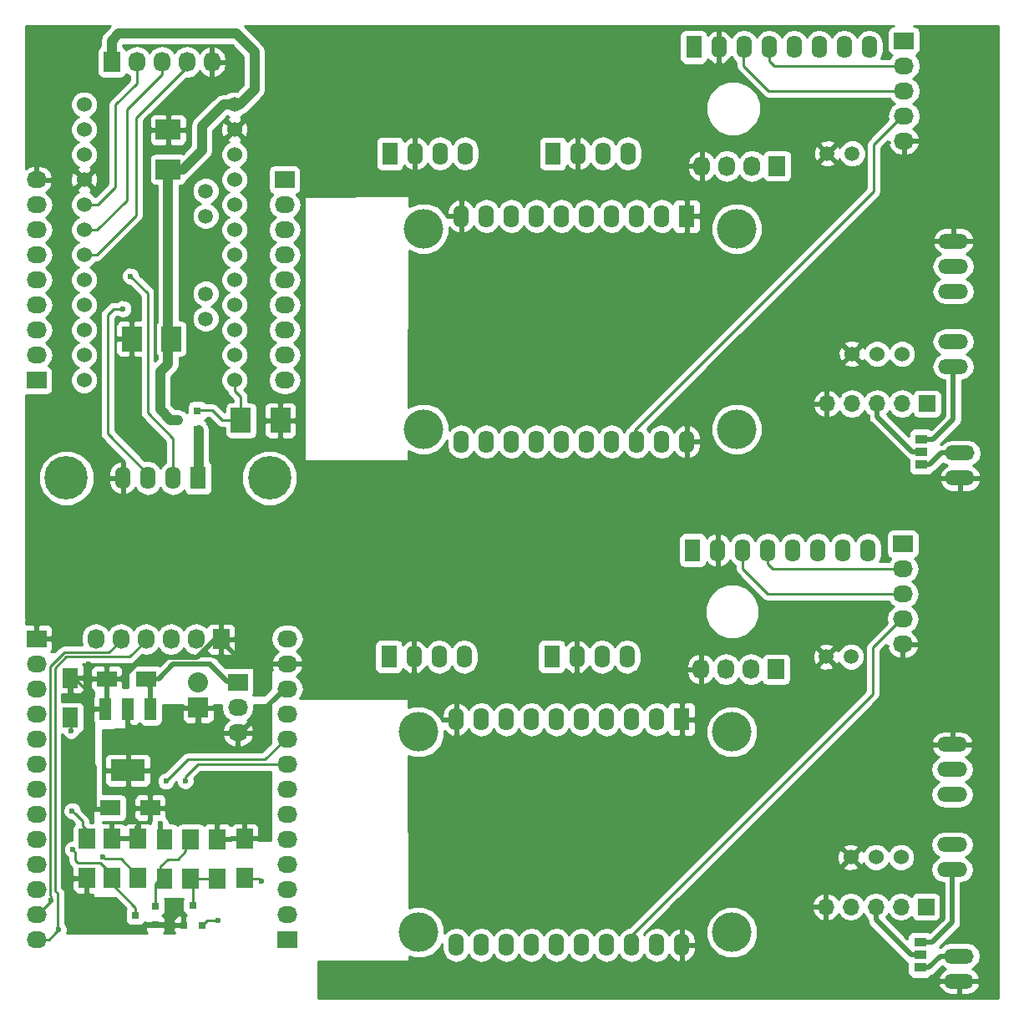
<source format=gbr>
G04 #@! TF.FileFunction,Copper,L2,Bot,Signal*
%FSLAX46Y46*%
G04 Gerber Fmt 4.6, Leading zero omitted, Abs format (unit mm)*
G04 Created by KiCad (PCBNEW 4.0.3-stable) date 07/17/17 20:12:38*
%MOMM*%
%LPD*%
G01*
G04 APERTURE LIST*
%ADD10C,0.100000*%
%ADD11R,1.600000X2.300000*%
%ADD12O,1.600000X2.300000*%
%ADD13C,4.400000*%
%ADD14R,2.032000X1.727200*%
%ADD15O,2.032000X1.727200*%
%ADD16R,0.800100X0.800100*%
%ADD17R,1.600000X2.000000*%
%ADD18R,1.727200X2.032000*%
%ADD19O,1.727200X2.032000*%
%ADD20R,1.700000X2.000000*%
%ADD21R,2.032000X2.032000*%
%ADD22O,2.032000X2.032000*%
%ADD23R,2.000000X1.600000*%
%ADD24R,1.200000X2.200000*%
%ADD25R,3.500000X2.200000*%
%ADD26R,2.000000X2.500000*%
%ADD27R,2.500000X2.000000*%
%ADD28C,1.524000*%
%ADD29C,1.500000*%
%ADD30C,4.000000*%
%ADD31O,3.014980X1.506220*%
%ADD32C,1.501140*%
%ADD33O,3.010000X1.510000*%
%ADD34R,1.700000X1.700000*%
%ADD35O,1.700000X1.700000*%
%ADD36R,1.270000X0.970000*%
%ADD37C,0.600000*%
%ADD38C,1.000000*%
%ADD39C,0.250000*%
%ADD40C,0.500000*%
%ADD41C,0.254000*%
G04 APERTURE END LIST*
D10*
D11*
X87530000Y-114650000D03*
D12*
X90070000Y-114650000D03*
X92610000Y-114650000D03*
X95150000Y-114650000D03*
D13*
X75438000Y-96520000D03*
D12*
X60588000Y-96520000D03*
D13*
X54838000Y-96520000D03*
D12*
X63128000Y-96520000D03*
X65668000Y-96520000D03*
D11*
X68208000Y-96520000D03*
D14*
X51810100Y-112824200D03*
D15*
X51810100Y-115364200D03*
X51810100Y-117904200D03*
X51810100Y-120444200D03*
X51810100Y-122984200D03*
X51810100Y-125524200D03*
X51810100Y-128064200D03*
X51810100Y-130604200D03*
X51810100Y-133144200D03*
X51810100Y-135684200D03*
X51810100Y-138224200D03*
X51810100Y-140764200D03*
X51810100Y-143304200D03*
D16*
X68606100Y-141866720D03*
X66706100Y-141866720D03*
X67656100Y-139867740D03*
X63842080Y-139941200D03*
X63842080Y-141841200D03*
X61843100Y-140891200D03*
D17*
X55239100Y-120825200D03*
X55239100Y-116825200D03*
X64786100Y-137144200D03*
X64786100Y-133144200D03*
D18*
X70506100Y-112865200D03*
D19*
X67966100Y-112865200D03*
X65426100Y-112865200D03*
X62886100Y-112865200D03*
X60346100Y-112865200D03*
X57806100Y-112865200D03*
D14*
X72206100Y-117265200D03*
D15*
X72206100Y-119805200D03*
X72206100Y-122345200D03*
D20*
X70120100Y-133144200D03*
X70120100Y-137144200D03*
X67453100Y-133144200D03*
X67453100Y-137144200D03*
X59452100Y-133081200D03*
X59452100Y-137081200D03*
X62119100Y-133081200D03*
X62119100Y-137081200D03*
X72914100Y-133081200D03*
X72914100Y-137081200D03*
D21*
X68193100Y-119809200D03*
D22*
X68193100Y-117269200D03*
D23*
X62922100Y-116888200D03*
X58922100Y-116888200D03*
X63325100Y-129983200D03*
X59325100Y-129983200D03*
D24*
X58781100Y-119959200D03*
X61081100Y-119959200D03*
X63381100Y-119959200D03*
D25*
X61081100Y-126159200D03*
D14*
X77210100Y-143304200D03*
D15*
X77210100Y-140764200D03*
X77210100Y-138224200D03*
X77210100Y-135684200D03*
X77210100Y-133144200D03*
X77210100Y-130604200D03*
X77210100Y-128064200D03*
X77210100Y-125524200D03*
X77210100Y-122984200D03*
X77210100Y-120444200D03*
X77210100Y-117904200D03*
X77210100Y-115364200D03*
X77210100Y-112824200D03*
D20*
X56912100Y-133095200D03*
X56912100Y-137095200D03*
D26*
X65468000Y-82423000D03*
X61468000Y-82423000D03*
D27*
X65151000Y-65246000D03*
X65151000Y-61246000D03*
D18*
X59436000Y-54356000D03*
D19*
X61976000Y-54356000D03*
X64516000Y-54356000D03*
X67056000Y-54356000D03*
X69596000Y-54356000D03*
D28*
X56642000Y-58674000D03*
X56642000Y-61214000D03*
X56642000Y-63754000D03*
X56642000Y-66294000D03*
X56642000Y-68834000D03*
X56642000Y-71374000D03*
X56642000Y-73914000D03*
X56642000Y-76454000D03*
X56642000Y-78994000D03*
X56642000Y-81534000D03*
X56642000Y-84074000D03*
X56642000Y-86614000D03*
X71882000Y-58674000D03*
X71882000Y-61214000D03*
X71882000Y-63754000D03*
X71882000Y-66294000D03*
X71882000Y-68834000D03*
X71882000Y-71374000D03*
X71882000Y-73914000D03*
X71882000Y-76454000D03*
X71882000Y-78994000D03*
X71882000Y-81534000D03*
X71882000Y-84074000D03*
X71882000Y-86614000D03*
D29*
X68961000Y-67437000D03*
X68961000Y-69977000D03*
X68961000Y-77851000D03*
X68961000Y-80391000D03*
D14*
X51816000Y-86614000D03*
D15*
X51816000Y-84074000D03*
X51816000Y-81534000D03*
X51816000Y-78994000D03*
X51816000Y-76454000D03*
X51816000Y-73914000D03*
X51816000Y-71374000D03*
X51816000Y-68834000D03*
X51816000Y-66294000D03*
D14*
X76962000Y-66294000D03*
D15*
X76962000Y-68834000D03*
X76962000Y-71374000D03*
X76962000Y-73914000D03*
X76962000Y-76454000D03*
X76962000Y-78994000D03*
X76962000Y-81534000D03*
X76962000Y-84074000D03*
X76962000Y-86614000D03*
D16*
X68131000Y-89706000D03*
X68131000Y-91606000D03*
X66132020Y-90656000D03*
D26*
X72531000Y-90706000D03*
X76531000Y-90706000D03*
D30*
X91043000Y-71270000D03*
X91043000Y-91590000D03*
X122793000Y-91590000D03*
D11*
X117713000Y-70000000D03*
D12*
X115173000Y-70000000D03*
X112633000Y-70000000D03*
X110093000Y-70000000D03*
X107553000Y-70000000D03*
X105013000Y-70000000D03*
X102473000Y-70000000D03*
X99933000Y-70000000D03*
X97393000Y-70000000D03*
X94853000Y-70000000D03*
X117713000Y-92860000D03*
X115173000Y-92860000D03*
X112633000Y-92860000D03*
X110093000Y-92860000D03*
X107553000Y-92860000D03*
X105013000Y-92860000D03*
X102473000Y-92860000D03*
X99933000Y-92860000D03*
X97393000Y-92860000D03*
X94853000Y-92860000D03*
D30*
X122793000Y-71270000D03*
D11*
X104140000Y-63650000D03*
D12*
X106680000Y-63650000D03*
X109220000Y-63650000D03*
X111760000Y-63650000D03*
D31*
X144733000Y-85240000D03*
X144733000Y-82700000D03*
D28*
X137007600Y-83970000D03*
X134467600Y-83970000D03*
X139547600Y-83970000D03*
D11*
X87630000Y-63650000D03*
D12*
X90170000Y-63650000D03*
X92710000Y-63650000D03*
X95250000Y-63650000D03*
D31*
X144733000Y-77620000D03*
X144733000Y-75080000D03*
X144733000Y-72540000D03*
D18*
X126873000Y-64920000D03*
D19*
X124333000Y-64920000D03*
X121793000Y-64920000D03*
X119253000Y-64920000D03*
D32*
X131953000Y-63650000D03*
X134493000Y-63650000D03*
D14*
X139733000Y-52220000D03*
D15*
X139733000Y-54760000D03*
X139733000Y-57300000D03*
X139733000Y-59840000D03*
X139733000Y-62380000D03*
D11*
X118433000Y-52855000D03*
D12*
X120973000Y-52855000D03*
X123513000Y-52855000D03*
X126053000Y-52855000D03*
X128593000Y-52855000D03*
X131133000Y-52855000D03*
X133673000Y-52855000D03*
X136213000Y-52855000D03*
D33*
X145415000Y-96540000D03*
X145415000Y-94000000D03*
D34*
X142080000Y-89000000D03*
D35*
X139540000Y-89000000D03*
X137000000Y-89000000D03*
X134460000Y-89000000D03*
X131920000Y-89000000D03*
D36*
X141478000Y-92606000D03*
X141478000Y-93876000D03*
X141478000Y-95146000D03*
D30*
X90543000Y-122270000D03*
X90543000Y-142590000D03*
X122293000Y-142590000D03*
D11*
X117213000Y-121000000D03*
D12*
X114673000Y-121000000D03*
X112133000Y-121000000D03*
X109593000Y-121000000D03*
X107053000Y-121000000D03*
X104513000Y-121000000D03*
X101973000Y-121000000D03*
X99433000Y-121000000D03*
X96893000Y-121000000D03*
X94353000Y-121000000D03*
X117213000Y-143860000D03*
X114673000Y-143860000D03*
X112133000Y-143860000D03*
X109593000Y-143860000D03*
X107053000Y-143860000D03*
X104513000Y-143860000D03*
X101973000Y-143860000D03*
X99433000Y-143860000D03*
X96893000Y-143860000D03*
X94353000Y-143860000D03*
D30*
X122293000Y-122270000D03*
D11*
X104040000Y-114650000D03*
D12*
X106580000Y-114650000D03*
X109120000Y-114650000D03*
X111660000Y-114650000D03*
D31*
X144633000Y-136240000D03*
X144633000Y-133700000D03*
D28*
X136907600Y-134970000D03*
X134367600Y-134970000D03*
X139447600Y-134970000D03*
D31*
X144633000Y-128620000D03*
X144633000Y-126080000D03*
X144633000Y-123540000D03*
D18*
X126773000Y-115920000D03*
D19*
X124233000Y-115920000D03*
X121693000Y-115920000D03*
X119153000Y-115920000D03*
D32*
X131853000Y-114650000D03*
X134393000Y-114650000D03*
D14*
X139633000Y-103220000D03*
D15*
X139633000Y-105760000D03*
X139633000Y-108300000D03*
X139633000Y-110840000D03*
X139633000Y-113380000D03*
D11*
X118333000Y-103855000D03*
D12*
X120873000Y-103855000D03*
X123413000Y-103855000D03*
X125953000Y-103855000D03*
X128493000Y-103855000D03*
X131033000Y-103855000D03*
X133573000Y-103855000D03*
X136113000Y-103855000D03*
D33*
X145315000Y-147540000D03*
X145315000Y-145000000D03*
D34*
X141980000Y-140000000D03*
D35*
X139440000Y-140000000D03*
X136900000Y-140000000D03*
X134360000Y-140000000D03*
X131820000Y-140000000D03*
D36*
X141378000Y-143606000D03*
X141378000Y-144876000D03*
X141378000Y-146146000D03*
D37*
X54706542Y-128433051D03*
X58890100Y-139744200D03*
X58890100Y-140994200D03*
X59890100Y-139744200D03*
X59890100Y-140994200D03*
X58890100Y-142244200D03*
X59890100Y-142244200D03*
X60874315Y-142250788D03*
X65272100Y-139494200D03*
X75307425Y-116533357D03*
X53842100Y-111554200D03*
X55366100Y-111554200D03*
X55366100Y-112824200D03*
X53842100Y-112824200D03*
X74924100Y-118158200D03*
X74162100Y-117142200D03*
X71196760Y-115354110D03*
X72372625Y-115354110D03*
X72384100Y-111554200D03*
X73654100Y-111554200D03*
X74924100Y-111554200D03*
X74924100Y-112824200D03*
X73654100Y-112824200D03*
X73654100Y-114094200D03*
X72384100Y-114094200D03*
X72384100Y-112824200D03*
X62590100Y-142244200D03*
X56530721Y-125474200D03*
X57348100Y-125474200D03*
X55570100Y-125474200D03*
X54681100Y-125474200D03*
X54681100Y-126744200D03*
X57090467Y-119492308D03*
X57146514Y-118326424D03*
X55289900Y-118856700D03*
X64325991Y-131588661D03*
X65212209Y-141866720D03*
X57067900Y-115389600D03*
X129668045Y-70093891D03*
X105535454Y-77324756D03*
X105335454Y-80724756D03*
X104935454Y-85524756D03*
X129911116Y-59683241D03*
X103891660Y-57020000D03*
X111633000Y-58570000D03*
X129568045Y-121093891D03*
X105435454Y-128324756D03*
X105235454Y-131724756D03*
X104835454Y-136524756D03*
X129811116Y-110683241D03*
X103791660Y-108020000D03*
X111533000Y-109570000D03*
X60579000Y-79375000D03*
X61341000Y-76073000D03*
X54019021Y-142304073D03*
X66893683Y-127232898D03*
X64935655Y-127269748D03*
X53307457Y-139370508D03*
X74886000Y-128038800D03*
X74911400Y-126718000D03*
X55311047Y-122174721D03*
X70225100Y-141399200D03*
X74610435Y-137399200D03*
X55429576Y-130276263D03*
X58563100Y-134934790D03*
X55458805Y-134180448D03*
D38*
X66132020Y-90656000D02*
X65398837Y-90656000D01*
X65398837Y-90656000D02*
X64329416Y-89586579D01*
X64329416Y-89586579D02*
X64329416Y-85794435D01*
X64329416Y-85794435D02*
X65151000Y-84972851D01*
X65151000Y-84972851D02*
X65151000Y-80772000D01*
X66651000Y-65246000D02*
X68586527Y-63310473D01*
X68586527Y-63310473D02*
X68586527Y-60850473D01*
X68586527Y-60850473D02*
X70763000Y-58674000D01*
X70763000Y-58674000D02*
X71882000Y-58674000D01*
D39*
X71882000Y-58674000D02*
X70804370Y-58674000D01*
X70804370Y-58674000D02*
X69372370Y-60106000D01*
D38*
X73914000Y-53340000D02*
X73914000Y-57146359D01*
X73914000Y-57146359D02*
X72386359Y-58674000D01*
D39*
X72386359Y-58674000D02*
X71882000Y-58674000D01*
D38*
X59436000Y-53467000D02*
X59436000Y-52201000D01*
X59436000Y-52201000D02*
X60128944Y-51508056D01*
X60128944Y-51508056D02*
X72082056Y-51508056D01*
X72082056Y-51508056D02*
X73914000Y-53340000D01*
D39*
X65151000Y-80772000D02*
X65151000Y-81022000D01*
X65151000Y-65246000D02*
X65151000Y-66496000D01*
D38*
X65151000Y-66496000D02*
X65151000Y-80772000D01*
X65151000Y-65246000D02*
X66651000Y-65246000D01*
X66651000Y-65246000D02*
X66746000Y-65151000D01*
D40*
X144733000Y-90598165D02*
X142725165Y-92606000D01*
X142725165Y-92606000D02*
X141478000Y-92606000D01*
X144733000Y-90598165D02*
X144733000Y-85240000D01*
X144633000Y-141598165D02*
X142625165Y-143606000D01*
X142625165Y-143606000D02*
X141378000Y-143606000D01*
X144633000Y-141598165D02*
X144633000Y-136240000D01*
X57666100Y-129348200D02*
X57666100Y-125792200D01*
X57666100Y-129792200D02*
X57666100Y-129348200D01*
X59198100Y-130110200D02*
X57698100Y-130110200D01*
X57698100Y-130110200D02*
X57666100Y-130078200D01*
X57666100Y-130078200D02*
X57666100Y-129348200D01*
X56404100Y-123570200D02*
X56404100Y-123420200D01*
X56404100Y-123420200D02*
X57090467Y-122733833D01*
X57090467Y-122733833D02*
X57090467Y-119492308D01*
X54681100Y-126744200D02*
X54681100Y-128407609D01*
X54681100Y-128407609D02*
X54706542Y-128433051D01*
X58890100Y-140019775D02*
X58944128Y-139965747D01*
X58890100Y-141175090D02*
X58890100Y-140019775D01*
X58958393Y-139980012D02*
X58944128Y-139965747D01*
X59828535Y-139980012D02*
X58958393Y-139980012D01*
X58890100Y-142244200D02*
X58890100Y-141175090D01*
X60874315Y-142250788D02*
X59896688Y-142250788D01*
X59896688Y-142250788D02*
X59890100Y-142244200D01*
X58890100Y-141175090D02*
X58902373Y-141162817D01*
X60867727Y-142244200D02*
X60874315Y-142250788D01*
X59890100Y-142244200D02*
X60867727Y-142244200D01*
X65212209Y-141866720D02*
X65212209Y-139554091D01*
X65212209Y-139554091D02*
X65272100Y-139494200D01*
X57666100Y-125792200D02*
X57348100Y-125474200D01*
X75307425Y-116109093D02*
X75307425Y-116533357D01*
X74698582Y-117142200D02*
X75007426Y-116833356D01*
X74162100Y-117142200D02*
X74698582Y-117142200D01*
X75307425Y-115750875D02*
X75307425Y-116109093D01*
X75694100Y-115364200D02*
X75307425Y-115750875D01*
X75007426Y-116833356D02*
X75307425Y-116533357D01*
X77210100Y-115364200D02*
X75694100Y-115364200D01*
X58922100Y-116888200D02*
X58922100Y-119818200D01*
X58922100Y-119818200D02*
X58781100Y-119959200D01*
X55366100Y-111554200D02*
X53842100Y-111554200D01*
X53842100Y-112824200D02*
X55366100Y-112824200D01*
X51810100Y-112824200D02*
X53842100Y-112824200D01*
X72372625Y-115354110D02*
X71196760Y-115354110D01*
X73654100Y-111554200D02*
X72384100Y-111554200D01*
X74924100Y-112824200D02*
X74924100Y-111554200D01*
X73654100Y-114094200D02*
X73654100Y-112824200D01*
X72384100Y-112824200D02*
X72384100Y-114094200D01*
X63842080Y-141841200D02*
X62993100Y-141841200D01*
X62993100Y-141841200D02*
X62590100Y-142244200D01*
X57348100Y-125474200D02*
X56530721Y-125474200D01*
X54681100Y-125474200D02*
X55570100Y-125474200D01*
X70506100Y-112865200D02*
X69976225Y-112865200D01*
X69976225Y-112865200D02*
X68117034Y-114724391D01*
X60422100Y-116888200D02*
X58922100Y-116888200D01*
X68117034Y-114724391D02*
X62585909Y-114724391D01*
X62585909Y-114724391D02*
X60422100Y-116888200D01*
X77210100Y-115364200D02*
X72852700Y-115364200D01*
X70506100Y-113017600D02*
X70506100Y-112865200D01*
X72852700Y-115364200D02*
X70506100Y-113017600D01*
X57390466Y-119792307D02*
X57090467Y-119492308D01*
X57557359Y-119959200D02*
X57390466Y-119792307D01*
X58781100Y-119959200D02*
X57557359Y-119959200D01*
D39*
X56846515Y-118026425D02*
X57146514Y-118326424D01*
X55581290Y-116761200D02*
X56846515Y-118026425D01*
X54731100Y-116761200D02*
X55581290Y-116761200D01*
D40*
X55239100Y-116825200D02*
X55239100Y-118805900D01*
X55239100Y-118805900D02*
X55289900Y-118856700D01*
X64327561Y-131588661D02*
X64325991Y-131588661D01*
X64383100Y-131644200D02*
X64327561Y-131588661D01*
X64383100Y-133144200D02*
X64383100Y-131644200D01*
X66706100Y-141866720D02*
X65212209Y-141866720D01*
X65212209Y-141866720D02*
X63867600Y-141866720D01*
X63842080Y-141841200D02*
X65186689Y-141841200D01*
X65186689Y-141841200D02*
X65212209Y-141866720D01*
D39*
X63867600Y-141866720D02*
X63842080Y-141841200D01*
X71850000Y-61246000D02*
X71882000Y-61214000D01*
X64516000Y-54356000D02*
X64516000Y-55622000D01*
X64516000Y-55622000D02*
X60943704Y-59194296D01*
X60943704Y-59194296D02*
X60943704Y-68377013D01*
X60943704Y-68377013D02*
X57946717Y-71374000D01*
X57946717Y-71374000D02*
X57719630Y-71374000D01*
X57719630Y-71374000D02*
X56642000Y-71374000D01*
X123513000Y-52855000D02*
X123489509Y-52878491D01*
X123489509Y-52878491D02*
X123489509Y-54743824D01*
X126045685Y-57300000D02*
X139580600Y-57300000D01*
X139580600Y-57300000D02*
X139733000Y-57300000D01*
X123489509Y-54743824D02*
X126045685Y-57300000D01*
X123413000Y-103855000D02*
X123389509Y-103878491D01*
X123389509Y-103878491D02*
X123389509Y-105743824D01*
X125945685Y-108300000D02*
X139480600Y-108300000D01*
X139480600Y-108300000D02*
X139633000Y-108300000D01*
X123389509Y-105743824D02*
X125945685Y-108300000D01*
X61976000Y-54356000D02*
X61976000Y-56522616D01*
X61976000Y-56522616D02*
X59800023Y-58698593D01*
X59800023Y-58698593D02*
X59800023Y-67046774D01*
X59800023Y-67046774D02*
X58012797Y-68834000D01*
X58012797Y-68834000D02*
X56642000Y-68834000D01*
X126558000Y-54760000D02*
X126873000Y-54760000D01*
X126053000Y-52855000D02*
X126053000Y-54255000D01*
X126053000Y-54255000D02*
X126558000Y-54760000D01*
X139733000Y-54760000D02*
X126873000Y-54760000D01*
X126458000Y-105760000D02*
X126773000Y-105760000D01*
X125953000Y-103855000D02*
X125953000Y-105255000D01*
X125953000Y-105255000D02*
X126458000Y-105760000D01*
X139633000Y-105760000D02*
X126773000Y-105760000D01*
X68180705Y-91621446D02*
X68231000Y-91671741D01*
D38*
X68231000Y-91671741D02*
X68231000Y-96497000D01*
D39*
X68231000Y-96497000D02*
X68208000Y-96520000D01*
X68208000Y-95875669D02*
X68208000Y-96520000D01*
X112070427Y-143860000D02*
X112070427Y-142972573D01*
X136586113Y-118456887D02*
X136586113Y-113734487D01*
X112070427Y-142972573D02*
X136586113Y-118456887D01*
X136586113Y-113734487D02*
X139480600Y-110840000D01*
X139480600Y-110840000D02*
X139633000Y-110840000D01*
X112488431Y-92860000D02*
X112488431Y-91654569D01*
X112488431Y-91654569D02*
X136686113Y-67456887D01*
X136686113Y-67456887D02*
X136686113Y-62734487D01*
X136686113Y-62734487D02*
X139580600Y-59840000D01*
X139580600Y-59840000D02*
X139733000Y-59840000D01*
X67056000Y-54356000D02*
X67056000Y-54840719D01*
X67056000Y-54840719D02*
X61906804Y-59989915D01*
X61906804Y-59989915D02*
X61906804Y-69936074D01*
X61906804Y-69936074D02*
X57928878Y-73914000D01*
X57928878Y-73914000D02*
X56642000Y-73914000D01*
X63128000Y-96520000D02*
X63128000Y-96170000D01*
X58997420Y-92039420D02*
X58997420Y-80004652D01*
X63128000Y-96170000D02*
X58997420Y-92039420D01*
X58997420Y-80004652D02*
X59627072Y-79375000D01*
X59627072Y-79375000D02*
X60579000Y-79375000D01*
X65668000Y-96520000D02*
X65668000Y-92530175D01*
X65668000Y-92530175D02*
X63056007Y-89918182D01*
X63056007Y-89918182D02*
X63056007Y-77788007D01*
X63056007Y-77788007D02*
X61341000Y-76073000D01*
X71882000Y-86614000D02*
X71882000Y-87691630D01*
X71882000Y-87691630D02*
X72531000Y-88340630D01*
X72531000Y-88340630D02*
X72531000Y-90706000D01*
X68231000Y-89643233D02*
X69599342Y-89643233D01*
X69599342Y-89643233D02*
X70662109Y-90706000D01*
X70662109Y-90706000D02*
X70781050Y-90706000D01*
X70781050Y-90706000D02*
X72531000Y-90706000D01*
X69590100Y-137144200D02*
X66923100Y-137144200D01*
X67656100Y-139867740D02*
X67656100Y-137877200D01*
X67656100Y-137877200D02*
X66923100Y-137144200D01*
X64383100Y-137144200D02*
X64383100Y-135894200D01*
X65101100Y-135176200D02*
X66141100Y-135176200D01*
X66923100Y-134394200D02*
X66923100Y-133144200D01*
X64383100Y-135894200D02*
X65101100Y-135176200D01*
X66141100Y-135176200D02*
X66923100Y-134394200D01*
X63842080Y-139941200D02*
X63842080Y-137685220D01*
X63842080Y-137685220D02*
X64383100Y-137144200D01*
X61247479Y-114656221D02*
X54805489Y-114656221D01*
X53989080Y-142391220D02*
X53715100Y-142665200D01*
X62886100Y-112865200D02*
X62886100Y-113017600D01*
X62886100Y-113017600D02*
X61247479Y-114656221D01*
X54805489Y-114656221D02*
X53658423Y-115803287D01*
X53658423Y-115803287D02*
X53658423Y-138363537D01*
X53658423Y-138363537D02*
X53989080Y-138694194D01*
X53989080Y-138694194D02*
X53989080Y-142391220D01*
X53719022Y-142604072D02*
X54019021Y-142304073D01*
X53715100Y-142665200D02*
X53715100Y-142607994D01*
X53715100Y-142607994D02*
X53719022Y-142604072D01*
X53715100Y-142665200D02*
X53076100Y-143304200D01*
X53076100Y-143304200D02*
X51810100Y-143304200D01*
X77210100Y-125524200D02*
X68145758Y-125524200D01*
X68145758Y-125524200D02*
X66865270Y-126804688D01*
X66865270Y-127232898D02*
X66893683Y-127232898D01*
X66865270Y-126804688D02*
X66865270Y-127232898D01*
X65235654Y-126969749D02*
X64935655Y-127269748D01*
X74967711Y-125074189D02*
X67131214Y-125074189D01*
X77057700Y-122984200D02*
X74967711Y-125074189D01*
X67131214Y-125074189D02*
X65235654Y-126969749D01*
X77210100Y-122984200D02*
X77057700Y-122984200D01*
X53208412Y-138847199D02*
X53307457Y-138946244D01*
X54619089Y-114206210D02*
X53208412Y-115616887D01*
X60346100Y-112865200D02*
X60346100Y-113017600D01*
X60346100Y-113017600D02*
X59157490Y-114206210D01*
X53307457Y-138946244D02*
X53307457Y-139370508D01*
X53208412Y-115616887D02*
X53208412Y-138847199D01*
X59157490Y-114206210D02*
X54619089Y-114206210D01*
X51962500Y-140764200D02*
X53307457Y-139419243D01*
X51810100Y-140764200D02*
X51962500Y-140764200D01*
X53307457Y-139419243D02*
X53307457Y-139370508D01*
D40*
X72358500Y-122345200D02*
X72537626Y-122345200D01*
X72537626Y-122345200D02*
X76799500Y-118083326D01*
X76799500Y-118083326D02*
X76799500Y-117904200D01*
X67304100Y-122336500D02*
X68193100Y-121447500D01*
X68193100Y-121447500D02*
X68193100Y-119809200D01*
X61347800Y-122336500D02*
X67304100Y-122336500D01*
X61081100Y-122069800D02*
X61347800Y-122336500D01*
X61081100Y-119959200D02*
X61081100Y-122069800D01*
D39*
X72206100Y-122345200D02*
X72358500Y-122345200D01*
X61843100Y-133081200D02*
X61843100Y-131831200D01*
X59176100Y-133081200D02*
X61843100Y-133081200D01*
X70225100Y-133176200D02*
X72511100Y-133176200D01*
X64172100Y-116888200D02*
X63937426Y-116888200D01*
D40*
X63937426Y-116888200D02*
X62922100Y-116888200D01*
X72748331Y-117133569D02*
X71112412Y-117133569D01*
X71112412Y-117133569D02*
X69457084Y-115478241D01*
X69457084Y-115424401D02*
X65635899Y-115424401D01*
X65635899Y-115424401D02*
X64172100Y-116888200D01*
X62922100Y-117281400D02*
X63381100Y-117740400D01*
X63381100Y-117740400D02*
X63381100Y-119959200D01*
D39*
X62922100Y-116888200D02*
X62922100Y-117281400D01*
X77210100Y-112824200D02*
X77057700Y-112824200D01*
X54731100Y-120761200D02*
X55311047Y-121341147D01*
X55311047Y-121750457D02*
X55311047Y-122174721D01*
X55311047Y-121341147D02*
X55311047Y-121750457D01*
X70225100Y-141399200D02*
X69073620Y-141399200D01*
X69073620Y-141399200D02*
X68606100Y-141866720D01*
X72511100Y-137176200D02*
X74374951Y-137176200D01*
X74374951Y-137176200D02*
X74381193Y-137169958D01*
X74381193Y-137169958D02*
X74610435Y-137399200D01*
X56912100Y-133095200D02*
X56912100Y-132287890D01*
X56462090Y-131837880D02*
X56462090Y-131308778D01*
X56462090Y-131308778D02*
X55729575Y-130576262D01*
X56912100Y-132287890D02*
X56462090Y-131837880D01*
X55729575Y-130576262D02*
X55429576Y-130276263D01*
X58786425Y-135158115D02*
X58563100Y-134934790D01*
X62119100Y-137081200D02*
X62119100Y-136931200D01*
X62119100Y-136931200D02*
X60346015Y-135158115D01*
X60346015Y-135158115D02*
X58786425Y-135158115D01*
X61843100Y-137081200D02*
X61843100Y-136931200D01*
X55769100Y-135317200D02*
X55769100Y-134490743D01*
X55769100Y-134490743D02*
X55458805Y-134180448D01*
X56023100Y-135571200D02*
X55769100Y-135317200D01*
X58309100Y-135571200D02*
X56023100Y-135571200D01*
X59452100Y-136714200D02*
X58309100Y-135571200D01*
X59452100Y-137081200D02*
X59452100Y-136714200D01*
X59452100Y-136931200D02*
X59452100Y-137081200D01*
X59452100Y-137081200D02*
X59452100Y-136841200D01*
X61843100Y-140891200D02*
X61843100Y-140083110D01*
X61843100Y-140083110D02*
X59176100Y-137416110D01*
X59176100Y-137416110D02*
X59176100Y-137081200D01*
D40*
X142363000Y-95146000D02*
X143509000Y-94000000D01*
X143509000Y-94000000D02*
X145415000Y-94000000D01*
X141478000Y-95146000D02*
X142363000Y-95146000D01*
D39*
X144665000Y-93876000D02*
X145415000Y-93876000D01*
D40*
X142263000Y-146146000D02*
X143409000Y-145000000D01*
X143409000Y-145000000D02*
X145315000Y-145000000D01*
X141378000Y-146146000D02*
X142263000Y-146146000D01*
D39*
X144565000Y-144876000D02*
X145315000Y-144876000D01*
D40*
X140593000Y-93876000D02*
X141478000Y-93876000D01*
X137007600Y-89050000D02*
X137007600Y-90316000D01*
X137007600Y-90316000D02*
X140567600Y-93876000D01*
D39*
X140567600Y-93876000D02*
X140593000Y-93876000D01*
D40*
X140493000Y-144876000D02*
X141378000Y-144876000D01*
X136907600Y-140050000D02*
X136907600Y-141316000D01*
X136907600Y-141316000D02*
X140467600Y-144876000D01*
D39*
X140467600Y-144876000D02*
X140493000Y-144876000D01*
D41*
G36*
X66542100Y-119521043D02*
X66542100Y-119523450D01*
X66700850Y-119682200D01*
X68066100Y-119682200D01*
X68066100Y-119662200D01*
X68320100Y-119662200D01*
X68320100Y-119682200D01*
X69685350Y-119682200D01*
X69834209Y-119533341D01*
X70576280Y-119536113D01*
X70522755Y-119805200D01*
X70636829Y-120378689D01*
X70961685Y-120864870D01*
X71271169Y-121071661D01*
X70855368Y-121443164D01*
X70601391Y-121970409D01*
X70598742Y-121986174D01*
X70719883Y-122218200D01*
X72079100Y-122218200D01*
X72079100Y-122198200D01*
X72333100Y-122198200D01*
X72333100Y-122218200D01*
X73692317Y-122218200D01*
X73813458Y-121986174D01*
X73810809Y-121970409D01*
X73556832Y-121443164D01*
X73141031Y-121071661D01*
X73450515Y-120864870D01*
X73775371Y-120378689D01*
X73889445Y-119805200D01*
X73838344Y-119548298D01*
X75559100Y-119554726D01*
X75559100Y-122821591D01*
X75526755Y-122984200D01*
X75559100Y-123146809D01*
X75559100Y-123407998D01*
X74652909Y-124314189D01*
X67131214Y-124314189D01*
X66840375Y-124372041D01*
X66593813Y-124536788D01*
X64795975Y-126334626D01*
X64750488Y-126334586D01*
X64406712Y-126476631D01*
X64143463Y-126739421D01*
X64000817Y-127082949D01*
X64000493Y-127454915D01*
X64142538Y-127798691D01*
X64405328Y-128061940D01*
X64748856Y-128204586D01*
X65120822Y-128204910D01*
X65464598Y-128062865D01*
X65727847Y-127800075D01*
X65870493Y-127456547D01*
X65870534Y-127409671D01*
X65958605Y-127321600D01*
X65958521Y-127418065D01*
X66100566Y-127761841D01*
X66363356Y-128025090D01*
X66706884Y-128167736D01*
X67078850Y-128168060D01*
X67422626Y-128026015D01*
X67685875Y-127763225D01*
X67828521Y-127419697D01*
X67828845Y-127047731D01*
X67790305Y-126954456D01*
X68460561Y-126284200D01*
X75559100Y-126284200D01*
X75559100Y-127901591D01*
X75526755Y-128064200D01*
X75559100Y-128226809D01*
X75559100Y-130441591D01*
X75526755Y-130604200D01*
X75559100Y-130766809D01*
X75559100Y-132981591D01*
X75526755Y-133144200D01*
X75552017Y-133271200D01*
X74303350Y-133271200D01*
X74240350Y-133208200D01*
X73041100Y-133208200D01*
X73041100Y-133228200D01*
X72787100Y-133228200D01*
X72787100Y-133208200D01*
X71587850Y-133208200D01*
X71524850Y-133271200D01*
X69973100Y-133271200D01*
X69973100Y-133017200D01*
X69993100Y-133017200D01*
X69993100Y-131667950D01*
X70247100Y-131667950D01*
X70247100Y-133017200D01*
X71446350Y-133017200D01*
X71548600Y-132914950D01*
X71587850Y-132954200D01*
X72787100Y-132954200D01*
X72787100Y-131604950D01*
X73041100Y-131604950D01*
X73041100Y-132954200D01*
X74240350Y-132954200D01*
X74399100Y-132795450D01*
X74399100Y-131954891D01*
X74302427Y-131721502D01*
X74123799Y-131542873D01*
X73890410Y-131446200D01*
X73199850Y-131446200D01*
X73041100Y-131604950D01*
X72787100Y-131604950D01*
X72628350Y-131446200D01*
X71937790Y-131446200D01*
X71704401Y-131542873D01*
X71525773Y-131721502D01*
X71502240Y-131778315D01*
X71329799Y-131605873D01*
X71096410Y-131509200D01*
X70405850Y-131509200D01*
X70247100Y-131667950D01*
X69993100Y-131667950D01*
X69834350Y-131509200D01*
X69143790Y-131509200D01*
X68910401Y-131605873D01*
X68789244Y-131727031D01*
X68767190Y-131692759D01*
X68554990Y-131547769D01*
X68303100Y-131496760D01*
X66603100Y-131496760D01*
X66367783Y-131541038D01*
X66151659Y-131680110D01*
X66095211Y-131762724D01*
X66050190Y-131692759D01*
X65837990Y-131547769D01*
X65586100Y-131496760D01*
X65261072Y-131496760D01*
X65261153Y-131403494D01*
X65119108Y-131059718D01*
X64960100Y-130900432D01*
X64960100Y-130268950D01*
X64801350Y-130110200D01*
X63452100Y-130110200D01*
X63452100Y-131255086D01*
X63391153Y-131401862D01*
X63390976Y-131605050D01*
X63328799Y-131542873D01*
X63095410Y-131446200D01*
X62404850Y-131446200D01*
X62246100Y-131604950D01*
X62246100Y-132954200D01*
X62266100Y-132954200D01*
X62266100Y-133208200D01*
X62246100Y-133208200D01*
X62246100Y-133228200D01*
X61992100Y-133228200D01*
X61992100Y-133208200D01*
X60792850Y-133208200D01*
X60785600Y-133215450D01*
X60778350Y-133208200D01*
X59579100Y-133208200D01*
X59579100Y-133228200D01*
X59325100Y-133228200D01*
X59325100Y-133208200D01*
X59305100Y-133208200D01*
X59305100Y-132954200D01*
X59325100Y-132954200D01*
X59325100Y-131604950D01*
X59579100Y-131604950D01*
X59579100Y-132954200D01*
X60778350Y-132954200D01*
X60785600Y-132946950D01*
X60792850Y-132954200D01*
X61992100Y-132954200D01*
X61992100Y-131604950D01*
X61833350Y-131446200D01*
X61142790Y-131446200D01*
X60909401Y-131542873D01*
X60785600Y-131666675D01*
X60661799Y-131542873D01*
X60428410Y-131446200D01*
X59737850Y-131446200D01*
X59579100Y-131604950D01*
X59325100Y-131604950D01*
X59166350Y-131446200D01*
X58528785Y-131446200D01*
X58528687Y-131430640D01*
X60325100Y-131430640D01*
X60560417Y-131386362D01*
X60776541Y-131247290D01*
X60921531Y-131035090D01*
X60972540Y-130783200D01*
X60972540Y-130268950D01*
X61690100Y-130268950D01*
X61690100Y-130909510D01*
X61786773Y-131142899D01*
X61965402Y-131321527D01*
X62198791Y-131418200D01*
X63039350Y-131418200D01*
X63198100Y-131259450D01*
X63198100Y-130110200D01*
X61848850Y-130110200D01*
X61690100Y-130268950D01*
X60972540Y-130268950D01*
X60972540Y-129183200D01*
X60948774Y-129056890D01*
X61690100Y-129056890D01*
X61690100Y-129697450D01*
X61848850Y-129856200D01*
X63198100Y-129856200D01*
X63198100Y-128706950D01*
X63452100Y-128706950D01*
X63452100Y-129856200D01*
X64801350Y-129856200D01*
X64960100Y-129697450D01*
X64960100Y-129056890D01*
X64863427Y-128823501D01*
X64684798Y-128644873D01*
X64451409Y-128548200D01*
X63610850Y-128548200D01*
X63452100Y-128706950D01*
X63198100Y-128706950D01*
X63039350Y-128548200D01*
X62198791Y-128548200D01*
X61965402Y-128644873D01*
X61786773Y-128823501D01*
X61690100Y-129056890D01*
X60948774Y-129056890D01*
X60928262Y-128947883D01*
X60789190Y-128731759D01*
X60576990Y-128586769D01*
X60325100Y-128535760D01*
X58551100Y-128535760D01*
X58551100Y-126444950D01*
X58696100Y-126444950D01*
X58696100Y-127385509D01*
X58792773Y-127618898D01*
X58971401Y-127797527D01*
X59204790Y-127894200D01*
X60795350Y-127894200D01*
X60954100Y-127735450D01*
X60954100Y-126286200D01*
X61208100Y-126286200D01*
X61208100Y-127735450D01*
X61366850Y-127894200D01*
X62957410Y-127894200D01*
X63190799Y-127797527D01*
X63369427Y-127618898D01*
X63466100Y-127385509D01*
X63466100Y-126444950D01*
X63307350Y-126286200D01*
X61208100Y-126286200D01*
X60954100Y-126286200D01*
X58854850Y-126286200D01*
X58696100Y-126444950D01*
X58551100Y-126444950D01*
X58551100Y-125792205D01*
X58551101Y-125792200D01*
X58494910Y-125509716D01*
X58491209Y-125491108D01*
X58491100Y-125473874D01*
X58491100Y-124932891D01*
X58696100Y-124932891D01*
X58696100Y-125873450D01*
X58854850Y-126032200D01*
X60954100Y-126032200D01*
X60954100Y-124582950D01*
X61208100Y-124582950D01*
X61208100Y-126032200D01*
X63307350Y-126032200D01*
X63466100Y-125873450D01*
X63466100Y-124932891D01*
X63369427Y-124699502D01*
X63190799Y-124520873D01*
X62957410Y-124424200D01*
X61366850Y-124424200D01*
X61208100Y-124582950D01*
X60954100Y-124582950D01*
X60795350Y-124424200D01*
X59204790Y-124424200D01*
X58971401Y-124520873D01*
X58792773Y-124699502D01*
X58696100Y-124932891D01*
X58491100Y-124932891D01*
X58491100Y-122704226D01*
X70598742Y-122704226D01*
X70601391Y-122719991D01*
X70855368Y-123247236D01*
X71291780Y-123637154D01*
X71844187Y-123830384D01*
X72079100Y-123686124D01*
X72079100Y-122472200D01*
X72333100Y-122472200D01*
X72333100Y-123686124D01*
X72568013Y-123830384D01*
X73120420Y-123637154D01*
X73556832Y-123247236D01*
X73810809Y-122719991D01*
X73813458Y-122704226D01*
X73692317Y-122472200D01*
X72333100Y-122472200D01*
X72079100Y-122472200D01*
X70719883Y-122472200D01*
X70598742Y-122704226D01*
X58491100Y-122704226D01*
X58491100Y-122044506D01*
X60827796Y-122031698D01*
X60877151Y-122021422D01*
X60918619Y-121992753D01*
X60936796Y-121968698D01*
X61096942Y-121694200D01*
X61208102Y-121694200D01*
X61208102Y-121535452D01*
X61366850Y-121694200D01*
X61807410Y-121694200D01*
X62040799Y-121597527D01*
X62219427Y-121418898D01*
X62234523Y-121382453D01*
X62317010Y-121510641D01*
X62529210Y-121655631D01*
X62781100Y-121706640D01*
X63981100Y-121706640D01*
X64216417Y-121662362D01*
X64432541Y-121523290D01*
X64577531Y-121311090D01*
X64628540Y-121059200D01*
X64628540Y-120094950D01*
X66542100Y-120094950D01*
X66542100Y-120951510D01*
X66638773Y-121184899D01*
X66817402Y-121363527D01*
X67050791Y-121460200D01*
X67907350Y-121460200D01*
X68066100Y-121301450D01*
X68066100Y-119936200D01*
X68320100Y-119936200D01*
X68320100Y-121301450D01*
X68478850Y-121460200D01*
X69335409Y-121460200D01*
X69568798Y-121363527D01*
X69747427Y-121184899D01*
X69844100Y-120951510D01*
X69844100Y-120094950D01*
X69685350Y-119936200D01*
X68320100Y-119936200D01*
X68066100Y-119936200D01*
X66700850Y-119936200D01*
X66542100Y-120094950D01*
X64628540Y-120094950D01*
X64628540Y-119513895D01*
X66542100Y-119521043D01*
X66542100Y-119521043D01*
G37*
X66542100Y-119521043D02*
X66542100Y-119523450D01*
X66700850Y-119682200D01*
X68066100Y-119682200D01*
X68066100Y-119662200D01*
X68320100Y-119662200D01*
X68320100Y-119682200D01*
X69685350Y-119682200D01*
X69834209Y-119533341D01*
X70576280Y-119536113D01*
X70522755Y-119805200D01*
X70636829Y-120378689D01*
X70961685Y-120864870D01*
X71271169Y-121071661D01*
X70855368Y-121443164D01*
X70601391Y-121970409D01*
X70598742Y-121986174D01*
X70719883Y-122218200D01*
X72079100Y-122218200D01*
X72079100Y-122198200D01*
X72333100Y-122198200D01*
X72333100Y-122218200D01*
X73692317Y-122218200D01*
X73813458Y-121986174D01*
X73810809Y-121970409D01*
X73556832Y-121443164D01*
X73141031Y-121071661D01*
X73450515Y-120864870D01*
X73775371Y-120378689D01*
X73889445Y-119805200D01*
X73838344Y-119548298D01*
X75559100Y-119554726D01*
X75559100Y-122821591D01*
X75526755Y-122984200D01*
X75559100Y-123146809D01*
X75559100Y-123407998D01*
X74652909Y-124314189D01*
X67131214Y-124314189D01*
X66840375Y-124372041D01*
X66593813Y-124536788D01*
X64795975Y-126334626D01*
X64750488Y-126334586D01*
X64406712Y-126476631D01*
X64143463Y-126739421D01*
X64000817Y-127082949D01*
X64000493Y-127454915D01*
X64142538Y-127798691D01*
X64405328Y-128061940D01*
X64748856Y-128204586D01*
X65120822Y-128204910D01*
X65464598Y-128062865D01*
X65727847Y-127800075D01*
X65870493Y-127456547D01*
X65870534Y-127409671D01*
X65958605Y-127321600D01*
X65958521Y-127418065D01*
X66100566Y-127761841D01*
X66363356Y-128025090D01*
X66706884Y-128167736D01*
X67078850Y-128168060D01*
X67422626Y-128026015D01*
X67685875Y-127763225D01*
X67828521Y-127419697D01*
X67828845Y-127047731D01*
X67790305Y-126954456D01*
X68460561Y-126284200D01*
X75559100Y-126284200D01*
X75559100Y-127901591D01*
X75526755Y-128064200D01*
X75559100Y-128226809D01*
X75559100Y-130441591D01*
X75526755Y-130604200D01*
X75559100Y-130766809D01*
X75559100Y-132981591D01*
X75526755Y-133144200D01*
X75552017Y-133271200D01*
X74303350Y-133271200D01*
X74240350Y-133208200D01*
X73041100Y-133208200D01*
X73041100Y-133228200D01*
X72787100Y-133228200D01*
X72787100Y-133208200D01*
X71587850Y-133208200D01*
X71524850Y-133271200D01*
X69973100Y-133271200D01*
X69973100Y-133017200D01*
X69993100Y-133017200D01*
X69993100Y-131667950D01*
X70247100Y-131667950D01*
X70247100Y-133017200D01*
X71446350Y-133017200D01*
X71548600Y-132914950D01*
X71587850Y-132954200D01*
X72787100Y-132954200D01*
X72787100Y-131604950D01*
X73041100Y-131604950D01*
X73041100Y-132954200D01*
X74240350Y-132954200D01*
X74399100Y-132795450D01*
X74399100Y-131954891D01*
X74302427Y-131721502D01*
X74123799Y-131542873D01*
X73890410Y-131446200D01*
X73199850Y-131446200D01*
X73041100Y-131604950D01*
X72787100Y-131604950D01*
X72628350Y-131446200D01*
X71937790Y-131446200D01*
X71704401Y-131542873D01*
X71525773Y-131721502D01*
X71502240Y-131778315D01*
X71329799Y-131605873D01*
X71096410Y-131509200D01*
X70405850Y-131509200D01*
X70247100Y-131667950D01*
X69993100Y-131667950D01*
X69834350Y-131509200D01*
X69143790Y-131509200D01*
X68910401Y-131605873D01*
X68789244Y-131727031D01*
X68767190Y-131692759D01*
X68554990Y-131547769D01*
X68303100Y-131496760D01*
X66603100Y-131496760D01*
X66367783Y-131541038D01*
X66151659Y-131680110D01*
X66095211Y-131762724D01*
X66050190Y-131692759D01*
X65837990Y-131547769D01*
X65586100Y-131496760D01*
X65261072Y-131496760D01*
X65261153Y-131403494D01*
X65119108Y-131059718D01*
X64960100Y-130900432D01*
X64960100Y-130268950D01*
X64801350Y-130110200D01*
X63452100Y-130110200D01*
X63452100Y-131255086D01*
X63391153Y-131401862D01*
X63390976Y-131605050D01*
X63328799Y-131542873D01*
X63095410Y-131446200D01*
X62404850Y-131446200D01*
X62246100Y-131604950D01*
X62246100Y-132954200D01*
X62266100Y-132954200D01*
X62266100Y-133208200D01*
X62246100Y-133208200D01*
X62246100Y-133228200D01*
X61992100Y-133228200D01*
X61992100Y-133208200D01*
X60792850Y-133208200D01*
X60785600Y-133215450D01*
X60778350Y-133208200D01*
X59579100Y-133208200D01*
X59579100Y-133228200D01*
X59325100Y-133228200D01*
X59325100Y-133208200D01*
X59305100Y-133208200D01*
X59305100Y-132954200D01*
X59325100Y-132954200D01*
X59325100Y-131604950D01*
X59579100Y-131604950D01*
X59579100Y-132954200D01*
X60778350Y-132954200D01*
X60785600Y-132946950D01*
X60792850Y-132954200D01*
X61992100Y-132954200D01*
X61992100Y-131604950D01*
X61833350Y-131446200D01*
X61142790Y-131446200D01*
X60909401Y-131542873D01*
X60785600Y-131666675D01*
X60661799Y-131542873D01*
X60428410Y-131446200D01*
X59737850Y-131446200D01*
X59579100Y-131604950D01*
X59325100Y-131604950D01*
X59166350Y-131446200D01*
X58528785Y-131446200D01*
X58528687Y-131430640D01*
X60325100Y-131430640D01*
X60560417Y-131386362D01*
X60776541Y-131247290D01*
X60921531Y-131035090D01*
X60972540Y-130783200D01*
X60972540Y-130268950D01*
X61690100Y-130268950D01*
X61690100Y-130909510D01*
X61786773Y-131142899D01*
X61965402Y-131321527D01*
X62198791Y-131418200D01*
X63039350Y-131418200D01*
X63198100Y-131259450D01*
X63198100Y-130110200D01*
X61848850Y-130110200D01*
X61690100Y-130268950D01*
X60972540Y-130268950D01*
X60972540Y-129183200D01*
X60948774Y-129056890D01*
X61690100Y-129056890D01*
X61690100Y-129697450D01*
X61848850Y-129856200D01*
X63198100Y-129856200D01*
X63198100Y-128706950D01*
X63452100Y-128706950D01*
X63452100Y-129856200D01*
X64801350Y-129856200D01*
X64960100Y-129697450D01*
X64960100Y-129056890D01*
X64863427Y-128823501D01*
X64684798Y-128644873D01*
X64451409Y-128548200D01*
X63610850Y-128548200D01*
X63452100Y-128706950D01*
X63198100Y-128706950D01*
X63039350Y-128548200D01*
X62198791Y-128548200D01*
X61965402Y-128644873D01*
X61786773Y-128823501D01*
X61690100Y-129056890D01*
X60948774Y-129056890D01*
X60928262Y-128947883D01*
X60789190Y-128731759D01*
X60576990Y-128586769D01*
X60325100Y-128535760D01*
X58551100Y-128535760D01*
X58551100Y-126444950D01*
X58696100Y-126444950D01*
X58696100Y-127385509D01*
X58792773Y-127618898D01*
X58971401Y-127797527D01*
X59204790Y-127894200D01*
X60795350Y-127894200D01*
X60954100Y-127735450D01*
X60954100Y-126286200D01*
X61208100Y-126286200D01*
X61208100Y-127735450D01*
X61366850Y-127894200D01*
X62957410Y-127894200D01*
X63190799Y-127797527D01*
X63369427Y-127618898D01*
X63466100Y-127385509D01*
X63466100Y-126444950D01*
X63307350Y-126286200D01*
X61208100Y-126286200D01*
X60954100Y-126286200D01*
X58854850Y-126286200D01*
X58696100Y-126444950D01*
X58551100Y-126444950D01*
X58551100Y-125792205D01*
X58551101Y-125792200D01*
X58494910Y-125509716D01*
X58491209Y-125491108D01*
X58491100Y-125473874D01*
X58491100Y-124932891D01*
X58696100Y-124932891D01*
X58696100Y-125873450D01*
X58854850Y-126032200D01*
X60954100Y-126032200D01*
X60954100Y-124582950D01*
X61208100Y-124582950D01*
X61208100Y-126032200D01*
X63307350Y-126032200D01*
X63466100Y-125873450D01*
X63466100Y-124932891D01*
X63369427Y-124699502D01*
X63190799Y-124520873D01*
X62957410Y-124424200D01*
X61366850Y-124424200D01*
X61208100Y-124582950D01*
X60954100Y-124582950D01*
X60795350Y-124424200D01*
X59204790Y-124424200D01*
X58971401Y-124520873D01*
X58792773Y-124699502D01*
X58696100Y-124932891D01*
X58491100Y-124932891D01*
X58491100Y-122704226D01*
X70598742Y-122704226D01*
X70601391Y-122719991D01*
X70855368Y-123247236D01*
X71291780Y-123637154D01*
X71844187Y-123830384D01*
X72079100Y-123686124D01*
X72079100Y-122472200D01*
X72333100Y-122472200D01*
X72333100Y-123686124D01*
X72568013Y-123830384D01*
X73120420Y-123637154D01*
X73556832Y-123247236D01*
X73810809Y-122719991D01*
X73813458Y-122704226D01*
X73692317Y-122472200D01*
X72333100Y-122472200D01*
X72079100Y-122472200D01*
X70719883Y-122472200D01*
X70598742Y-122704226D01*
X58491100Y-122704226D01*
X58491100Y-122044506D01*
X60827796Y-122031698D01*
X60877151Y-122021422D01*
X60918619Y-121992753D01*
X60936796Y-121968698D01*
X61096942Y-121694200D01*
X61208102Y-121694200D01*
X61208102Y-121535452D01*
X61366850Y-121694200D01*
X61807410Y-121694200D01*
X62040799Y-121597527D01*
X62219427Y-121418898D01*
X62234523Y-121382453D01*
X62317010Y-121510641D01*
X62529210Y-121655631D01*
X62781100Y-121706640D01*
X63981100Y-121706640D01*
X64216417Y-121662362D01*
X64432541Y-121523290D01*
X64577531Y-121311090D01*
X64628540Y-121059200D01*
X64628540Y-120094950D01*
X66542100Y-120094950D01*
X66542100Y-120951510D01*
X66638773Y-121184899D01*
X66817402Y-121363527D01*
X67050791Y-121460200D01*
X67907350Y-121460200D01*
X68066100Y-121301450D01*
X68066100Y-119936200D01*
X68320100Y-119936200D01*
X68320100Y-121301450D01*
X68478850Y-121460200D01*
X69335409Y-121460200D01*
X69568798Y-121363527D01*
X69747427Y-121184899D01*
X69844100Y-120951510D01*
X69844100Y-120094950D01*
X69685350Y-119936200D01*
X68320100Y-119936200D01*
X68066100Y-119936200D01*
X66700850Y-119936200D01*
X66542100Y-120094950D01*
X64628540Y-120094950D01*
X64628540Y-119513895D01*
X66542100Y-119521043D01*
G36*
X66906430Y-114109615D02*
X67392611Y-114434471D01*
X67920130Y-114539401D01*
X65635899Y-114539401D01*
X65297224Y-114606768D01*
X65010109Y-114798611D01*
X65010107Y-114798614D01*
X64258921Y-115549800D01*
X64173990Y-115491769D01*
X63922100Y-115440760D01*
X61922100Y-115440760D01*
X61686783Y-115485038D01*
X61470659Y-115624110D01*
X61388198Y-115744795D01*
X61207815Y-115745200D01*
X61158428Y-115755317D01*
X61116867Y-115783851D01*
X61089682Y-115826306D01*
X61081100Y-115872200D01*
X61081100Y-117778998D01*
X60557100Y-117786471D01*
X60557100Y-117173950D01*
X60398350Y-117015200D01*
X59049100Y-117015200D01*
X59049100Y-117035200D01*
X58795100Y-117035200D01*
X58795100Y-117015200D01*
X57445850Y-117015200D01*
X57287100Y-117173950D01*
X57287100Y-117814510D01*
X57383773Y-118047899D01*
X57562402Y-118226527D01*
X57574440Y-118231513D01*
X57573405Y-118666971D01*
X57546100Y-118732891D01*
X57546100Y-119673450D01*
X57570953Y-119698303D01*
X57569710Y-120221340D01*
X57546100Y-120244950D01*
X57546100Y-121185509D01*
X57567296Y-121236680D01*
X57543021Y-131447760D01*
X57222090Y-131447760D01*
X57222090Y-131308778D01*
X57164238Y-131017939D01*
X56999491Y-130771377D01*
X56364698Y-130136583D01*
X56364738Y-130091096D01*
X56222693Y-129747320D01*
X55959903Y-129484071D01*
X55616375Y-129341425D01*
X55244409Y-129341101D01*
X54900633Y-129483146D01*
X54637384Y-129745936D01*
X54494738Y-130089464D01*
X54494414Y-130461430D01*
X54636459Y-130805206D01*
X54899249Y-131068455D01*
X55242777Y-131211101D01*
X55289652Y-131211142D01*
X55670873Y-131592363D01*
X55610659Y-131631110D01*
X55465669Y-131843310D01*
X55414660Y-132095200D01*
X55414660Y-133245409D01*
X55273638Y-133245286D01*
X54929862Y-133387331D01*
X54666613Y-133650121D01*
X54523967Y-133993649D01*
X54523643Y-134365615D01*
X54665688Y-134709391D01*
X54928478Y-134972640D01*
X55009100Y-135006117D01*
X55009100Y-135317200D01*
X55066952Y-135608039D01*
X55231699Y-135854601D01*
X55427100Y-136050002D01*
X55427100Y-136809450D01*
X55585850Y-136968200D01*
X56785100Y-136968200D01*
X56785100Y-136948200D01*
X57039100Y-136948200D01*
X57039100Y-136968200D01*
X57059100Y-136968200D01*
X57059100Y-137222200D01*
X57039100Y-137222200D01*
X57039100Y-138571450D01*
X57197850Y-138730200D01*
X57525708Y-138730200D01*
X57525100Y-138985898D01*
X57534989Y-139035332D01*
X57563330Y-139077024D01*
X57605660Y-139104405D01*
X57651108Y-139113196D01*
X59815292Y-139130104D01*
X60878211Y-140193023D01*
X60846619Y-140239260D01*
X60795610Y-140491150D01*
X60795610Y-141291250D01*
X60839888Y-141526567D01*
X60978960Y-141742691D01*
X61191160Y-141887681D01*
X61443050Y-141938690D01*
X62243150Y-141938690D01*
X62478467Y-141894412D01*
X62694591Y-141755340D01*
X62821371Y-141569791D01*
X62965780Y-141714200D01*
X63715080Y-141714200D01*
X63715080Y-141694200D01*
X63969080Y-141694200D01*
X63969080Y-141714200D01*
X64718380Y-141714200D01*
X64877130Y-141555450D01*
X64877130Y-141340360D01*
X65671050Y-141340360D01*
X65671050Y-141580970D01*
X65829800Y-141739720D01*
X66579100Y-141739720D01*
X66579100Y-140990420D01*
X66420350Y-140831670D01*
X66179741Y-140831670D01*
X65946352Y-140928343D01*
X65767723Y-141106971D01*
X65671050Y-141340360D01*
X64877130Y-141340360D01*
X64877130Y-141314841D01*
X64780457Y-141081452D01*
X64601829Y-140902823D01*
X64565478Y-140887766D01*
X64693571Y-140805340D01*
X64838561Y-140593140D01*
X64889570Y-140341250D01*
X64889570Y-139541150D01*
X64845292Y-139305833D01*
X64757057Y-139168711D01*
X66681521Y-139183746D01*
X66659619Y-139215800D01*
X66608610Y-139467690D01*
X66608610Y-140267790D01*
X66652888Y-140503107D01*
X66791960Y-140719231D01*
X66977509Y-140846011D01*
X66833100Y-140990420D01*
X66833100Y-141739720D01*
X66853100Y-141739720D01*
X66853100Y-141993720D01*
X66833100Y-141993720D01*
X66833100Y-142013720D01*
X66579100Y-142013720D01*
X66579100Y-141993720D01*
X65829800Y-141993720D01*
X65671050Y-142152470D01*
X65671050Y-142393080D01*
X65767723Y-142626469D01*
X65810454Y-142669200D01*
X64712205Y-142669200D01*
X64780457Y-142600948D01*
X64877130Y-142367559D01*
X64877130Y-142126950D01*
X64718380Y-141968200D01*
X63969080Y-141968200D01*
X63969080Y-141988200D01*
X63715080Y-141988200D01*
X63715080Y-141968200D01*
X62965780Y-141968200D01*
X62807030Y-142126950D01*
X62807030Y-142367559D01*
X62903703Y-142600948D01*
X62971955Y-142669200D01*
X54879810Y-142669200D01*
X54953859Y-142490872D01*
X54954183Y-142118906D01*
X54812138Y-141775130D01*
X54749080Y-141711962D01*
X54749080Y-138694194D01*
X54691228Y-138403355D01*
X54526481Y-138156793D01*
X54418423Y-138048735D01*
X54418423Y-137380950D01*
X55427100Y-137380950D01*
X55427100Y-138221509D01*
X55523773Y-138454898D01*
X55702401Y-138633527D01*
X55935790Y-138730200D01*
X56626350Y-138730200D01*
X56785100Y-138571450D01*
X56785100Y-137222200D01*
X55585850Y-137222200D01*
X55427100Y-137380950D01*
X54418423Y-137380950D01*
X54418423Y-122468453D01*
X54420955Y-122468966D01*
X54517930Y-122703664D01*
X54780720Y-122966913D01*
X55124248Y-123109559D01*
X55496214Y-123109883D01*
X55839990Y-122967838D01*
X56103239Y-122705048D01*
X56213359Y-122439851D01*
X56274417Y-122428362D01*
X56490541Y-122289290D01*
X56635531Y-122077090D01*
X56686540Y-121825200D01*
X56686540Y-119825200D01*
X56642262Y-119589883D01*
X56503190Y-119373759D01*
X56290990Y-119228769D01*
X56039100Y-119177760D01*
X54439100Y-119177760D01*
X54418423Y-119181651D01*
X54418423Y-118460200D01*
X54953350Y-118460200D01*
X55112100Y-118301450D01*
X55112100Y-116952200D01*
X55366100Y-116952200D01*
X55366100Y-118301450D01*
X55524850Y-118460200D01*
X56165410Y-118460200D01*
X56398799Y-118363527D01*
X56577427Y-118184898D01*
X56674100Y-117951509D01*
X56674100Y-117110950D01*
X56515350Y-116952200D01*
X55366100Y-116952200D01*
X55112100Y-116952200D01*
X55092100Y-116952200D01*
X55092100Y-116698200D01*
X55112100Y-116698200D01*
X55112100Y-116678200D01*
X55366100Y-116678200D01*
X55366100Y-116698200D01*
X56515350Y-116698200D01*
X56674100Y-116539450D01*
X56674100Y-115961890D01*
X57287100Y-115961890D01*
X57287100Y-116602450D01*
X57445850Y-116761200D01*
X58795100Y-116761200D01*
X58795100Y-115611950D01*
X59049100Y-115611950D01*
X59049100Y-116761200D01*
X60398350Y-116761200D01*
X60557100Y-116602450D01*
X60557100Y-115961890D01*
X60460427Y-115728501D01*
X60281798Y-115549873D01*
X60048409Y-115453200D01*
X59207850Y-115453200D01*
X59049100Y-115611950D01*
X58795100Y-115611950D01*
X58636350Y-115453200D01*
X57795791Y-115453200D01*
X57562402Y-115549873D01*
X57383773Y-115728501D01*
X57287100Y-115961890D01*
X56674100Y-115961890D01*
X56674100Y-115698891D01*
X56577427Y-115465502D01*
X56528146Y-115416221D01*
X61247479Y-115416221D01*
X61538318Y-115358369D01*
X61784880Y-115193622D01*
X62505636Y-114472866D01*
X62886100Y-114548545D01*
X63459589Y-114434471D01*
X63945770Y-114109615D01*
X64156100Y-113794834D01*
X64366430Y-114109615D01*
X64852611Y-114434471D01*
X65426100Y-114548545D01*
X65999589Y-114434471D01*
X66485770Y-114109615D01*
X66696100Y-113794834D01*
X66906430Y-114109615D01*
X66906430Y-114109615D01*
G37*
X66906430Y-114109615D02*
X67392611Y-114434471D01*
X67920130Y-114539401D01*
X65635899Y-114539401D01*
X65297224Y-114606768D01*
X65010109Y-114798611D01*
X65010107Y-114798614D01*
X64258921Y-115549800D01*
X64173990Y-115491769D01*
X63922100Y-115440760D01*
X61922100Y-115440760D01*
X61686783Y-115485038D01*
X61470659Y-115624110D01*
X61388198Y-115744795D01*
X61207815Y-115745200D01*
X61158428Y-115755317D01*
X61116867Y-115783851D01*
X61089682Y-115826306D01*
X61081100Y-115872200D01*
X61081100Y-117778998D01*
X60557100Y-117786471D01*
X60557100Y-117173950D01*
X60398350Y-117015200D01*
X59049100Y-117015200D01*
X59049100Y-117035200D01*
X58795100Y-117035200D01*
X58795100Y-117015200D01*
X57445850Y-117015200D01*
X57287100Y-117173950D01*
X57287100Y-117814510D01*
X57383773Y-118047899D01*
X57562402Y-118226527D01*
X57574440Y-118231513D01*
X57573405Y-118666971D01*
X57546100Y-118732891D01*
X57546100Y-119673450D01*
X57570953Y-119698303D01*
X57569710Y-120221340D01*
X57546100Y-120244950D01*
X57546100Y-121185509D01*
X57567296Y-121236680D01*
X57543021Y-131447760D01*
X57222090Y-131447760D01*
X57222090Y-131308778D01*
X57164238Y-131017939D01*
X56999491Y-130771377D01*
X56364698Y-130136583D01*
X56364738Y-130091096D01*
X56222693Y-129747320D01*
X55959903Y-129484071D01*
X55616375Y-129341425D01*
X55244409Y-129341101D01*
X54900633Y-129483146D01*
X54637384Y-129745936D01*
X54494738Y-130089464D01*
X54494414Y-130461430D01*
X54636459Y-130805206D01*
X54899249Y-131068455D01*
X55242777Y-131211101D01*
X55289652Y-131211142D01*
X55670873Y-131592363D01*
X55610659Y-131631110D01*
X55465669Y-131843310D01*
X55414660Y-132095200D01*
X55414660Y-133245409D01*
X55273638Y-133245286D01*
X54929862Y-133387331D01*
X54666613Y-133650121D01*
X54523967Y-133993649D01*
X54523643Y-134365615D01*
X54665688Y-134709391D01*
X54928478Y-134972640D01*
X55009100Y-135006117D01*
X55009100Y-135317200D01*
X55066952Y-135608039D01*
X55231699Y-135854601D01*
X55427100Y-136050002D01*
X55427100Y-136809450D01*
X55585850Y-136968200D01*
X56785100Y-136968200D01*
X56785100Y-136948200D01*
X57039100Y-136948200D01*
X57039100Y-136968200D01*
X57059100Y-136968200D01*
X57059100Y-137222200D01*
X57039100Y-137222200D01*
X57039100Y-138571450D01*
X57197850Y-138730200D01*
X57525708Y-138730200D01*
X57525100Y-138985898D01*
X57534989Y-139035332D01*
X57563330Y-139077024D01*
X57605660Y-139104405D01*
X57651108Y-139113196D01*
X59815292Y-139130104D01*
X60878211Y-140193023D01*
X60846619Y-140239260D01*
X60795610Y-140491150D01*
X60795610Y-141291250D01*
X60839888Y-141526567D01*
X60978960Y-141742691D01*
X61191160Y-141887681D01*
X61443050Y-141938690D01*
X62243150Y-141938690D01*
X62478467Y-141894412D01*
X62694591Y-141755340D01*
X62821371Y-141569791D01*
X62965780Y-141714200D01*
X63715080Y-141714200D01*
X63715080Y-141694200D01*
X63969080Y-141694200D01*
X63969080Y-141714200D01*
X64718380Y-141714200D01*
X64877130Y-141555450D01*
X64877130Y-141340360D01*
X65671050Y-141340360D01*
X65671050Y-141580970D01*
X65829800Y-141739720D01*
X66579100Y-141739720D01*
X66579100Y-140990420D01*
X66420350Y-140831670D01*
X66179741Y-140831670D01*
X65946352Y-140928343D01*
X65767723Y-141106971D01*
X65671050Y-141340360D01*
X64877130Y-141340360D01*
X64877130Y-141314841D01*
X64780457Y-141081452D01*
X64601829Y-140902823D01*
X64565478Y-140887766D01*
X64693571Y-140805340D01*
X64838561Y-140593140D01*
X64889570Y-140341250D01*
X64889570Y-139541150D01*
X64845292Y-139305833D01*
X64757057Y-139168711D01*
X66681521Y-139183746D01*
X66659619Y-139215800D01*
X66608610Y-139467690D01*
X66608610Y-140267790D01*
X66652888Y-140503107D01*
X66791960Y-140719231D01*
X66977509Y-140846011D01*
X66833100Y-140990420D01*
X66833100Y-141739720D01*
X66853100Y-141739720D01*
X66853100Y-141993720D01*
X66833100Y-141993720D01*
X66833100Y-142013720D01*
X66579100Y-142013720D01*
X66579100Y-141993720D01*
X65829800Y-141993720D01*
X65671050Y-142152470D01*
X65671050Y-142393080D01*
X65767723Y-142626469D01*
X65810454Y-142669200D01*
X64712205Y-142669200D01*
X64780457Y-142600948D01*
X64877130Y-142367559D01*
X64877130Y-142126950D01*
X64718380Y-141968200D01*
X63969080Y-141968200D01*
X63969080Y-141988200D01*
X63715080Y-141988200D01*
X63715080Y-141968200D01*
X62965780Y-141968200D01*
X62807030Y-142126950D01*
X62807030Y-142367559D01*
X62903703Y-142600948D01*
X62971955Y-142669200D01*
X54879810Y-142669200D01*
X54953859Y-142490872D01*
X54954183Y-142118906D01*
X54812138Y-141775130D01*
X54749080Y-141711962D01*
X54749080Y-138694194D01*
X54691228Y-138403355D01*
X54526481Y-138156793D01*
X54418423Y-138048735D01*
X54418423Y-137380950D01*
X55427100Y-137380950D01*
X55427100Y-138221509D01*
X55523773Y-138454898D01*
X55702401Y-138633527D01*
X55935790Y-138730200D01*
X56626350Y-138730200D01*
X56785100Y-138571450D01*
X56785100Y-137222200D01*
X55585850Y-137222200D01*
X55427100Y-137380950D01*
X54418423Y-137380950D01*
X54418423Y-122468453D01*
X54420955Y-122468966D01*
X54517930Y-122703664D01*
X54780720Y-122966913D01*
X55124248Y-123109559D01*
X55496214Y-123109883D01*
X55839990Y-122967838D01*
X56103239Y-122705048D01*
X56213359Y-122439851D01*
X56274417Y-122428362D01*
X56490541Y-122289290D01*
X56635531Y-122077090D01*
X56686540Y-121825200D01*
X56686540Y-119825200D01*
X56642262Y-119589883D01*
X56503190Y-119373759D01*
X56290990Y-119228769D01*
X56039100Y-119177760D01*
X54439100Y-119177760D01*
X54418423Y-119181651D01*
X54418423Y-118460200D01*
X54953350Y-118460200D01*
X55112100Y-118301450D01*
X55112100Y-116952200D01*
X55366100Y-116952200D01*
X55366100Y-118301450D01*
X55524850Y-118460200D01*
X56165410Y-118460200D01*
X56398799Y-118363527D01*
X56577427Y-118184898D01*
X56674100Y-117951509D01*
X56674100Y-117110950D01*
X56515350Y-116952200D01*
X55366100Y-116952200D01*
X55112100Y-116952200D01*
X55092100Y-116952200D01*
X55092100Y-116698200D01*
X55112100Y-116698200D01*
X55112100Y-116678200D01*
X55366100Y-116678200D01*
X55366100Y-116698200D01*
X56515350Y-116698200D01*
X56674100Y-116539450D01*
X56674100Y-115961890D01*
X57287100Y-115961890D01*
X57287100Y-116602450D01*
X57445850Y-116761200D01*
X58795100Y-116761200D01*
X58795100Y-115611950D01*
X59049100Y-115611950D01*
X59049100Y-116761200D01*
X60398350Y-116761200D01*
X60557100Y-116602450D01*
X60557100Y-115961890D01*
X60460427Y-115728501D01*
X60281798Y-115549873D01*
X60048409Y-115453200D01*
X59207850Y-115453200D01*
X59049100Y-115611950D01*
X58795100Y-115611950D01*
X58636350Y-115453200D01*
X57795791Y-115453200D01*
X57562402Y-115549873D01*
X57383773Y-115728501D01*
X57287100Y-115961890D01*
X56674100Y-115961890D01*
X56674100Y-115698891D01*
X56577427Y-115465502D01*
X56528146Y-115416221D01*
X61247479Y-115416221D01*
X61538318Y-115358369D01*
X61784880Y-115193622D01*
X62505636Y-114472866D01*
X62886100Y-114548545D01*
X63459589Y-114434471D01*
X63945770Y-114109615D01*
X64156100Y-113794834D01*
X64366430Y-114109615D01*
X64852611Y-114434471D01*
X65426100Y-114548545D01*
X65999589Y-114434471D01*
X66485770Y-114109615D01*
X66696100Y-113794834D01*
X66906430Y-114109615D01*
G36*
X77363100Y-111325600D02*
X77025355Y-111325600D01*
X76451866Y-111439674D01*
X75965685Y-111764530D01*
X75640829Y-112250711D01*
X75526755Y-112824200D01*
X75640829Y-113397689D01*
X75965685Y-113883870D01*
X76275169Y-114090661D01*
X75859368Y-114462164D01*
X75605391Y-114989409D01*
X75602742Y-115005174D01*
X75723883Y-115237200D01*
X76717839Y-115237200D01*
X76360416Y-115491200D01*
X75723883Y-115491200D01*
X75602742Y-115723226D01*
X75605391Y-115738991D01*
X75709016Y-115954113D01*
X75612533Y-116022678D01*
X75578053Y-116059456D01*
X75559100Y-116126200D01*
X75559100Y-117741591D01*
X75531786Y-117878908D01*
X74871494Y-118539200D01*
X73782731Y-118539200D01*
X73784110Y-118431066D01*
X73818531Y-118380690D01*
X73869540Y-118128800D01*
X73869540Y-116401600D01*
X73825262Y-116166283D01*
X73813240Y-116147601D01*
X73817090Y-115845820D01*
X73807715Y-115796286D01*
X73779807Y-115754302D01*
X73737765Y-115726484D01*
X73689815Y-115717200D01*
X70953760Y-115723338D01*
X70191288Y-114960865D01*
X70082874Y-114798611D01*
X69795759Y-114606768D01*
X69457084Y-114539401D01*
X68012070Y-114539401D01*
X68539589Y-114434471D01*
X69025770Y-114109615D01*
X69040600Y-114087420D01*
X69104173Y-114240898D01*
X69282801Y-114419527D01*
X69516190Y-114516200D01*
X70220350Y-114516200D01*
X70379100Y-114357450D01*
X70379100Y-112992200D01*
X70633100Y-112992200D01*
X70633100Y-114357450D01*
X70791850Y-114516200D01*
X71496010Y-114516200D01*
X71729399Y-114419527D01*
X71908027Y-114240898D01*
X72004700Y-114007509D01*
X72004700Y-113150950D01*
X71845950Y-112992200D01*
X70633100Y-112992200D01*
X70379100Y-112992200D01*
X70359100Y-112992200D01*
X70359100Y-112738200D01*
X70379100Y-112738200D01*
X70379100Y-111372950D01*
X70633100Y-111372950D01*
X70633100Y-112738200D01*
X71845950Y-112738200D01*
X72004700Y-112579450D01*
X72004700Y-111722891D01*
X71908027Y-111489502D01*
X71729399Y-111310873D01*
X71496010Y-111214200D01*
X70791850Y-111214200D01*
X70633100Y-111372950D01*
X70379100Y-111372950D01*
X70220350Y-111214200D01*
X69516190Y-111214200D01*
X69282801Y-111310873D01*
X69104173Y-111489502D01*
X69040600Y-111642980D01*
X69025770Y-111620785D01*
X68539589Y-111295929D01*
X67966100Y-111181855D01*
X67392611Y-111295929D01*
X66906430Y-111620785D01*
X66696100Y-111935566D01*
X66485770Y-111620785D01*
X65999589Y-111295929D01*
X65426100Y-111181855D01*
X64852611Y-111295929D01*
X64366430Y-111620785D01*
X64156100Y-111935566D01*
X63945770Y-111620785D01*
X63459589Y-111295929D01*
X62886100Y-111181855D01*
X62312611Y-111295929D01*
X61826430Y-111620785D01*
X61616100Y-111935566D01*
X61405770Y-111620785D01*
X60919589Y-111295929D01*
X60346100Y-111181855D01*
X59772611Y-111295929D01*
X59286430Y-111620785D01*
X59076100Y-111935566D01*
X58865770Y-111620785D01*
X58379589Y-111295929D01*
X57806100Y-111181855D01*
X57232611Y-111295929D01*
X56746430Y-111620785D01*
X56421574Y-112106966D01*
X56307500Y-112680455D01*
X56307500Y-113049945D01*
X56386322Y-113446210D01*
X54619089Y-113446210D01*
X54328250Y-113504062D01*
X54081688Y-113668809D01*
X53633297Y-114117200D01*
X53294726Y-114117200D01*
X53364427Y-114047499D01*
X53461100Y-113814110D01*
X53461100Y-113109950D01*
X53302350Y-112951200D01*
X51937100Y-112951200D01*
X51937100Y-112971200D01*
X51683100Y-112971200D01*
X51683100Y-112951200D01*
X51663100Y-112951200D01*
X51663100Y-112697200D01*
X51683100Y-112697200D01*
X51683100Y-111484350D01*
X51937100Y-111484350D01*
X51937100Y-112697200D01*
X53302350Y-112697200D01*
X53461100Y-112538450D01*
X53461100Y-111834290D01*
X53364427Y-111600901D01*
X53185798Y-111422273D01*
X52952409Y-111325600D01*
X52095850Y-111325600D01*
X51937100Y-111484350D01*
X51683100Y-111484350D01*
X51524350Y-111325600D01*
X50710000Y-111325600D01*
X50710000Y-110971200D01*
X77363100Y-110971200D01*
X77363100Y-111325600D01*
X77363100Y-111325600D01*
G37*
X77363100Y-111325600D02*
X77025355Y-111325600D01*
X76451866Y-111439674D01*
X75965685Y-111764530D01*
X75640829Y-112250711D01*
X75526755Y-112824200D01*
X75640829Y-113397689D01*
X75965685Y-113883870D01*
X76275169Y-114090661D01*
X75859368Y-114462164D01*
X75605391Y-114989409D01*
X75602742Y-115005174D01*
X75723883Y-115237200D01*
X76717839Y-115237200D01*
X76360416Y-115491200D01*
X75723883Y-115491200D01*
X75602742Y-115723226D01*
X75605391Y-115738991D01*
X75709016Y-115954113D01*
X75612533Y-116022678D01*
X75578053Y-116059456D01*
X75559100Y-116126200D01*
X75559100Y-117741591D01*
X75531786Y-117878908D01*
X74871494Y-118539200D01*
X73782731Y-118539200D01*
X73784110Y-118431066D01*
X73818531Y-118380690D01*
X73869540Y-118128800D01*
X73869540Y-116401600D01*
X73825262Y-116166283D01*
X73813240Y-116147601D01*
X73817090Y-115845820D01*
X73807715Y-115796286D01*
X73779807Y-115754302D01*
X73737765Y-115726484D01*
X73689815Y-115717200D01*
X70953760Y-115723338D01*
X70191288Y-114960865D01*
X70082874Y-114798611D01*
X69795759Y-114606768D01*
X69457084Y-114539401D01*
X68012070Y-114539401D01*
X68539589Y-114434471D01*
X69025770Y-114109615D01*
X69040600Y-114087420D01*
X69104173Y-114240898D01*
X69282801Y-114419527D01*
X69516190Y-114516200D01*
X70220350Y-114516200D01*
X70379100Y-114357450D01*
X70379100Y-112992200D01*
X70633100Y-112992200D01*
X70633100Y-114357450D01*
X70791850Y-114516200D01*
X71496010Y-114516200D01*
X71729399Y-114419527D01*
X71908027Y-114240898D01*
X72004700Y-114007509D01*
X72004700Y-113150950D01*
X71845950Y-112992200D01*
X70633100Y-112992200D01*
X70379100Y-112992200D01*
X70359100Y-112992200D01*
X70359100Y-112738200D01*
X70379100Y-112738200D01*
X70379100Y-111372950D01*
X70633100Y-111372950D01*
X70633100Y-112738200D01*
X71845950Y-112738200D01*
X72004700Y-112579450D01*
X72004700Y-111722891D01*
X71908027Y-111489502D01*
X71729399Y-111310873D01*
X71496010Y-111214200D01*
X70791850Y-111214200D01*
X70633100Y-111372950D01*
X70379100Y-111372950D01*
X70220350Y-111214200D01*
X69516190Y-111214200D01*
X69282801Y-111310873D01*
X69104173Y-111489502D01*
X69040600Y-111642980D01*
X69025770Y-111620785D01*
X68539589Y-111295929D01*
X67966100Y-111181855D01*
X67392611Y-111295929D01*
X66906430Y-111620785D01*
X66696100Y-111935566D01*
X66485770Y-111620785D01*
X65999589Y-111295929D01*
X65426100Y-111181855D01*
X64852611Y-111295929D01*
X64366430Y-111620785D01*
X64156100Y-111935566D01*
X63945770Y-111620785D01*
X63459589Y-111295929D01*
X62886100Y-111181855D01*
X62312611Y-111295929D01*
X61826430Y-111620785D01*
X61616100Y-111935566D01*
X61405770Y-111620785D01*
X60919589Y-111295929D01*
X60346100Y-111181855D01*
X59772611Y-111295929D01*
X59286430Y-111620785D01*
X59076100Y-111935566D01*
X58865770Y-111620785D01*
X58379589Y-111295929D01*
X57806100Y-111181855D01*
X57232611Y-111295929D01*
X56746430Y-111620785D01*
X56421574Y-112106966D01*
X56307500Y-112680455D01*
X56307500Y-113049945D01*
X56386322Y-113446210D01*
X54619089Y-113446210D01*
X54328250Y-113504062D01*
X54081688Y-113668809D01*
X53633297Y-114117200D01*
X53294726Y-114117200D01*
X53364427Y-114047499D01*
X53461100Y-113814110D01*
X53461100Y-113109950D01*
X53302350Y-112951200D01*
X51937100Y-112951200D01*
X51937100Y-112971200D01*
X51683100Y-112971200D01*
X51683100Y-112951200D01*
X51663100Y-112951200D01*
X51663100Y-112697200D01*
X51683100Y-112697200D01*
X51683100Y-111484350D01*
X51937100Y-111484350D01*
X51937100Y-112697200D01*
X53302350Y-112697200D01*
X53461100Y-112538450D01*
X53461100Y-111834290D01*
X53364427Y-111600901D01*
X53185798Y-111422273D01*
X52952409Y-111325600D01*
X52095850Y-111325600D01*
X51937100Y-111484350D01*
X51683100Y-111484350D01*
X51524350Y-111325600D01*
X50710000Y-111325600D01*
X50710000Y-110971200D01*
X77363100Y-110971200D01*
X77363100Y-111325600D01*
G36*
X58633434Y-51398434D02*
X58387397Y-51766654D01*
X58301000Y-52201000D01*
X58301000Y-52760057D01*
X58120959Y-52875910D01*
X57975969Y-53088110D01*
X57924960Y-53340000D01*
X57924960Y-55372000D01*
X57969238Y-55607317D01*
X58108310Y-55823441D01*
X58320510Y-55968431D01*
X58572400Y-56019440D01*
X60299600Y-56019440D01*
X60534917Y-55975162D01*
X60751041Y-55836090D01*
X60896031Y-55623890D01*
X60904400Y-55582561D01*
X60916330Y-55600415D01*
X61216000Y-55800648D01*
X61216000Y-56207814D01*
X59262622Y-58161192D01*
X59097875Y-58407754D01*
X59040023Y-58698593D01*
X59040023Y-66731972D01*
X57777697Y-67994298D01*
X57434370Y-67650371D01*
X57242273Y-67570605D01*
X57373143Y-67516397D01*
X57442608Y-67274213D01*
X56642000Y-66473605D01*
X55841392Y-67274213D01*
X55910857Y-67516397D01*
X56051318Y-67566509D01*
X55851697Y-67648990D01*
X55458371Y-68041630D01*
X55245243Y-68554900D01*
X55244758Y-69110661D01*
X55456990Y-69624303D01*
X55849630Y-70017629D01*
X56057512Y-70103949D01*
X55851697Y-70188990D01*
X55458371Y-70581630D01*
X55245243Y-71094900D01*
X55244758Y-71650661D01*
X55456990Y-72164303D01*
X55849630Y-72557629D01*
X56057512Y-72643949D01*
X55851697Y-72728990D01*
X55458371Y-73121630D01*
X55245243Y-73634900D01*
X55244758Y-74190661D01*
X55456990Y-74704303D01*
X55849630Y-75097629D01*
X56057512Y-75183949D01*
X55851697Y-75268990D01*
X55458371Y-75661630D01*
X55245243Y-76174900D01*
X55244758Y-76730661D01*
X55456990Y-77244303D01*
X55849630Y-77637629D01*
X56057512Y-77723949D01*
X55851697Y-77808990D01*
X55458371Y-78201630D01*
X55245243Y-78714900D01*
X55244758Y-79270661D01*
X55456990Y-79784303D01*
X55849630Y-80177629D01*
X56057512Y-80263949D01*
X55851697Y-80348990D01*
X55458371Y-80741630D01*
X55245243Y-81254900D01*
X55244758Y-81810661D01*
X55456990Y-82324303D01*
X55849630Y-82717629D01*
X56057512Y-82803949D01*
X55851697Y-82888990D01*
X55458371Y-83281630D01*
X55245243Y-83794900D01*
X55244758Y-84350661D01*
X55456990Y-84864303D01*
X55849630Y-85257629D01*
X56057512Y-85343949D01*
X55851697Y-85428990D01*
X55458371Y-85821630D01*
X55245243Y-86334900D01*
X55244758Y-86890661D01*
X55456990Y-87404303D01*
X55849630Y-87797629D01*
X56362900Y-88010757D01*
X56918661Y-88011242D01*
X57432303Y-87799010D01*
X57825629Y-87406370D01*
X58038757Y-86893100D01*
X58039242Y-86337339D01*
X57827010Y-85823697D01*
X57434370Y-85430371D01*
X57226488Y-85344051D01*
X57432303Y-85259010D01*
X57825629Y-84866370D01*
X58038757Y-84353100D01*
X58039242Y-83797339D01*
X57827010Y-83283697D01*
X57434370Y-82890371D01*
X57226488Y-82804051D01*
X57432303Y-82719010D01*
X57825629Y-82326370D01*
X58038757Y-81813100D01*
X58039242Y-81257339D01*
X57827010Y-80743697D01*
X57434370Y-80350371D01*
X57226488Y-80264051D01*
X57432303Y-80179010D01*
X57825629Y-79786370D01*
X58038757Y-79273100D01*
X58039242Y-78717339D01*
X57827010Y-78203697D01*
X57434370Y-77810371D01*
X57226488Y-77724051D01*
X57432303Y-77639010D01*
X57825629Y-77246370D01*
X58038757Y-76733100D01*
X58039242Y-76177339D01*
X57827010Y-75663697D01*
X57434370Y-75270371D01*
X57226488Y-75184051D01*
X57432303Y-75099010D01*
X57825629Y-74706370D01*
X57839070Y-74674000D01*
X57928878Y-74674000D01*
X58219717Y-74616148D01*
X58466279Y-74451401D01*
X62444205Y-70473475D01*
X62608952Y-70226913D01*
X62666804Y-69936074D01*
X62666804Y-61531750D01*
X63266000Y-61531750D01*
X63266000Y-62372309D01*
X63362673Y-62605698D01*
X63541301Y-62784327D01*
X63774690Y-62881000D01*
X64865250Y-62881000D01*
X65024000Y-62722250D01*
X65024000Y-61373000D01*
X65278000Y-61373000D01*
X65278000Y-62722250D01*
X65436750Y-62881000D01*
X66527310Y-62881000D01*
X66760699Y-62784327D01*
X66939327Y-62605698D01*
X67036000Y-62372309D01*
X67036000Y-61531750D01*
X66877250Y-61373000D01*
X65278000Y-61373000D01*
X65024000Y-61373000D01*
X63424750Y-61373000D01*
X63266000Y-61531750D01*
X62666804Y-61531750D01*
X62666804Y-60304717D01*
X62851830Y-60119691D01*
X63266000Y-60119691D01*
X63266000Y-60960250D01*
X63424750Y-61119000D01*
X65024000Y-61119000D01*
X65024000Y-59769750D01*
X65278000Y-59769750D01*
X65278000Y-61119000D01*
X66877250Y-61119000D01*
X67036000Y-60960250D01*
X67036000Y-60119691D01*
X66939327Y-59886302D01*
X66760699Y-59707673D01*
X66527310Y-59611000D01*
X65436750Y-59611000D01*
X65278000Y-59769750D01*
X65024000Y-59769750D01*
X64865250Y-59611000D01*
X63774690Y-59611000D01*
X63541301Y-59707673D01*
X63362673Y-59886302D01*
X63266000Y-60119691D01*
X62851830Y-60119691D01*
X66952720Y-56018801D01*
X67056000Y-56039345D01*
X67629489Y-55925271D01*
X68115670Y-55600415D01*
X68322461Y-55290931D01*
X68693964Y-55706732D01*
X69221209Y-55960709D01*
X69236974Y-55963358D01*
X69469000Y-55842217D01*
X69469000Y-54483000D01*
X69723000Y-54483000D01*
X69723000Y-55842217D01*
X69955026Y-55963358D01*
X69970791Y-55960709D01*
X70498036Y-55706732D01*
X70887954Y-55270320D01*
X71081184Y-54717913D01*
X70936924Y-54483000D01*
X69723000Y-54483000D01*
X69469000Y-54483000D01*
X69449000Y-54483000D01*
X69449000Y-54229000D01*
X69469000Y-54229000D01*
X69469000Y-52869783D01*
X69723000Y-52869783D01*
X69723000Y-54229000D01*
X70936924Y-54229000D01*
X71081184Y-53994087D01*
X70887954Y-53441680D01*
X70498036Y-53005268D01*
X69970791Y-52751291D01*
X69955026Y-52748642D01*
X69723000Y-52869783D01*
X69469000Y-52869783D01*
X69236974Y-52748642D01*
X69221209Y-52751291D01*
X68693964Y-53005268D01*
X68322461Y-53421069D01*
X68115670Y-53111585D01*
X67629489Y-52786729D01*
X67056000Y-52672655D01*
X66482511Y-52786729D01*
X65996330Y-53111585D01*
X65786000Y-53426366D01*
X65575670Y-53111585D01*
X65089489Y-52786729D01*
X64516000Y-52672655D01*
X63942511Y-52786729D01*
X63456330Y-53111585D01*
X63246000Y-53426366D01*
X63035670Y-53111585D01*
X62549489Y-52786729D01*
X61976000Y-52672655D01*
X61402511Y-52786729D01*
X60916330Y-53111585D01*
X60906757Y-53125913D01*
X60902762Y-53104683D01*
X60763690Y-52888559D01*
X60571000Y-52756900D01*
X60571000Y-52671132D01*
X60599076Y-52643056D01*
X71611924Y-52643056D01*
X72779000Y-53810132D01*
X72779000Y-56676227D01*
X72173030Y-57282197D01*
X72161100Y-57277243D01*
X71605339Y-57276758D01*
X71091697Y-57488990D01*
X71041600Y-57539000D01*
X70763000Y-57539000D01*
X70328655Y-57625396D01*
X69960434Y-57871434D01*
X67783961Y-60047907D01*
X67537924Y-60416127D01*
X67451527Y-60850473D01*
X67451527Y-62840340D01*
X66644082Y-63647785D01*
X66401000Y-63598560D01*
X63901000Y-63598560D01*
X63665683Y-63642838D01*
X63449559Y-63781910D01*
X63304569Y-63994110D01*
X63253560Y-64246000D01*
X63253560Y-66246000D01*
X63297838Y-66481317D01*
X63436910Y-66697441D01*
X63649110Y-66842431D01*
X63901000Y-66893440D01*
X64016000Y-66893440D01*
X64016000Y-80709728D01*
X63871569Y-80921110D01*
X63820560Y-81173000D01*
X63820560Y-83673000D01*
X63864838Y-83908317D01*
X64003910Y-84124441D01*
X64016000Y-84132702D01*
X64016000Y-84502719D01*
X63816007Y-84702712D01*
X63816007Y-77788007D01*
X63758155Y-77497168D01*
X63593408Y-77250606D01*
X62276122Y-75933320D01*
X62276162Y-75887833D01*
X62134117Y-75544057D01*
X61871327Y-75280808D01*
X61527799Y-75138162D01*
X61155833Y-75137838D01*
X60812057Y-75279883D01*
X60548808Y-75542673D01*
X60406162Y-75886201D01*
X60405838Y-76258167D01*
X60547883Y-76601943D01*
X60810673Y-76865192D01*
X61154201Y-77007838D01*
X61201077Y-77007879D01*
X62296007Y-78102809D01*
X62296007Y-80538000D01*
X61753750Y-80538000D01*
X61595000Y-80696750D01*
X61595000Y-82296000D01*
X61615000Y-82296000D01*
X61615000Y-82550000D01*
X61595000Y-82550000D01*
X61595000Y-84149250D01*
X61753750Y-84308000D01*
X62296007Y-84308000D01*
X62296007Y-89918182D01*
X62353859Y-90209021D01*
X62518606Y-90455583D01*
X64908000Y-92844977D01*
X64908000Y-94950148D01*
X64653302Y-95120332D01*
X64398000Y-95502418D01*
X64142698Y-95120332D01*
X63677151Y-94809263D01*
X63128000Y-94700030D01*
X62798395Y-94765593D01*
X59757420Y-91724618D01*
X59757420Y-82708750D01*
X59833000Y-82708750D01*
X59833000Y-83799310D01*
X59929673Y-84032699D01*
X60108302Y-84211327D01*
X60341691Y-84308000D01*
X61182250Y-84308000D01*
X61341000Y-84149250D01*
X61341000Y-82550000D01*
X59991750Y-82550000D01*
X59833000Y-82708750D01*
X59757420Y-82708750D01*
X59757420Y-81046690D01*
X59833000Y-81046690D01*
X59833000Y-82137250D01*
X59991750Y-82296000D01*
X61341000Y-82296000D01*
X61341000Y-80696750D01*
X61182250Y-80538000D01*
X60341691Y-80538000D01*
X60108302Y-80634673D01*
X59929673Y-80813301D01*
X59833000Y-81046690D01*
X59757420Y-81046690D01*
X59757420Y-80319454D01*
X59941874Y-80135000D01*
X60016537Y-80135000D01*
X60048673Y-80167192D01*
X60392201Y-80309838D01*
X60764167Y-80310162D01*
X61107943Y-80168117D01*
X61371192Y-79905327D01*
X61513838Y-79561799D01*
X61514162Y-79189833D01*
X61372117Y-78846057D01*
X61109327Y-78582808D01*
X60765799Y-78440162D01*
X60393833Y-78439838D01*
X60050057Y-78581883D01*
X60016882Y-78615000D01*
X59627072Y-78615000D01*
X59336232Y-78672852D01*
X59089671Y-78837599D01*
X58460019Y-79467251D01*
X58295272Y-79713813D01*
X58237420Y-80004652D01*
X58237420Y-92039420D01*
X58295272Y-92330259D01*
X58460019Y-92576821D01*
X60759071Y-94875873D01*
X60715000Y-94900085D01*
X60715000Y-96393000D01*
X60735000Y-96393000D01*
X60735000Y-96647000D01*
X60715000Y-96647000D01*
X60715000Y-98139915D01*
X60937039Y-98261904D01*
X61019819Y-98244367D01*
X61512896Y-97974500D01*
X61860851Y-97541849D01*
X62113302Y-97919668D01*
X62578849Y-98230737D01*
X63128000Y-98339970D01*
X63677151Y-98230737D01*
X64142698Y-97919668D01*
X64398000Y-97537582D01*
X64653302Y-97919668D01*
X65118849Y-98230737D01*
X65668000Y-98339970D01*
X66217151Y-98230737D01*
X66682698Y-97919668D01*
X66780107Y-97773885D01*
X66804838Y-97905317D01*
X66943910Y-98121441D01*
X67156110Y-98266431D01*
X67408000Y-98317440D01*
X69008000Y-98317440D01*
X69243317Y-98273162D01*
X69459441Y-98134090D01*
X69604431Y-97921890D01*
X69655440Y-97670000D01*
X69655440Y-97081442D01*
X72602509Y-97081442D01*
X73033202Y-98123801D01*
X73830005Y-98921995D01*
X74871610Y-99354507D01*
X75999442Y-99355491D01*
X77041801Y-98924798D01*
X77839995Y-98127995D01*
X78272507Y-97086390D01*
X78273491Y-95958558D01*
X77842798Y-94916199D01*
X77045995Y-94118005D01*
X76004390Y-93685493D01*
X74876558Y-93684509D01*
X73834199Y-94115202D01*
X73036005Y-94912005D01*
X72603493Y-95953610D01*
X72602509Y-97081442D01*
X69655440Y-97081442D01*
X69655440Y-95370000D01*
X69611162Y-95134683D01*
X69472090Y-94918559D01*
X69366000Y-94846071D01*
X69366000Y-91671741D01*
X69279603Y-91237395D01*
X69147090Y-91039076D01*
X69134212Y-90970633D01*
X68995140Y-90754509D01*
X68850043Y-90655368D01*
X68982491Y-90570140D01*
X69096534Y-90403233D01*
X69284540Y-90403233D01*
X70124708Y-91243402D01*
X70255221Y-91330607D01*
X70371270Y-91408148D01*
X70662109Y-91466000D01*
X70883560Y-91466000D01*
X70883560Y-91956000D01*
X70927838Y-92191317D01*
X71066910Y-92407441D01*
X71279110Y-92552431D01*
X71531000Y-92603440D01*
X73531000Y-92603440D01*
X73766317Y-92559162D01*
X73982441Y-92420090D01*
X74127431Y-92207890D01*
X74178440Y-91956000D01*
X74178440Y-90991750D01*
X74896000Y-90991750D01*
X74896000Y-92082310D01*
X74992673Y-92315699D01*
X75171302Y-92494327D01*
X75404691Y-92591000D01*
X76245250Y-92591000D01*
X76404000Y-92432250D01*
X76404000Y-90833000D01*
X76658000Y-90833000D01*
X76658000Y-92432250D01*
X76816750Y-92591000D01*
X77657309Y-92591000D01*
X77890698Y-92494327D01*
X78069327Y-92315699D01*
X78166000Y-92082310D01*
X78166000Y-90991750D01*
X78007250Y-90833000D01*
X76658000Y-90833000D01*
X76404000Y-90833000D01*
X75054750Y-90833000D01*
X74896000Y-90991750D01*
X74178440Y-90991750D01*
X74178440Y-89456000D01*
X74154674Y-89329690D01*
X74896000Y-89329690D01*
X74896000Y-90420250D01*
X75054750Y-90579000D01*
X76404000Y-90579000D01*
X76404000Y-88979750D01*
X76658000Y-88979750D01*
X76658000Y-90579000D01*
X78007250Y-90579000D01*
X78166000Y-90420250D01*
X78166000Y-89329690D01*
X78069327Y-89096301D01*
X77890698Y-88917673D01*
X77657309Y-88821000D01*
X76816750Y-88821000D01*
X76658000Y-88979750D01*
X76404000Y-88979750D01*
X76245250Y-88821000D01*
X75404691Y-88821000D01*
X75171302Y-88917673D01*
X74992673Y-89096301D01*
X74896000Y-89329690D01*
X74154674Y-89329690D01*
X74134162Y-89220683D01*
X73995090Y-89004559D01*
X73782890Y-88859569D01*
X73531000Y-88808560D01*
X73291000Y-88808560D01*
X73291000Y-88340630D01*
X73233148Y-88049791D01*
X73068401Y-87803229D01*
X72868414Y-87603242D01*
X73065629Y-87406370D01*
X73278757Y-86893100D01*
X73279242Y-86337339D01*
X73067010Y-85823697D01*
X72674370Y-85430371D01*
X72466488Y-85344051D01*
X72672303Y-85259010D01*
X73065629Y-84866370D01*
X73278757Y-84353100D01*
X73279242Y-83797339D01*
X73067010Y-83283697D01*
X72674370Y-82890371D01*
X72466488Y-82804051D01*
X72672303Y-82719010D01*
X73065629Y-82326370D01*
X73278757Y-81813100D01*
X73279242Y-81257339D01*
X73067010Y-80743697D01*
X72674370Y-80350371D01*
X72466488Y-80264051D01*
X72672303Y-80179010D01*
X73065629Y-79786370D01*
X73278757Y-79273100D01*
X73279242Y-78717339D01*
X73067010Y-78203697D01*
X72674370Y-77810371D01*
X72466488Y-77724051D01*
X72672303Y-77639010D01*
X73065629Y-77246370D01*
X73278757Y-76733100D01*
X73279242Y-76177339D01*
X73067010Y-75663697D01*
X72674370Y-75270371D01*
X72466488Y-75184051D01*
X72672303Y-75099010D01*
X73065629Y-74706370D01*
X73278757Y-74193100D01*
X73279242Y-73637339D01*
X73067010Y-73123697D01*
X72674370Y-72730371D01*
X72466488Y-72644051D01*
X72672303Y-72559010D01*
X73065629Y-72166370D01*
X73278757Y-71653100D01*
X73279242Y-71097339D01*
X73067010Y-70583697D01*
X72674370Y-70190371D01*
X72466488Y-70104051D01*
X72672303Y-70019010D01*
X73065629Y-69626370D01*
X73278757Y-69113100D01*
X73279000Y-68834000D01*
X75278655Y-68834000D01*
X75392729Y-69407489D01*
X75717585Y-69893670D01*
X76032366Y-70104000D01*
X75717585Y-70314330D01*
X75392729Y-70800511D01*
X75278655Y-71374000D01*
X75392729Y-71947489D01*
X75717585Y-72433670D01*
X76032366Y-72644000D01*
X75717585Y-72854330D01*
X75392729Y-73340511D01*
X75278655Y-73914000D01*
X75392729Y-74487489D01*
X75717585Y-74973670D01*
X76032366Y-75184000D01*
X75717585Y-75394330D01*
X75392729Y-75880511D01*
X75278655Y-76454000D01*
X75392729Y-77027489D01*
X75717585Y-77513670D01*
X76032366Y-77724000D01*
X75717585Y-77934330D01*
X75392729Y-78420511D01*
X75278655Y-78994000D01*
X75392729Y-79567489D01*
X75717585Y-80053670D01*
X76032366Y-80264000D01*
X75717585Y-80474330D01*
X75392729Y-80960511D01*
X75278655Y-81534000D01*
X75392729Y-82107489D01*
X75717585Y-82593670D01*
X76032366Y-82804000D01*
X75717585Y-83014330D01*
X75392729Y-83500511D01*
X75278655Y-84074000D01*
X75392729Y-84647489D01*
X75717585Y-85133670D01*
X76032366Y-85344000D01*
X75717585Y-85554330D01*
X75392729Y-86040511D01*
X75278655Y-86614000D01*
X75392729Y-87187489D01*
X75717585Y-87673670D01*
X76203766Y-87998526D01*
X76777255Y-88112600D01*
X77146745Y-88112600D01*
X77720234Y-87998526D01*
X78206415Y-87673670D01*
X78531271Y-87187489D01*
X78645345Y-86614000D01*
X78531271Y-86040511D01*
X78206415Y-85554330D01*
X77891634Y-85344000D01*
X78206415Y-85133670D01*
X78531271Y-84647489D01*
X78645345Y-84074000D01*
X78531271Y-83500511D01*
X78206415Y-83014330D01*
X77891634Y-82804000D01*
X78206415Y-82593670D01*
X78531271Y-82107489D01*
X78645345Y-81534000D01*
X78531271Y-80960511D01*
X78206415Y-80474330D01*
X77891634Y-80264000D01*
X78206415Y-80053670D01*
X78531271Y-79567489D01*
X78645345Y-78994000D01*
X78531271Y-78420511D01*
X78206415Y-77934330D01*
X77891634Y-77724000D01*
X78206415Y-77513670D01*
X78531271Y-77027489D01*
X78645345Y-76454000D01*
X78531271Y-75880511D01*
X78206415Y-75394330D01*
X77891634Y-75184000D01*
X78206415Y-74973670D01*
X78531271Y-74487489D01*
X78645345Y-73914000D01*
X78531271Y-73340511D01*
X78206415Y-72854330D01*
X77891634Y-72644000D01*
X78206415Y-72433670D01*
X78531271Y-71947489D01*
X78645345Y-71374000D01*
X78531271Y-70800511D01*
X78206415Y-70314330D01*
X77891634Y-70104000D01*
X78206415Y-69893670D01*
X78531271Y-69407489D01*
X78645345Y-68834000D01*
X78531271Y-68260511D01*
X78206415Y-67774330D01*
X78192087Y-67764757D01*
X78213317Y-67760762D01*
X78429441Y-67621690D01*
X78574431Y-67409490D01*
X78625440Y-67157600D01*
X78625440Y-65430400D01*
X78581162Y-65195083D01*
X78442090Y-64978959D01*
X78229890Y-64833969D01*
X77978000Y-64782960D01*
X75946000Y-64782960D01*
X75710683Y-64827238D01*
X75494559Y-64966310D01*
X75349569Y-65178510D01*
X75298560Y-65430400D01*
X75298560Y-67157600D01*
X75342838Y-67392917D01*
X75481910Y-67609041D01*
X75694110Y-67754031D01*
X75735439Y-67762400D01*
X75717585Y-67774330D01*
X75392729Y-68260511D01*
X75278655Y-68834000D01*
X73279000Y-68834000D01*
X73279242Y-68557339D01*
X73067010Y-68043697D01*
X72674370Y-67650371D01*
X72466488Y-67564051D01*
X72672303Y-67479010D01*
X73065629Y-67086370D01*
X73278757Y-66573100D01*
X73279242Y-66017339D01*
X73067010Y-65503697D01*
X72674370Y-65110371D01*
X72466488Y-65024051D01*
X72672303Y-64939010D01*
X73065629Y-64546370D01*
X73278757Y-64033100D01*
X73279242Y-63477339D01*
X73067010Y-62963697D01*
X72674370Y-62570371D01*
X72482273Y-62490605D01*
X72613143Y-62436397D01*
X72682608Y-62194213D01*
X71882000Y-61393605D01*
X71081392Y-62194213D01*
X71150857Y-62436397D01*
X71291318Y-62486509D01*
X71091697Y-62568990D01*
X70698371Y-62961630D01*
X70485243Y-63474900D01*
X70484758Y-64030661D01*
X70696990Y-64544303D01*
X71089630Y-64937629D01*
X71297512Y-65023949D01*
X71091697Y-65108990D01*
X70698371Y-65501630D01*
X70485243Y-66014900D01*
X70484758Y-66570661D01*
X70696990Y-67084303D01*
X71089630Y-67477629D01*
X71297512Y-67563949D01*
X71091697Y-67648990D01*
X70698371Y-68041630D01*
X70485243Y-68554900D01*
X70484758Y-69110661D01*
X70696990Y-69624303D01*
X71089630Y-70017629D01*
X71297512Y-70103949D01*
X71091697Y-70188990D01*
X70698371Y-70581630D01*
X70485243Y-71094900D01*
X70484758Y-71650661D01*
X70696990Y-72164303D01*
X71089630Y-72557629D01*
X71297512Y-72643949D01*
X71091697Y-72728990D01*
X70698371Y-73121630D01*
X70485243Y-73634900D01*
X70484758Y-74190661D01*
X70696990Y-74704303D01*
X71089630Y-75097629D01*
X71297512Y-75183949D01*
X71091697Y-75268990D01*
X70698371Y-75661630D01*
X70485243Y-76174900D01*
X70484758Y-76730661D01*
X70696990Y-77244303D01*
X71089630Y-77637629D01*
X71297512Y-77723949D01*
X71091697Y-77808990D01*
X70698371Y-78201630D01*
X70485243Y-78714900D01*
X70484758Y-79270661D01*
X70696990Y-79784303D01*
X71089630Y-80177629D01*
X71297512Y-80263949D01*
X71091697Y-80348990D01*
X70698371Y-80741630D01*
X70485243Y-81254900D01*
X70484758Y-81810661D01*
X70696990Y-82324303D01*
X71089630Y-82717629D01*
X71297512Y-82803949D01*
X71091697Y-82888990D01*
X70698371Y-83281630D01*
X70485243Y-83794900D01*
X70484758Y-84350661D01*
X70696990Y-84864303D01*
X71089630Y-85257629D01*
X71297512Y-85343949D01*
X71091697Y-85428990D01*
X70698371Y-85821630D01*
X70485243Y-86334900D01*
X70484758Y-86890661D01*
X70696990Y-87404303D01*
X71089630Y-87797629D01*
X71147897Y-87821824D01*
X71179852Y-87982469D01*
X71344599Y-88229031D01*
X71771000Y-88655432D01*
X71771000Y-88808560D01*
X71531000Y-88808560D01*
X71295683Y-88852838D01*
X71079559Y-88991910D01*
X70934569Y-89204110D01*
X70883560Y-89456000D01*
X70883560Y-89852648D01*
X70136743Y-89105832D01*
X69890181Y-88941085D01*
X69599342Y-88883233D01*
X69013623Y-88883233D01*
X68995140Y-88854509D01*
X68782940Y-88709519D01*
X68531050Y-88658510D01*
X67730950Y-88658510D01*
X67495633Y-88702788D01*
X67279509Y-88841860D01*
X67134519Y-89054060D01*
X67083510Y-89305950D01*
X67083510Y-89940255D01*
X66996160Y-89804509D01*
X66783960Y-89659519D01*
X66583670Y-89618959D01*
X66566366Y-89607397D01*
X66132020Y-89521000D01*
X65868969Y-89521000D01*
X65464416Y-89116447D01*
X65464416Y-86264567D01*
X65953566Y-85775417D01*
X66089084Y-85572600D01*
X66199603Y-85407197D01*
X66286000Y-84972851D01*
X66286000Y-84320440D01*
X66468000Y-84320440D01*
X66703317Y-84276162D01*
X66919441Y-84137090D01*
X67064431Y-83924890D01*
X67115440Y-83673000D01*
X67115440Y-81173000D01*
X67071162Y-80937683D01*
X66932090Y-80721559D01*
X66719890Y-80576569D01*
X66468000Y-80525560D01*
X66286000Y-80525560D01*
X66286000Y-78125285D01*
X67575760Y-78125285D01*
X67786169Y-78634515D01*
X68175436Y-79024461D01*
X68407870Y-79120976D01*
X68177485Y-79216169D01*
X67787539Y-79605436D01*
X67576241Y-80114298D01*
X67575760Y-80665285D01*
X67786169Y-81174515D01*
X68175436Y-81564461D01*
X68684298Y-81775759D01*
X69235285Y-81776240D01*
X69744515Y-81565831D01*
X70134461Y-81176564D01*
X70345759Y-80667702D01*
X70346240Y-80116715D01*
X70135831Y-79607485D01*
X69746564Y-79217539D01*
X69514130Y-79121024D01*
X69744515Y-79025831D01*
X70134461Y-78636564D01*
X70345759Y-78127702D01*
X70346240Y-77576715D01*
X70135831Y-77067485D01*
X69746564Y-76677539D01*
X69237702Y-76466241D01*
X68686715Y-76465760D01*
X68177485Y-76676169D01*
X67787539Y-77065436D01*
X67576241Y-77574298D01*
X67575760Y-78125285D01*
X66286000Y-78125285D01*
X66286000Y-67711285D01*
X67575760Y-67711285D01*
X67786169Y-68220515D01*
X68175436Y-68610461D01*
X68407870Y-68706976D01*
X68177485Y-68802169D01*
X67787539Y-69191436D01*
X67576241Y-69700298D01*
X67575760Y-70251285D01*
X67786169Y-70760515D01*
X68175436Y-71150461D01*
X68684298Y-71361759D01*
X69235285Y-71362240D01*
X69744515Y-71151831D01*
X70134461Y-70762564D01*
X70345759Y-70253702D01*
X70346240Y-69702715D01*
X70135831Y-69193485D01*
X69746564Y-68803539D01*
X69514130Y-68707024D01*
X69744515Y-68611831D01*
X70134461Y-68222564D01*
X70345759Y-67713702D01*
X70346240Y-67162715D01*
X70135831Y-66653485D01*
X69746564Y-66263539D01*
X69237702Y-66052241D01*
X68686715Y-66051760D01*
X68177485Y-66262169D01*
X67787539Y-66651436D01*
X67576241Y-67160298D01*
X67575760Y-67711285D01*
X66286000Y-67711285D01*
X66286000Y-66893440D01*
X66401000Y-66893440D01*
X66636317Y-66849162D01*
X66852441Y-66710090D01*
X66997431Y-66497890D01*
X67036636Y-66304292D01*
X67085346Y-66294603D01*
X67453566Y-66048566D01*
X69389094Y-64113039D01*
X69635131Y-63744818D01*
X69721527Y-63310473D01*
X69721527Y-61320605D01*
X70035830Y-61006302D01*
X70472856Y-61006302D01*
X70500638Y-61561368D01*
X70659603Y-61945143D01*
X70901787Y-62014608D01*
X71702395Y-61214000D01*
X72061605Y-61214000D01*
X72862213Y-62014608D01*
X73104397Y-61945143D01*
X73291144Y-61421698D01*
X73263362Y-60866632D01*
X73104397Y-60482857D01*
X72862213Y-60413392D01*
X72061605Y-61214000D01*
X71702395Y-61214000D01*
X70901787Y-60413392D01*
X70659603Y-60482857D01*
X70472856Y-61006302D01*
X70035830Y-61006302D01*
X71156667Y-59885465D01*
X71281727Y-59937395D01*
X71150857Y-59991603D01*
X71081392Y-60233787D01*
X71882000Y-61034395D01*
X72682608Y-60233787D01*
X72613143Y-59991603D01*
X72472682Y-59941491D01*
X72672303Y-59859010D01*
X72806023Y-59725523D01*
X72820704Y-59722603D01*
X73188925Y-59476566D01*
X74716566Y-57948925D01*
X74962604Y-57580704D01*
X75049000Y-57146359D01*
X75049000Y-53340000D01*
X74962603Y-52905654D01*
X74716566Y-52537434D01*
X72889132Y-50710000D01*
X78855003Y-50710000D01*
X79052582Y-110872952D01*
X50710000Y-110862169D01*
X50710000Y-97081442D01*
X52002509Y-97081442D01*
X52433202Y-98123801D01*
X53230005Y-98921995D01*
X54271610Y-99354507D01*
X55399442Y-99355491D01*
X56441801Y-98924798D01*
X57239995Y-98127995D01*
X57672507Y-97086390D01*
X57672890Y-96647000D01*
X59153000Y-96647000D01*
X59153000Y-96997000D01*
X59310834Y-97536483D01*
X59663104Y-97974500D01*
X60156181Y-98244367D01*
X60238961Y-98261904D01*
X60461000Y-98139915D01*
X60461000Y-96647000D01*
X59153000Y-96647000D01*
X57672890Y-96647000D01*
X57673417Y-96043000D01*
X59153000Y-96043000D01*
X59153000Y-96393000D01*
X60461000Y-96393000D01*
X60461000Y-94900085D01*
X60238961Y-94778096D01*
X60156181Y-94795633D01*
X59663104Y-95065500D01*
X59310834Y-95503517D01*
X59153000Y-96043000D01*
X57673417Y-96043000D01*
X57673491Y-95958558D01*
X57242798Y-94916199D01*
X56445995Y-94118005D01*
X55404390Y-93685493D01*
X54276558Y-93684509D01*
X53234199Y-94115202D01*
X52436005Y-94912005D01*
X52003493Y-95953610D01*
X52002509Y-97081442D01*
X50710000Y-97081442D01*
X50710000Y-88106815D01*
X50800000Y-88125040D01*
X52832000Y-88125040D01*
X53067317Y-88080762D01*
X53283441Y-87941690D01*
X53428431Y-87729490D01*
X53479440Y-87477600D01*
X53479440Y-85750400D01*
X53435162Y-85515083D01*
X53296090Y-85298959D01*
X53083890Y-85153969D01*
X53042561Y-85145600D01*
X53060415Y-85133670D01*
X53385271Y-84647489D01*
X53499345Y-84074000D01*
X53385271Y-83500511D01*
X53060415Y-83014330D01*
X52745634Y-82804000D01*
X53060415Y-82593670D01*
X53385271Y-82107489D01*
X53499345Y-81534000D01*
X53385271Y-80960511D01*
X53060415Y-80474330D01*
X52745634Y-80264000D01*
X53060415Y-80053670D01*
X53385271Y-79567489D01*
X53499345Y-78994000D01*
X53385271Y-78420511D01*
X53060415Y-77934330D01*
X52745634Y-77724000D01*
X53060415Y-77513670D01*
X53385271Y-77027489D01*
X53499345Y-76454000D01*
X53385271Y-75880511D01*
X53060415Y-75394330D01*
X52745634Y-75184000D01*
X53060415Y-74973670D01*
X53385271Y-74487489D01*
X53499345Y-73914000D01*
X53385271Y-73340511D01*
X53060415Y-72854330D01*
X52745634Y-72644000D01*
X53060415Y-72433670D01*
X53385271Y-71947489D01*
X53499345Y-71374000D01*
X53385271Y-70800511D01*
X53060415Y-70314330D01*
X52745634Y-70104000D01*
X53060415Y-69893670D01*
X53385271Y-69407489D01*
X53499345Y-68834000D01*
X53385271Y-68260511D01*
X53060415Y-67774330D01*
X52750931Y-67567539D01*
X53166732Y-67196036D01*
X53420709Y-66668791D01*
X53423358Y-66653026D01*
X53302217Y-66421000D01*
X51943000Y-66421000D01*
X51943000Y-66441000D01*
X51689000Y-66441000D01*
X51689000Y-66421000D01*
X51669000Y-66421000D01*
X51669000Y-66167000D01*
X51689000Y-66167000D01*
X51689000Y-64953076D01*
X51943000Y-64953076D01*
X51943000Y-66167000D01*
X53302217Y-66167000D01*
X53344349Y-66086302D01*
X55232856Y-66086302D01*
X55260638Y-66641368D01*
X55419603Y-67025143D01*
X55661787Y-67094608D01*
X56462395Y-66294000D01*
X56821605Y-66294000D01*
X57622213Y-67094608D01*
X57864397Y-67025143D01*
X58051144Y-66501698D01*
X58023362Y-65946632D01*
X57864397Y-65562857D01*
X57622213Y-65493392D01*
X56821605Y-66294000D01*
X56462395Y-66294000D01*
X55661787Y-65493392D01*
X55419603Y-65562857D01*
X55232856Y-66086302D01*
X53344349Y-66086302D01*
X53423358Y-65934974D01*
X53420709Y-65919209D01*
X53166732Y-65391964D01*
X52730320Y-65002046D01*
X52177913Y-64808816D01*
X51943000Y-64953076D01*
X51689000Y-64953076D01*
X51454087Y-64808816D01*
X50901680Y-65002046D01*
X50710000Y-65173305D01*
X50710000Y-58950661D01*
X55244758Y-58950661D01*
X55456990Y-59464303D01*
X55849630Y-59857629D01*
X56057512Y-59943949D01*
X55851697Y-60028990D01*
X55458371Y-60421630D01*
X55245243Y-60934900D01*
X55244758Y-61490661D01*
X55456990Y-62004303D01*
X55849630Y-62397629D01*
X56057512Y-62483949D01*
X55851697Y-62568990D01*
X55458371Y-62961630D01*
X55245243Y-63474900D01*
X55244758Y-64030661D01*
X55456990Y-64544303D01*
X55849630Y-64937629D01*
X56041727Y-65017395D01*
X55910857Y-65071603D01*
X55841392Y-65313787D01*
X56642000Y-66114395D01*
X57442608Y-65313787D01*
X57373143Y-65071603D01*
X57232682Y-65021491D01*
X57432303Y-64939010D01*
X57825629Y-64546370D01*
X58038757Y-64033100D01*
X58039242Y-63477339D01*
X57827010Y-62963697D01*
X57434370Y-62570371D01*
X57226488Y-62484051D01*
X57432303Y-62399010D01*
X57825629Y-62006370D01*
X58038757Y-61493100D01*
X58039242Y-60937339D01*
X57827010Y-60423697D01*
X57434370Y-60030371D01*
X57226488Y-59944051D01*
X57432303Y-59859010D01*
X57825629Y-59466370D01*
X58038757Y-58953100D01*
X58039242Y-58397339D01*
X57827010Y-57883697D01*
X57434370Y-57490371D01*
X56921100Y-57277243D01*
X56365339Y-57276758D01*
X55851697Y-57488990D01*
X55458371Y-57881630D01*
X55245243Y-58394900D01*
X55244758Y-58950661D01*
X50710000Y-58950661D01*
X50710000Y-50710000D01*
X59321868Y-50710000D01*
X58633434Y-51398434D01*
X58633434Y-51398434D01*
G37*
X58633434Y-51398434D02*
X58387397Y-51766654D01*
X58301000Y-52201000D01*
X58301000Y-52760057D01*
X58120959Y-52875910D01*
X57975969Y-53088110D01*
X57924960Y-53340000D01*
X57924960Y-55372000D01*
X57969238Y-55607317D01*
X58108310Y-55823441D01*
X58320510Y-55968431D01*
X58572400Y-56019440D01*
X60299600Y-56019440D01*
X60534917Y-55975162D01*
X60751041Y-55836090D01*
X60896031Y-55623890D01*
X60904400Y-55582561D01*
X60916330Y-55600415D01*
X61216000Y-55800648D01*
X61216000Y-56207814D01*
X59262622Y-58161192D01*
X59097875Y-58407754D01*
X59040023Y-58698593D01*
X59040023Y-66731972D01*
X57777697Y-67994298D01*
X57434370Y-67650371D01*
X57242273Y-67570605D01*
X57373143Y-67516397D01*
X57442608Y-67274213D01*
X56642000Y-66473605D01*
X55841392Y-67274213D01*
X55910857Y-67516397D01*
X56051318Y-67566509D01*
X55851697Y-67648990D01*
X55458371Y-68041630D01*
X55245243Y-68554900D01*
X55244758Y-69110661D01*
X55456990Y-69624303D01*
X55849630Y-70017629D01*
X56057512Y-70103949D01*
X55851697Y-70188990D01*
X55458371Y-70581630D01*
X55245243Y-71094900D01*
X55244758Y-71650661D01*
X55456990Y-72164303D01*
X55849630Y-72557629D01*
X56057512Y-72643949D01*
X55851697Y-72728990D01*
X55458371Y-73121630D01*
X55245243Y-73634900D01*
X55244758Y-74190661D01*
X55456990Y-74704303D01*
X55849630Y-75097629D01*
X56057512Y-75183949D01*
X55851697Y-75268990D01*
X55458371Y-75661630D01*
X55245243Y-76174900D01*
X55244758Y-76730661D01*
X55456990Y-77244303D01*
X55849630Y-77637629D01*
X56057512Y-77723949D01*
X55851697Y-77808990D01*
X55458371Y-78201630D01*
X55245243Y-78714900D01*
X55244758Y-79270661D01*
X55456990Y-79784303D01*
X55849630Y-80177629D01*
X56057512Y-80263949D01*
X55851697Y-80348990D01*
X55458371Y-80741630D01*
X55245243Y-81254900D01*
X55244758Y-81810661D01*
X55456990Y-82324303D01*
X55849630Y-82717629D01*
X56057512Y-82803949D01*
X55851697Y-82888990D01*
X55458371Y-83281630D01*
X55245243Y-83794900D01*
X55244758Y-84350661D01*
X55456990Y-84864303D01*
X55849630Y-85257629D01*
X56057512Y-85343949D01*
X55851697Y-85428990D01*
X55458371Y-85821630D01*
X55245243Y-86334900D01*
X55244758Y-86890661D01*
X55456990Y-87404303D01*
X55849630Y-87797629D01*
X56362900Y-88010757D01*
X56918661Y-88011242D01*
X57432303Y-87799010D01*
X57825629Y-87406370D01*
X58038757Y-86893100D01*
X58039242Y-86337339D01*
X57827010Y-85823697D01*
X57434370Y-85430371D01*
X57226488Y-85344051D01*
X57432303Y-85259010D01*
X57825629Y-84866370D01*
X58038757Y-84353100D01*
X58039242Y-83797339D01*
X57827010Y-83283697D01*
X57434370Y-82890371D01*
X57226488Y-82804051D01*
X57432303Y-82719010D01*
X57825629Y-82326370D01*
X58038757Y-81813100D01*
X58039242Y-81257339D01*
X57827010Y-80743697D01*
X57434370Y-80350371D01*
X57226488Y-80264051D01*
X57432303Y-80179010D01*
X57825629Y-79786370D01*
X58038757Y-79273100D01*
X58039242Y-78717339D01*
X57827010Y-78203697D01*
X57434370Y-77810371D01*
X57226488Y-77724051D01*
X57432303Y-77639010D01*
X57825629Y-77246370D01*
X58038757Y-76733100D01*
X58039242Y-76177339D01*
X57827010Y-75663697D01*
X57434370Y-75270371D01*
X57226488Y-75184051D01*
X57432303Y-75099010D01*
X57825629Y-74706370D01*
X57839070Y-74674000D01*
X57928878Y-74674000D01*
X58219717Y-74616148D01*
X58466279Y-74451401D01*
X62444205Y-70473475D01*
X62608952Y-70226913D01*
X62666804Y-69936074D01*
X62666804Y-61531750D01*
X63266000Y-61531750D01*
X63266000Y-62372309D01*
X63362673Y-62605698D01*
X63541301Y-62784327D01*
X63774690Y-62881000D01*
X64865250Y-62881000D01*
X65024000Y-62722250D01*
X65024000Y-61373000D01*
X65278000Y-61373000D01*
X65278000Y-62722250D01*
X65436750Y-62881000D01*
X66527310Y-62881000D01*
X66760699Y-62784327D01*
X66939327Y-62605698D01*
X67036000Y-62372309D01*
X67036000Y-61531750D01*
X66877250Y-61373000D01*
X65278000Y-61373000D01*
X65024000Y-61373000D01*
X63424750Y-61373000D01*
X63266000Y-61531750D01*
X62666804Y-61531750D01*
X62666804Y-60304717D01*
X62851830Y-60119691D01*
X63266000Y-60119691D01*
X63266000Y-60960250D01*
X63424750Y-61119000D01*
X65024000Y-61119000D01*
X65024000Y-59769750D01*
X65278000Y-59769750D01*
X65278000Y-61119000D01*
X66877250Y-61119000D01*
X67036000Y-60960250D01*
X67036000Y-60119691D01*
X66939327Y-59886302D01*
X66760699Y-59707673D01*
X66527310Y-59611000D01*
X65436750Y-59611000D01*
X65278000Y-59769750D01*
X65024000Y-59769750D01*
X64865250Y-59611000D01*
X63774690Y-59611000D01*
X63541301Y-59707673D01*
X63362673Y-59886302D01*
X63266000Y-60119691D01*
X62851830Y-60119691D01*
X66952720Y-56018801D01*
X67056000Y-56039345D01*
X67629489Y-55925271D01*
X68115670Y-55600415D01*
X68322461Y-55290931D01*
X68693964Y-55706732D01*
X69221209Y-55960709D01*
X69236974Y-55963358D01*
X69469000Y-55842217D01*
X69469000Y-54483000D01*
X69723000Y-54483000D01*
X69723000Y-55842217D01*
X69955026Y-55963358D01*
X69970791Y-55960709D01*
X70498036Y-55706732D01*
X70887954Y-55270320D01*
X71081184Y-54717913D01*
X70936924Y-54483000D01*
X69723000Y-54483000D01*
X69469000Y-54483000D01*
X69449000Y-54483000D01*
X69449000Y-54229000D01*
X69469000Y-54229000D01*
X69469000Y-52869783D01*
X69723000Y-52869783D01*
X69723000Y-54229000D01*
X70936924Y-54229000D01*
X71081184Y-53994087D01*
X70887954Y-53441680D01*
X70498036Y-53005268D01*
X69970791Y-52751291D01*
X69955026Y-52748642D01*
X69723000Y-52869783D01*
X69469000Y-52869783D01*
X69236974Y-52748642D01*
X69221209Y-52751291D01*
X68693964Y-53005268D01*
X68322461Y-53421069D01*
X68115670Y-53111585D01*
X67629489Y-52786729D01*
X67056000Y-52672655D01*
X66482511Y-52786729D01*
X65996330Y-53111585D01*
X65786000Y-53426366D01*
X65575670Y-53111585D01*
X65089489Y-52786729D01*
X64516000Y-52672655D01*
X63942511Y-52786729D01*
X63456330Y-53111585D01*
X63246000Y-53426366D01*
X63035670Y-53111585D01*
X62549489Y-52786729D01*
X61976000Y-52672655D01*
X61402511Y-52786729D01*
X60916330Y-53111585D01*
X60906757Y-53125913D01*
X60902762Y-53104683D01*
X60763690Y-52888559D01*
X60571000Y-52756900D01*
X60571000Y-52671132D01*
X60599076Y-52643056D01*
X71611924Y-52643056D01*
X72779000Y-53810132D01*
X72779000Y-56676227D01*
X72173030Y-57282197D01*
X72161100Y-57277243D01*
X71605339Y-57276758D01*
X71091697Y-57488990D01*
X71041600Y-57539000D01*
X70763000Y-57539000D01*
X70328655Y-57625396D01*
X69960434Y-57871434D01*
X67783961Y-60047907D01*
X67537924Y-60416127D01*
X67451527Y-60850473D01*
X67451527Y-62840340D01*
X66644082Y-63647785D01*
X66401000Y-63598560D01*
X63901000Y-63598560D01*
X63665683Y-63642838D01*
X63449559Y-63781910D01*
X63304569Y-63994110D01*
X63253560Y-64246000D01*
X63253560Y-66246000D01*
X63297838Y-66481317D01*
X63436910Y-66697441D01*
X63649110Y-66842431D01*
X63901000Y-66893440D01*
X64016000Y-66893440D01*
X64016000Y-80709728D01*
X63871569Y-80921110D01*
X63820560Y-81173000D01*
X63820560Y-83673000D01*
X63864838Y-83908317D01*
X64003910Y-84124441D01*
X64016000Y-84132702D01*
X64016000Y-84502719D01*
X63816007Y-84702712D01*
X63816007Y-77788007D01*
X63758155Y-77497168D01*
X63593408Y-77250606D01*
X62276122Y-75933320D01*
X62276162Y-75887833D01*
X62134117Y-75544057D01*
X61871327Y-75280808D01*
X61527799Y-75138162D01*
X61155833Y-75137838D01*
X60812057Y-75279883D01*
X60548808Y-75542673D01*
X60406162Y-75886201D01*
X60405838Y-76258167D01*
X60547883Y-76601943D01*
X60810673Y-76865192D01*
X61154201Y-77007838D01*
X61201077Y-77007879D01*
X62296007Y-78102809D01*
X62296007Y-80538000D01*
X61753750Y-80538000D01*
X61595000Y-80696750D01*
X61595000Y-82296000D01*
X61615000Y-82296000D01*
X61615000Y-82550000D01*
X61595000Y-82550000D01*
X61595000Y-84149250D01*
X61753750Y-84308000D01*
X62296007Y-84308000D01*
X62296007Y-89918182D01*
X62353859Y-90209021D01*
X62518606Y-90455583D01*
X64908000Y-92844977D01*
X64908000Y-94950148D01*
X64653302Y-95120332D01*
X64398000Y-95502418D01*
X64142698Y-95120332D01*
X63677151Y-94809263D01*
X63128000Y-94700030D01*
X62798395Y-94765593D01*
X59757420Y-91724618D01*
X59757420Y-82708750D01*
X59833000Y-82708750D01*
X59833000Y-83799310D01*
X59929673Y-84032699D01*
X60108302Y-84211327D01*
X60341691Y-84308000D01*
X61182250Y-84308000D01*
X61341000Y-84149250D01*
X61341000Y-82550000D01*
X59991750Y-82550000D01*
X59833000Y-82708750D01*
X59757420Y-82708750D01*
X59757420Y-81046690D01*
X59833000Y-81046690D01*
X59833000Y-82137250D01*
X59991750Y-82296000D01*
X61341000Y-82296000D01*
X61341000Y-80696750D01*
X61182250Y-80538000D01*
X60341691Y-80538000D01*
X60108302Y-80634673D01*
X59929673Y-80813301D01*
X59833000Y-81046690D01*
X59757420Y-81046690D01*
X59757420Y-80319454D01*
X59941874Y-80135000D01*
X60016537Y-80135000D01*
X60048673Y-80167192D01*
X60392201Y-80309838D01*
X60764167Y-80310162D01*
X61107943Y-80168117D01*
X61371192Y-79905327D01*
X61513838Y-79561799D01*
X61514162Y-79189833D01*
X61372117Y-78846057D01*
X61109327Y-78582808D01*
X60765799Y-78440162D01*
X60393833Y-78439838D01*
X60050057Y-78581883D01*
X60016882Y-78615000D01*
X59627072Y-78615000D01*
X59336232Y-78672852D01*
X59089671Y-78837599D01*
X58460019Y-79467251D01*
X58295272Y-79713813D01*
X58237420Y-80004652D01*
X58237420Y-92039420D01*
X58295272Y-92330259D01*
X58460019Y-92576821D01*
X60759071Y-94875873D01*
X60715000Y-94900085D01*
X60715000Y-96393000D01*
X60735000Y-96393000D01*
X60735000Y-96647000D01*
X60715000Y-96647000D01*
X60715000Y-98139915D01*
X60937039Y-98261904D01*
X61019819Y-98244367D01*
X61512896Y-97974500D01*
X61860851Y-97541849D01*
X62113302Y-97919668D01*
X62578849Y-98230737D01*
X63128000Y-98339970D01*
X63677151Y-98230737D01*
X64142698Y-97919668D01*
X64398000Y-97537582D01*
X64653302Y-97919668D01*
X65118849Y-98230737D01*
X65668000Y-98339970D01*
X66217151Y-98230737D01*
X66682698Y-97919668D01*
X66780107Y-97773885D01*
X66804838Y-97905317D01*
X66943910Y-98121441D01*
X67156110Y-98266431D01*
X67408000Y-98317440D01*
X69008000Y-98317440D01*
X69243317Y-98273162D01*
X69459441Y-98134090D01*
X69604431Y-97921890D01*
X69655440Y-97670000D01*
X69655440Y-97081442D01*
X72602509Y-97081442D01*
X73033202Y-98123801D01*
X73830005Y-98921995D01*
X74871610Y-99354507D01*
X75999442Y-99355491D01*
X77041801Y-98924798D01*
X77839995Y-98127995D01*
X78272507Y-97086390D01*
X78273491Y-95958558D01*
X77842798Y-94916199D01*
X77045995Y-94118005D01*
X76004390Y-93685493D01*
X74876558Y-93684509D01*
X73834199Y-94115202D01*
X73036005Y-94912005D01*
X72603493Y-95953610D01*
X72602509Y-97081442D01*
X69655440Y-97081442D01*
X69655440Y-95370000D01*
X69611162Y-95134683D01*
X69472090Y-94918559D01*
X69366000Y-94846071D01*
X69366000Y-91671741D01*
X69279603Y-91237395D01*
X69147090Y-91039076D01*
X69134212Y-90970633D01*
X68995140Y-90754509D01*
X68850043Y-90655368D01*
X68982491Y-90570140D01*
X69096534Y-90403233D01*
X69284540Y-90403233D01*
X70124708Y-91243402D01*
X70255221Y-91330607D01*
X70371270Y-91408148D01*
X70662109Y-91466000D01*
X70883560Y-91466000D01*
X70883560Y-91956000D01*
X70927838Y-92191317D01*
X71066910Y-92407441D01*
X71279110Y-92552431D01*
X71531000Y-92603440D01*
X73531000Y-92603440D01*
X73766317Y-92559162D01*
X73982441Y-92420090D01*
X74127431Y-92207890D01*
X74178440Y-91956000D01*
X74178440Y-90991750D01*
X74896000Y-90991750D01*
X74896000Y-92082310D01*
X74992673Y-92315699D01*
X75171302Y-92494327D01*
X75404691Y-92591000D01*
X76245250Y-92591000D01*
X76404000Y-92432250D01*
X76404000Y-90833000D01*
X76658000Y-90833000D01*
X76658000Y-92432250D01*
X76816750Y-92591000D01*
X77657309Y-92591000D01*
X77890698Y-92494327D01*
X78069327Y-92315699D01*
X78166000Y-92082310D01*
X78166000Y-90991750D01*
X78007250Y-90833000D01*
X76658000Y-90833000D01*
X76404000Y-90833000D01*
X75054750Y-90833000D01*
X74896000Y-90991750D01*
X74178440Y-90991750D01*
X74178440Y-89456000D01*
X74154674Y-89329690D01*
X74896000Y-89329690D01*
X74896000Y-90420250D01*
X75054750Y-90579000D01*
X76404000Y-90579000D01*
X76404000Y-88979750D01*
X76658000Y-88979750D01*
X76658000Y-90579000D01*
X78007250Y-90579000D01*
X78166000Y-90420250D01*
X78166000Y-89329690D01*
X78069327Y-89096301D01*
X77890698Y-88917673D01*
X77657309Y-88821000D01*
X76816750Y-88821000D01*
X76658000Y-88979750D01*
X76404000Y-88979750D01*
X76245250Y-88821000D01*
X75404691Y-88821000D01*
X75171302Y-88917673D01*
X74992673Y-89096301D01*
X74896000Y-89329690D01*
X74154674Y-89329690D01*
X74134162Y-89220683D01*
X73995090Y-89004559D01*
X73782890Y-88859569D01*
X73531000Y-88808560D01*
X73291000Y-88808560D01*
X73291000Y-88340630D01*
X73233148Y-88049791D01*
X73068401Y-87803229D01*
X72868414Y-87603242D01*
X73065629Y-87406370D01*
X73278757Y-86893100D01*
X73279242Y-86337339D01*
X73067010Y-85823697D01*
X72674370Y-85430371D01*
X72466488Y-85344051D01*
X72672303Y-85259010D01*
X73065629Y-84866370D01*
X73278757Y-84353100D01*
X73279242Y-83797339D01*
X73067010Y-83283697D01*
X72674370Y-82890371D01*
X72466488Y-82804051D01*
X72672303Y-82719010D01*
X73065629Y-82326370D01*
X73278757Y-81813100D01*
X73279242Y-81257339D01*
X73067010Y-80743697D01*
X72674370Y-80350371D01*
X72466488Y-80264051D01*
X72672303Y-80179010D01*
X73065629Y-79786370D01*
X73278757Y-79273100D01*
X73279242Y-78717339D01*
X73067010Y-78203697D01*
X72674370Y-77810371D01*
X72466488Y-77724051D01*
X72672303Y-77639010D01*
X73065629Y-77246370D01*
X73278757Y-76733100D01*
X73279242Y-76177339D01*
X73067010Y-75663697D01*
X72674370Y-75270371D01*
X72466488Y-75184051D01*
X72672303Y-75099010D01*
X73065629Y-74706370D01*
X73278757Y-74193100D01*
X73279242Y-73637339D01*
X73067010Y-73123697D01*
X72674370Y-72730371D01*
X72466488Y-72644051D01*
X72672303Y-72559010D01*
X73065629Y-72166370D01*
X73278757Y-71653100D01*
X73279242Y-71097339D01*
X73067010Y-70583697D01*
X72674370Y-70190371D01*
X72466488Y-70104051D01*
X72672303Y-70019010D01*
X73065629Y-69626370D01*
X73278757Y-69113100D01*
X73279000Y-68834000D01*
X75278655Y-68834000D01*
X75392729Y-69407489D01*
X75717585Y-69893670D01*
X76032366Y-70104000D01*
X75717585Y-70314330D01*
X75392729Y-70800511D01*
X75278655Y-71374000D01*
X75392729Y-71947489D01*
X75717585Y-72433670D01*
X76032366Y-72644000D01*
X75717585Y-72854330D01*
X75392729Y-73340511D01*
X75278655Y-73914000D01*
X75392729Y-74487489D01*
X75717585Y-74973670D01*
X76032366Y-75184000D01*
X75717585Y-75394330D01*
X75392729Y-75880511D01*
X75278655Y-76454000D01*
X75392729Y-77027489D01*
X75717585Y-77513670D01*
X76032366Y-77724000D01*
X75717585Y-77934330D01*
X75392729Y-78420511D01*
X75278655Y-78994000D01*
X75392729Y-79567489D01*
X75717585Y-80053670D01*
X76032366Y-80264000D01*
X75717585Y-80474330D01*
X75392729Y-80960511D01*
X75278655Y-81534000D01*
X75392729Y-82107489D01*
X75717585Y-82593670D01*
X76032366Y-82804000D01*
X75717585Y-83014330D01*
X75392729Y-83500511D01*
X75278655Y-84074000D01*
X75392729Y-84647489D01*
X75717585Y-85133670D01*
X76032366Y-85344000D01*
X75717585Y-85554330D01*
X75392729Y-86040511D01*
X75278655Y-86614000D01*
X75392729Y-87187489D01*
X75717585Y-87673670D01*
X76203766Y-87998526D01*
X76777255Y-88112600D01*
X77146745Y-88112600D01*
X77720234Y-87998526D01*
X78206415Y-87673670D01*
X78531271Y-87187489D01*
X78645345Y-86614000D01*
X78531271Y-86040511D01*
X78206415Y-85554330D01*
X77891634Y-85344000D01*
X78206415Y-85133670D01*
X78531271Y-84647489D01*
X78645345Y-84074000D01*
X78531271Y-83500511D01*
X78206415Y-83014330D01*
X77891634Y-82804000D01*
X78206415Y-82593670D01*
X78531271Y-82107489D01*
X78645345Y-81534000D01*
X78531271Y-80960511D01*
X78206415Y-80474330D01*
X77891634Y-80264000D01*
X78206415Y-80053670D01*
X78531271Y-79567489D01*
X78645345Y-78994000D01*
X78531271Y-78420511D01*
X78206415Y-77934330D01*
X77891634Y-77724000D01*
X78206415Y-77513670D01*
X78531271Y-77027489D01*
X78645345Y-76454000D01*
X78531271Y-75880511D01*
X78206415Y-75394330D01*
X77891634Y-75184000D01*
X78206415Y-74973670D01*
X78531271Y-74487489D01*
X78645345Y-73914000D01*
X78531271Y-73340511D01*
X78206415Y-72854330D01*
X77891634Y-72644000D01*
X78206415Y-72433670D01*
X78531271Y-71947489D01*
X78645345Y-71374000D01*
X78531271Y-70800511D01*
X78206415Y-70314330D01*
X77891634Y-70104000D01*
X78206415Y-69893670D01*
X78531271Y-69407489D01*
X78645345Y-68834000D01*
X78531271Y-68260511D01*
X78206415Y-67774330D01*
X78192087Y-67764757D01*
X78213317Y-67760762D01*
X78429441Y-67621690D01*
X78574431Y-67409490D01*
X78625440Y-67157600D01*
X78625440Y-65430400D01*
X78581162Y-65195083D01*
X78442090Y-64978959D01*
X78229890Y-64833969D01*
X77978000Y-64782960D01*
X75946000Y-64782960D01*
X75710683Y-64827238D01*
X75494559Y-64966310D01*
X75349569Y-65178510D01*
X75298560Y-65430400D01*
X75298560Y-67157600D01*
X75342838Y-67392917D01*
X75481910Y-67609041D01*
X75694110Y-67754031D01*
X75735439Y-67762400D01*
X75717585Y-67774330D01*
X75392729Y-68260511D01*
X75278655Y-68834000D01*
X73279000Y-68834000D01*
X73279242Y-68557339D01*
X73067010Y-68043697D01*
X72674370Y-67650371D01*
X72466488Y-67564051D01*
X72672303Y-67479010D01*
X73065629Y-67086370D01*
X73278757Y-66573100D01*
X73279242Y-66017339D01*
X73067010Y-65503697D01*
X72674370Y-65110371D01*
X72466488Y-65024051D01*
X72672303Y-64939010D01*
X73065629Y-64546370D01*
X73278757Y-64033100D01*
X73279242Y-63477339D01*
X73067010Y-62963697D01*
X72674370Y-62570371D01*
X72482273Y-62490605D01*
X72613143Y-62436397D01*
X72682608Y-62194213D01*
X71882000Y-61393605D01*
X71081392Y-62194213D01*
X71150857Y-62436397D01*
X71291318Y-62486509D01*
X71091697Y-62568990D01*
X70698371Y-62961630D01*
X70485243Y-63474900D01*
X70484758Y-64030661D01*
X70696990Y-64544303D01*
X71089630Y-64937629D01*
X71297512Y-65023949D01*
X71091697Y-65108990D01*
X70698371Y-65501630D01*
X70485243Y-66014900D01*
X70484758Y-66570661D01*
X70696990Y-67084303D01*
X71089630Y-67477629D01*
X71297512Y-67563949D01*
X71091697Y-67648990D01*
X70698371Y-68041630D01*
X70485243Y-68554900D01*
X70484758Y-69110661D01*
X70696990Y-69624303D01*
X71089630Y-70017629D01*
X71297512Y-70103949D01*
X71091697Y-70188990D01*
X70698371Y-70581630D01*
X70485243Y-71094900D01*
X70484758Y-71650661D01*
X70696990Y-72164303D01*
X71089630Y-72557629D01*
X71297512Y-72643949D01*
X71091697Y-72728990D01*
X70698371Y-73121630D01*
X70485243Y-73634900D01*
X70484758Y-74190661D01*
X70696990Y-74704303D01*
X71089630Y-75097629D01*
X71297512Y-75183949D01*
X71091697Y-75268990D01*
X70698371Y-75661630D01*
X70485243Y-76174900D01*
X70484758Y-76730661D01*
X70696990Y-77244303D01*
X71089630Y-77637629D01*
X71297512Y-77723949D01*
X71091697Y-77808990D01*
X70698371Y-78201630D01*
X70485243Y-78714900D01*
X70484758Y-79270661D01*
X70696990Y-79784303D01*
X71089630Y-80177629D01*
X71297512Y-80263949D01*
X71091697Y-80348990D01*
X70698371Y-80741630D01*
X70485243Y-81254900D01*
X70484758Y-81810661D01*
X70696990Y-82324303D01*
X71089630Y-82717629D01*
X71297512Y-82803949D01*
X71091697Y-82888990D01*
X70698371Y-83281630D01*
X70485243Y-83794900D01*
X70484758Y-84350661D01*
X70696990Y-84864303D01*
X71089630Y-85257629D01*
X71297512Y-85343949D01*
X71091697Y-85428990D01*
X70698371Y-85821630D01*
X70485243Y-86334900D01*
X70484758Y-86890661D01*
X70696990Y-87404303D01*
X71089630Y-87797629D01*
X71147897Y-87821824D01*
X71179852Y-87982469D01*
X71344599Y-88229031D01*
X71771000Y-88655432D01*
X71771000Y-88808560D01*
X71531000Y-88808560D01*
X71295683Y-88852838D01*
X71079559Y-88991910D01*
X70934569Y-89204110D01*
X70883560Y-89456000D01*
X70883560Y-89852648D01*
X70136743Y-89105832D01*
X69890181Y-88941085D01*
X69599342Y-88883233D01*
X69013623Y-88883233D01*
X68995140Y-88854509D01*
X68782940Y-88709519D01*
X68531050Y-88658510D01*
X67730950Y-88658510D01*
X67495633Y-88702788D01*
X67279509Y-88841860D01*
X67134519Y-89054060D01*
X67083510Y-89305950D01*
X67083510Y-89940255D01*
X66996160Y-89804509D01*
X66783960Y-89659519D01*
X66583670Y-89618959D01*
X66566366Y-89607397D01*
X66132020Y-89521000D01*
X65868969Y-89521000D01*
X65464416Y-89116447D01*
X65464416Y-86264567D01*
X65953566Y-85775417D01*
X66089084Y-85572600D01*
X66199603Y-85407197D01*
X66286000Y-84972851D01*
X66286000Y-84320440D01*
X66468000Y-84320440D01*
X66703317Y-84276162D01*
X66919441Y-84137090D01*
X67064431Y-83924890D01*
X67115440Y-83673000D01*
X67115440Y-81173000D01*
X67071162Y-80937683D01*
X66932090Y-80721559D01*
X66719890Y-80576569D01*
X66468000Y-80525560D01*
X66286000Y-80525560D01*
X66286000Y-78125285D01*
X67575760Y-78125285D01*
X67786169Y-78634515D01*
X68175436Y-79024461D01*
X68407870Y-79120976D01*
X68177485Y-79216169D01*
X67787539Y-79605436D01*
X67576241Y-80114298D01*
X67575760Y-80665285D01*
X67786169Y-81174515D01*
X68175436Y-81564461D01*
X68684298Y-81775759D01*
X69235285Y-81776240D01*
X69744515Y-81565831D01*
X70134461Y-81176564D01*
X70345759Y-80667702D01*
X70346240Y-80116715D01*
X70135831Y-79607485D01*
X69746564Y-79217539D01*
X69514130Y-79121024D01*
X69744515Y-79025831D01*
X70134461Y-78636564D01*
X70345759Y-78127702D01*
X70346240Y-77576715D01*
X70135831Y-77067485D01*
X69746564Y-76677539D01*
X69237702Y-76466241D01*
X68686715Y-76465760D01*
X68177485Y-76676169D01*
X67787539Y-77065436D01*
X67576241Y-77574298D01*
X67575760Y-78125285D01*
X66286000Y-78125285D01*
X66286000Y-67711285D01*
X67575760Y-67711285D01*
X67786169Y-68220515D01*
X68175436Y-68610461D01*
X68407870Y-68706976D01*
X68177485Y-68802169D01*
X67787539Y-69191436D01*
X67576241Y-69700298D01*
X67575760Y-70251285D01*
X67786169Y-70760515D01*
X68175436Y-71150461D01*
X68684298Y-71361759D01*
X69235285Y-71362240D01*
X69744515Y-71151831D01*
X70134461Y-70762564D01*
X70345759Y-70253702D01*
X70346240Y-69702715D01*
X70135831Y-69193485D01*
X69746564Y-68803539D01*
X69514130Y-68707024D01*
X69744515Y-68611831D01*
X70134461Y-68222564D01*
X70345759Y-67713702D01*
X70346240Y-67162715D01*
X70135831Y-66653485D01*
X69746564Y-66263539D01*
X69237702Y-66052241D01*
X68686715Y-66051760D01*
X68177485Y-66262169D01*
X67787539Y-66651436D01*
X67576241Y-67160298D01*
X67575760Y-67711285D01*
X66286000Y-67711285D01*
X66286000Y-66893440D01*
X66401000Y-66893440D01*
X66636317Y-66849162D01*
X66852441Y-66710090D01*
X66997431Y-66497890D01*
X67036636Y-66304292D01*
X67085346Y-66294603D01*
X67453566Y-66048566D01*
X69389094Y-64113039D01*
X69635131Y-63744818D01*
X69721527Y-63310473D01*
X69721527Y-61320605D01*
X70035830Y-61006302D01*
X70472856Y-61006302D01*
X70500638Y-61561368D01*
X70659603Y-61945143D01*
X70901787Y-62014608D01*
X71702395Y-61214000D01*
X72061605Y-61214000D01*
X72862213Y-62014608D01*
X73104397Y-61945143D01*
X73291144Y-61421698D01*
X73263362Y-60866632D01*
X73104397Y-60482857D01*
X72862213Y-60413392D01*
X72061605Y-61214000D01*
X71702395Y-61214000D01*
X70901787Y-60413392D01*
X70659603Y-60482857D01*
X70472856Y-61006302D01*
X70035830Y-61006302D01*
X71156667Y-59885465D01*
X71281727Y-59937395D01*
X71150857Y-59991603D01*
X71081392Y-60233787D01*
X71882000Y-61034395D01*
X72682608Y-60233787D01*
X72613143Y-59991603D01*
X72472682Y-59941491D01*
X72672303Y-59859010D01*
X72806023Y-59725523D01*
X72820704Y-59722603D01*
X73188925Y-59476566D01*
X74716566Y-57948925D01*
X74962604Y-57580704D01*
X75049000Y-57146359D01*
X75049000Y-53340000D01*
X74962603Y-52905654D01*
X74716566Y-52537434D01*
X72889132Y-50710000D01*
X78855003Y-50710000D01*
X79052582Y-110872952D01*
X50710000Y-110862169D01*
X50710000Y-97081442D01*
X52002509Y-97081442D01*
X52433202Y-98123801D01*
X53230005Y-98921995D01*
X54271610Y-99354507D01*
X55399442Y-99355491D01*
X56441801Y-98924798D01*
X57239995Y-98127995D01*
X57672507Y-97086390D01*
X57672890Y-96647000D01*
X59153000Y-96647000D01*
X59153000Y-96997000D01*
X59310834Y-97536483D01*
X59663104Y-97974500D01*
X60156181Y-98244367D01*
X60238961Y-98261904D01*
X60461000Y-98139915D01*
X60461000Y-96647000D01*
X59153000Y-96647000D01*
X57672890Y-96647000D01*
X57673417Y-96043000D01*
X59153000Y-96043000D01*
X59153000Y-96393000D01*
X60461000Y-96393000D01*
X60461000Y-94900085D01*
X60238961Y-94778096D01*
X60156181Y-94795633D01*
X59663104Y-95065500D01*
X59310834Y-95503517D01*
X59153000Y-96043000D01*
X57673417Y-96043000D01*
X57673491Y-95958558D01*
X57242798Y-94916199D01*
X56445995Y-94118005D01*
X55404390Y-93685493D01*
X54276558Y-93684509D01*
X53234199Y-94115202D01*
X52436005Y-94912005D01*
X52003493Y-95953610D01*
X52002509Y-97081442D01*
X50710000Y-97081442D01*
X50710000Y-88106815D01*
X50800000Y-88125040D01*
X52832000Y-88125040D01*
X53067317Y-88080762D01*
X53283441Y-87941690D01*
X53428431Y-87729490D01*
X53479440Y-87477600D01*
X53479440Y-85750400D01*
X53435162Y-85515083D01*
X53296090Y-85298959D01*
X53083890Y-85153969D01*
X53042561Y-85145600D01*
X53060415Y-85133670D01*
X53385271Y-84647489D01*
X53499345Y-84074000D01*
X53385271Y-83500511D01*
X53060415Y-83014330D01*
X52745634Y-82804000D01*
X53060415Y-82593670D01*
X53385271Y-82107489D01*
X53499345Y-81534000D01*
X53385271Y-80960511D01*
X53060415Y-80474330D01*
X52745634Y-80264000D01*
X53060415Y-80053670D01*
X53385271Y-79567489D01*
X53499345Y-78994000D01*
X53385271Y-78420511D01*
X53060415Y-77934330D01*
X52745634Y-77724000D01*
X53060415Y-77513670D01*
X53385271Y-77027489D01*
X53499345Y-76454000D01*
X53385271Y-75880511D01*
X53060415Y-75394330D01*
X52745634Y-75184000D01*
X53060415Y-74973670D01*
X53385271Y-74487489D01*
X53499345Y-73914000D01*
X53385271Y-73340511D01*
X53060415Y-72854330D01*
X52745634Y-72644000D01*
X53060415Y-72433670D01*
X53385271Y-71947489D01*
X53499345Y-71374000D01*
X53385271Y-70800511D01*
X53060415Y-70314330D01*
X52745634Y-70104000D01*
X53060415Y-69893670D01*
X53385271Y-69407489D01*
X53499345Y-68834000D01*
X53385271Y-68260511D01*
X53060415Y-67774330D01*
X52750931Y-67567539D01*
X53166732Y-67196036D01*
X53420709Y-66668791D01*
X53423358Y-66653026D01*
X53302217Y-66421000D01*
X51943000Y-66421000D01*
X51943000Y-66441000D01*
X51689000Y-66441000D01*
X51689000Y-66421000D01*
X51669000Y-66421000D01*
X51669000Y-66167000D01*
X51689000Y-66167000D01*
X51689000Y-64953076D01*
X51943000Y-64953076D01*
X51943000Y-66167000D01*
X53302217Y-66167000D01*
X53344349Y-66086302D01*
X55232856Y-66086302D01*
X55260638Y-66641368D01*
X55419603Y-67025143D01*
X55661787Y-67094608D01*
X56462395Y-66294000D01*
X56821605Y-66294000D01*
X57622213Y-67094608D01*
X57864397Y-67025143D01*
X58051144Y-66501698D01*
X58023362Y-65946632D01*
X57864397Y-65562857D01*
X57622213Y-65493392D01*
X56821605Y-66294000D01*
X56462395Y-66294000D01*
X55661787Y-65493392D01*
X55419603Y-65562857D01*
X55232856Y-66086302D01*
X53344349Y-66086302D01*
X53423358Y-65934974D01*
X53420709Y-65919209D01*
X53166732Y-65391964D01*
X52730320Y-65002046D01*
X52177913Y-64808816D01*
X51943000Y-64953076D01*
X51689000Y-64953076D01*
X51454087Y-64808816D01*
X50901680Y-65002046D01*
X50710000Y-65173305D01*
X50710000Y-58950661D01*
X55244758Y-58950661D01*
X55456990Y-59464303D01*
X55849630Y-59857629D01*
X56057512Y-59943949D01*
X55851697Y-60028990D01*
X55458371Y-60421630D01*
X55245243Y-60934900D01*
X55244758Y-61490661D01*
X55456990Y-62004303D01*
X55849630Y-62397629D01*
X56057512Y-62483949D01*
X55851697Y-62568990D01*
X55458371Y-62961630D01*
X55245243Y-63474900D01*
X55244758Y-64030661D01*
X55456990Y-64544303D01*
X55849630Y-64937629D01*
X56041727Y-65017395D01*
X55910857Y-65071603D01*
X55841392Y-65313787D01*
X56642000Y-66114395D01*
X57442608Y-65313787D01*
X57373143Y-65071603D01*
X57232682Y-65021491D01*
X57432303Y-64939010D01*
X57825629Y-64546370D01*
X58038757Y-64033100D01*
X58039242Y-63477339D01*
X57827010Y-62963697D01*
X57434370Y-62570371D01*
X57226488Y-62484051D01*
X57432303Y-62399010D01*
X57825629Y-62006370D01*
X58038757Y-61493100D01*
X58039242Y-60937339D01*
X57827010Y-60423697D01*
X57434370Y-60030371D01*
X57226488Y-59944051D01*
X57432303Y-59859010D01*
X57825629Y-59466370D01*
X58038757Y-58953100D01*
X58039242Y-58397339D01*
X57827010Y-57883697D01*
X57434370Y-57490371D01*
X56921100Y-57277243D01*
X56365339Y-57276758D01*
X55851697Y-57488990D01*
X55458371Y-57881630D01*
X55245243Y-58394900D01*
X55244758Y-58950661D01*
X50710000Y-58950661D01*
X50710000Y-50710000D01*
X59321868Y-50710000D01*
X58633434Y-51398434D01*
G36*
X149290000Y-98872703D02*
X79004016Y-98773175D01*
X78958988Y-96881971D01*
X143317723Y-96881971D01*
X143332207Y-96954597D01*
X143592319Y-97433076D01*
X144015737Y-97775592D01*
X144538000Y-97930000D01*
X145288000Y-97930000D01*
X145288000Y-96667000D01*
X145542000Y-96667000D01*
X145542000Y-97930000D01*
X146292000Y-97930000D01*
X146814263Y-97775592D01*
X147237681Y-97433076D01*
X147497793Y-96954597D01*
X147512277Y-96881971D01*
X147389683Y-96667000D01*
X145542000Y-96667000D01*
X145288000Y-96667000D01*
X143440317Y-96667000D01*
X143317723Y-96881971D01*
X78958988Y-96881971D01*
X78910060Y-94827000D01*
X89380000Y-94827000D01*
X89429410Y-94816994D01*
X89471035Y-94788553D01*
X89498315Y-94746159D01*
X89506999Y-94700571D01*
X89511113Y-93785147D01*
X89548443Y-93822542D01*
X90516567Y-94224542D01*
X91564834Y-94225457D01*
X92533658Y-93825147D01*
X93275542Y-93084557D01*
X93418000Y-92741480D01*
X93418000Y-93244970D01*
X93527233Y-93794121D01*
X93838302Y-94259668D01*
X94303849Y-94570737D01*
X94853000Y-94679970D01*
X95402151Y-94570737D01*
X95867698Y-94259668D01*
X96123000Y-93877582D01*
X96378302Y-94259668D01*
X96843849Y-94570737D01*
X97393000Y-94679970D01*
X97942151Y-94570737D01*
X98407698Y-94259668D01*
X98663000Y-93877582D01*
X98918302Y-94259668D01*
X99383849Y-94570737D01*
X99933000Y-94679970D01*
X100482151Y-94570737D01*
X100947698Y-94259668D01*
X101203000Y-93877582D01*
X101458302Y-94259668D01*
X101923849Y-94570737D01*
X102473000Y-94679970D01*
X103022151Y-94570737D01*
X103487698Y-94259668D01*
X103743000Y-93877582D01*
X103998302Y-94259668D01*
X104463849Y-94570737D01*
X105013000Y-94679970D01*
X105562151Y-94570737D01*
X106027698Y-94259668D01*
X106283000Y-93877582D01*
X106538302Y-94259668D01*
X107003849Y-94570737D01*
X107553000Y-94679970D01*
X108102151Y-94570737D01*
X108567698Y-94259668D01*
X108823000Y-93877582D01*
X109078302Y-94259668D01*
X109543849Y-94570737D01*
X110093000Y-94679970D01*
X110642151Y-94570737D01*
X111107698Y-94259668D01*
X111363000Y-93877582D01*
X111618302Y-94259668D01*
X112083849Y-94570737D01*
X112633000Y-94679970D01*
X113182151Y-94570737D01*
X113647698Y-94259668D01*
X113903000Y-93877582D01*
X114158302Y-94259668D01*
X114623849Y-94570737D01*
X115173000Y-94679970D01*
X115722151Y-94570737D01*
X116187698Y-94259668D01*
X116440149Y-93881849D01*
X116788104Y-94314500D01*
X117281181Y-94584367D01*
X117363961Y-94601904D01*
X117586000Y-94479915D01*
X117586000Y-92987000D01*
X117840000Y-92987000D01*
X117840000Y-94479915D01*
X118062039Y-94601904D01*
X118144819Y-94584367D01*
X118637896Y-94314500D01*
X118990166Y-93876483D01*
X119148000Y-93337000D01*
X119148000Y-92987000D01*
X117840000Y-92987000D01*
X117586000Y-92987000D01*
X117566000Y-92987000D01*
X117566000Y-92733000D01*
X117586000Y-92733000D01*
X117586000Y-91240085D01*
X117840000Y-91240085D01*
X117840000Y-92733000D01*
X119148000Y-92733000D01*
X119148000Y-92383000D01*
X119068667Y-92111834D01*
X120157543Y-92111834D01*
X120557853Y-93080658D01*
X121298443Y-93822542D01*
X122266567Y-94224542D01*
X123314834Y-94225457D01*
X124283658Y-93825147D01*
X125025542Y-93084557D01*
X125427542Y-92116433D01*
X125428457Y-91068166D01*
X125028147Y-90099342D01*
X124287557Y-89357458D01*
X124286194Y-89356892D01*
X130478514Y-89356892D01*
X130724817Y-89881358D01*
X131153076Y-90271645D01*
X131563110Y-90441476D01*
X131793000Y-90320155D01*
X131793000Y-89127000D01*
X130599181Y-89127000D01*
X130478514Y-89356892D01*
X124286194Y-89356892D01*
X123319433Y-88955458D01*
X122271166Y-88954543D01*
X121302342Y-89354853D01*
X120560458Y-90095443D01*
X120158458Y-91063567D01*
X120157543Y-92111834D01*
X119068667Y-92111834D01*
X118990166Y-91843517D01*
X118637896Y-91405500D01*
X118144819Y-91135633D01*
X118062039Y-91118096D01*
X117840000Y-91240085D01*
X117586000Y-91240085D01*
X117363961Y-91118096D01*
X117281181Y-91135633D01*
X116788104Y-91405500D01*
X116440149Y-91838151D01*
X116187698Y-91460332D01*
X115722151Y-91149263D01*
X115173000Y-91040030D01*
X114623849Y-91149263D01*
X114158302Y-91460332D01*
X113903000Y-91842418D01*
X113691667Y-91526135D01*
X116574694Y-88643108D01*
X130478514Y-88643108D01*
X130599181Y-88873000D01*
X131793000Y-88873000D01*
X131793000Y-87679845D01*
X132047000Y-87679845D01*
X132047000Y-88873000D01*
X132067000Y-88873000D01*
X132067000Y-89127000D01*
X132047000Y-89127000D01*
X132047000Y-90320155D01*
X132276890Y-90441476D01*
X132686924Y-90271645D01*
X133115183Y-89881358D01*
X133182298Y-89738447D01*
X133409946Y-90079147D01*
X133891715Y-90401054D01*
X134460000Y-90514093D01*
X135028285Y-90401054D01*
X135510054Y-90079147D01*
X135730000Y-89749974D01*
X135949946Y-90079147D01*
X136122600Y-90194510D01*
X136122600Y-90315995D01*
X136122599Y-90316000D01*
X136162003Y-90514093D01*
X136189967Y-90654675D01*
X136350258Y-90894569D01*
X136381810Y-90941790D01*
X139941810Y-94501789D01*
X140195560Y-94671339D01*
X140195560Y-95631000D01*
X140239838Y-95866317D01*
X140378910Y-96082441D01*
X140591110Y-96227431D01*
X140843000Y-96278440D01*
X142113000Y-96278440D01*
X142348317Y-96234162D01*
X142564441Y-96095090D01*
X142646804Y-95974548D01*
X142701675Y-95963633D01*
X142988790Y-95771790D01*
X143722625Y-95037955D01*
X144088987Y-95282751D01*
X144015737Y-95304408D01*
X143592319Y-95646924D01*
X143332207Y-96125403D01*
X143317723Y-96198029D01*
X143440317Y-96413000D01*
X145288000Y-96413000D01*
X145288000Y-96393000D01*
X145542000Y-96393000D01*
X145542000Y-96413000D01*
X147389683Y-96413000D01*
X147512277Y-96198029D01*
X147497793Y-96125403D01*
X147237681Y-95646924D01*
X146814263Y-95304408D01*
X146741013Y-95282751D01*
X147189803Y-94982878D01*
X147491118Y-94531930D01*
X147596925Y-94000000D01*
X147491118Y-93468070D01*
X147189803Y-93017122D01*
X146738855Y-92715807D01*
X146206925Y-92610000D01*
X144623075Y-92610000D01*
X144091145Y-92715807D01*
X143640197Y-93017122D01*
X143574797Y-93115000D01*
X143509005Y-93115000D01*
X143509000Y-93114999D01*
X143457502Y-93125243D01*
X145358787Y-91223957D01*
X145358790Y-91223955D01*
X145550633Y-90936840D01*
X145618000Y-90598165D01*
X145618000Y-86610477D01*
X146060561Y-86522446D01*
X146510896Y-86221542D01*
X146811800Y-85771207D01*
X146917464Y-85240000D01*
X146811800Y-84708793D01*
X146510896Y-84258458D01*
X146079188Y-83970000D01*
X146510896Y-83681542D01*
X146811800Y-83231207D01*
X146917464Y-82700000D01*
X146811800Y-82168793D01*
X146510896Y-81718458D01*
X146060561Y-81417554D01*
X145529354Y-81311890D01*
X143936646Y-81311890D01*
X143405439Y-81417554D01*
X142955104Y-81718458D01*
X142654200Y-82168793D01*
X142548536Y-82700000D01*
X142654200Y-83231207D01*
X142955104Y-83681542D01*
X143386812Y-83970000D01*
X142955104Y-84258458D01*
X142654200Y-84708793D01*
X142548536Y-85240000D01*
X142654200Y-85771207D01*
X142955104Y-86221542D01*
X143405439Y-86522446D01*
X143848000Y-86610477D01*
X143848000Y-90231586D01*
X142477840Y-91601745D01*
X142364890Y-91524569D01*
X142113000Y-91473560D01*
X140843000Y-91473560D01*
X140607683Y-91517838D01*
X140391559Y-91656910D01*
X140246569Y-91869110D01*
X140195560Y-92121000D01*
X140195560Y-92252381D01*
X138033433Y-90090253D01*
X138050054Y-90079147D01*
X138270000Y-89749974D01*
X138489946Y-90079147D01*
X138971715Y-90401054D01*
X139540000Y-90514093D01*
X140108285Y-90401054D01*
X140590054Y-90079147D01*
X140617850Y-90037548D01*
X140626838Y-90085317D01*
X140765910Y-90301441D01*
X140978110Y-90446431D01*
X141230000Y-90497440D01*
X142930000Y-90497440D01*
X143165317Y-90453162D01*
X143381441Y-90314090D01*
X143526431Y-90101890D01*
X143577440Y-89850000D01*
X143577440Y-88150000D01*
X143533162Y-87914683D01*
X143394090Y-87698559D01*
X143181890Y-87553569D01*
X142930000Y-87502560D01*
X141230000Y-87502560D01*
X140994683Y-87546838D01*
X140778559Y-87685910D01*
X140633569Y-87898110D01*
X140619914Y-87965541D01*
X140590054Y-87920853D01*
X140108285Y-87598946D01*
X139540000Y-87485907D01*
X138971715Y-87598946D01*
X138489946Y-87920853D01*
X138270000Y-88250026D01*
X138050054Y-87920853D01*
X137568285Y-87598946D01*
X137000000Y-87485907D01*
X136431715Y-87598946D01*
X135949946Y-87920853D01*
X135730000Y-88250026D01*
X135510054Y-87920853D01*
X135028285Y-87598946D01*
X134460000Y-87485907D01*
X133891715Y-87598946D01*
X133409946Y-87920853D01*
X133182298Y-88261553D01*
X133115183Y-88118642D01*
X132686924Y-87728355D01*
X132276890Y-87558524D01*
X132047000Y-87679845D01*
X131793000Y-87679845D01*
X131563110Y-87558524D01*
X131153076Y-87728355D01*
X130724817Y-88118642D01*
X130478514Y-88643108D01*
X116574694Y-88643108D01*
X120267589Y-84950213D01*
X133666992Y-84950213D01*
X133736457Y-85192397D01*
X134259902Y-85379144D01*
X134814968Y-85351362D01*
X135198743Y-85192397D01*
X135268208Y-84950213D01*
X134467600Y-84149605D01*
X133666992Y-84950213D01*
X120267589Y-84950213D01*
X121455500Y-83762302D01*
X133058456Y-83762302D01*
X133086238Y-84317368D01*
X133245203Y-84701143D01*
X133487387Y-84770608D01*
X134287995Y-83970000D01*
X134647205Y-83970000D01*
X135447813Y-84770608D01*
X135689997Y-84701143D01*
X135740109Y-84560682D01*
X135822590Y-84760303D01*
X136215230Y-85153629D01*
X136728500Y-85366757D01*
X137284261Y-85367242D01*
X137797903Y-85155010D01*
X138191229Y-84762370D01*
X138277549Y-84554488D01*
X138362590Y-84760303D01*
X138755230Y-85153629D01*
X139268500Y-85366757D01*
X139824261Y-85367242D01*
X140337903Y-85155010D01*
X140731229Y-84762370D01*
X140944357Y-84249100D01*
X140944842Y-83693339D01*
X140732610Y-83179697D01*
X140339970Y-82786371D01*
X139826700Y-82573243D01*
X139270939Y-82572758D01*
X138757297Y-82784990D01*
X138363971Y-83177630D01*
X138277651Y-83385512D01*
X138192610Y-83179697D01*
X137799970Y-82786371D01*
X137286700Y-82573243D01*
X136730939Y-82572758D01*
X136217297Y-82784990D01*
X135823971Y-83177630D01*
X135744205Y-83369727D01*
X135689997Y-83238857D01*
X135447813Y-83169392D01*
X134647205Y-83970000D01*
X134287995Y-83970000D01*
X133487387Y-83169392D01*
X133245203Y-83238857D01*
X133058456Y-83762302D01*
X121455500Y-83762302D01*
X122228015Y-82989787D01*
X133666992Y-82989787D01*
X134467600Y-83790395D01*
X135268208Y-82989787D01*
X135198743Y-82747603D01*
X134675298Y-82560856D01*
X134120232Y-82588638D01*
X133736457Y-82747603D01*
X133666992Y-82989787D01*
X122228015Y-82989787D01*
X130137802Y-75080000D01*
X142548536Y-75080000D01*
X142654200Y-75611207D01*
X142955104Y-76061542D01*
X143386812Y-76350000D01*
X142955104Y-76638458D01*
X142654200Y-77088793D01*
X142548536Y-77620000D01*
X142654200Y-78151207D01*
X142955104Y-78601542D01*
X143405439Y-78902446D01*
X143936646Y-79008110D01*
X145529354Y-79008110D01*
X146060561Y-78902446D01*
X146510896Y-78601542D01*
X146811800Y-78151207D01*
X146917464Y-77620000D01*
X146811800Y-77088793D01*
X146510896Y-76638458D01*
X146079188Y-76350000D01*
X146510896Y-76061542D01*
X146811800Y-75611207D01*
X146917464Y-75080000D01*
X146811800Y-74548793D01*
X146510896Y-74098458D01*
X146060561Y-73797554D01*
X146057694Y-73796984D01*
X146135919Y-73773846D01*
X146558724Y-73431740D01*
X146818427Y-72953875D01*
X146832783Y-72881674D01*
X146710162Y-72667000D01*
X144860000Y-72667000D01*
X144860000Y-72687000D01*
X144606000Y-72687000D01*
X144606000Y-72667000D01*
X142755838Y-72667000D01*
X142633217Y-72881674D01*
X142647573Y-72953875D01*
X142907276Y-73431740D01*
X143330081Y-73773846D01*
X143408306Y-73796984D01*
X143405439Y-73797554D01*
X142955104Y-74098458D01*
X142654200Y-74548793D01*
X142548536Y-75080000D01*
X130137802Y-75080000D01*
X133019476Y-72198326D01*
X142633217Y-72198326D01*
X142755838Y-72413000D01*
X144606000Y-72413000D01*
X144606000Y-71151890D01*
X144860000Y-71151890D01*
X144860000Y-72413000D01*
X146710162Y-72413000D01*
X146832783Y-72198326D01*
X146818427Y-72126125D01*
X146558724Y-71648260D01*
X146135919Y-71306154D01*
X145614380Y-71151890D01*
X144860000Y-71151890D01*
X144606000Y-71151890D01*
X143851620Y-71151890D01*
X143330081Y-71306154D01*
X142907276Y-71648260D01*
X142647573Y-72126125D01*
X142633217Y-72198326D01*
X133019476Y-72198326D01*
X137223514Y-67994288D01*
X137388261Y-67747726D01*
X137446113Y-67456887D01*
X137446113Y-63049289D01*
X138082000Y-62413402D01*
X138082000Y-62507002D01*
X138246782Y-62507002D01*
X138125642Y-62739026D01*
X138128291Y-62754791D01*
X138382268Y-63282036D01*
X138818680Y-63671954D01*
X139371087Y-63865184D01*
X139606000Y-63720924D01*
X139606000Y-62507000D01*
X139860000Y-62507000D01*
X139860000Y-63720924D01*
X140094913Y-63865184D01*
X140647320Y-63671954D01*
X141083732Y-63282036D01*
X141337709Y-62754791D01*
X141340358Y-62739026D01*
X141219217Y-62507000D01*
X139860000Y-62507000D01*
X139606000Y-62507000D01*
X139586000Y-62507000D01*
X139586000Y-62253000D01*
X139606000Y-62253000D01*
X139606000Y-62233000D01*
X139860000Y-62233000D01*
X139860000Y-62253000D01*
X141219217Y-62253000D01*
X141340358Y-62020974D01*
X141337709Y-62005209D01*
X141083732Y-61477964D01*
X140667931Y-61106461D01*
X140977415Y-60899670D01*
X141302271Y-60413489D01*
X141416345Y-59840000D01*
X141302271Y-59266511D01*
X140977415Y-58780330D01*
X140662634Y-58570000D01*
X140977415Y-58359670D01*
X141302271Y-57873489D01*
X141416345Y-57300000D01*
X141302271Y-56726511D01*
X140977415Y-56240330D01*
X140662634Y-56030000D01*
X140977415Y-55819670D01*
X141302271Y-55333489D01*
X141416345Y-54760000D01*
X141302271Y-54186511D01*
X140977415Y-53700330D01*
X140963087Y-53690757D01*
X140984317Y-53686762D01*
X141200441Y-53547690D01*
X141345431Y-53335490D01*
X141396440Y-53083600D01*
X141396440Y-51356400D01*
X141352162Y-51121083D01*
X141213090Y-50904959D01*
X141000890Y-50759969D01*
X140754136Y-50710000D01*
X149290000Y-50710000D01*
X149290000Y-98872703D01*
X149290000Y-98872703D01*
G37*
X149290000Y-98872703D02*
X79004016Y-98773175D01*
X78958988Y-96881971D01*
X143317723Y-96881971D01*
X143332207Y-96954597D01*
X143592319Y-97433076D01*
X144015737Y-97775592D01*
X144538000Y-97930000D01*
X145288000Y-97930000D01*
X145288000Y-96667000D01*
X145542000Y-96667000D01*
X145542000Y-97930000D01*
X146292000Y-97930000D01*
X146814263Y-97775592D01*
X147237681Y-97433076D01*
X147497793Y-96954597D01*
X147512277Y-96881971D01*
X147389683Y-96667000D01*
X145542000Y-96667000D01*
X145288000Y-96667000D01*
X143440317Y-96667000D01*
X143317723Y-96881971D01*
X78958988Y-96881971D01*
X78910060Y-94827000D01*
X89380000Y-94827000D01*
X89429410Y-94816994D01*
X89471035Y-94788553D01*
X89498315Y-94746159D01*
X89506999Y-94700571D01*
X89511113Y-93785147D01*
X89548443Y-93822542D01*
X90516567Y-94224542D01*
X91564834Y-94225457D01*
X92533658Y-93825147D01*
X93275542Y-93084557D01*
X93418000Y-92741480D01*
X93418000Y-93244970D01*
X93527233Y-93794121D01*
X93838302Y-94259668D01*
X94303849Y-94570737D01*
X94853000Y-94679970D01*
X95402151Y-94570737D01*
X95867698Y-94259668D01*
X96123000Y-93877582D01*
X96378302Y-94259668D01*
X96843849Y-94570737D01*
X97393000Y-94679970D01*
X97942151Y-94570737D01*
X98407698Y-94259668D01*
X98663000Y-93877582D01*
X98918302Y-94259668D01*
X99383849Y-94570737D01*
X99933000Y-94679970D01*
X100482151Y-94570737D01*
X100947698Y-94259668D01*
X101203000Y-93877582D01*
X101458302Y-94259668D01*
X101923849Y-94570737D01*
X102473000Y-94679970D01*
X103022151Y-94570737D01*
X103487698Y-94259668D01*
X103743000Y-93877582D01*
X103998302Y-94259668D01*
X104463849Y-94570737D01*
X105013000Y-94679970D01*
X105562151Y-94570737D01*
X106027698Y-94259668D01*
X106283000Y-93877582D01*
X106538302Y-94259668D01*
X107003849Y-94570737D01*
X107553000Y-94679970D01*
X108102151Y-94570737D01*
X108567698Y-94259668D01*
X108823000Y-93877582D01*
X109078302Y-94259668D01*
X109543849Y-94570737D01*
X110093000Y-94679970D01*
X110642151Y-94570737D01*
X111107698Y-94259668D01*
X111363000Y-93877582D01*
X111618302Y-94259668D01*
X112083849Y-94570737D01*
X112633000Y-94679970D01*
X113182151Y-94570737D01*
X113647698Y-94259668D01*
X113903000Y-93877582D01*
X114158302Y-94259668D01*
X114623849Y-94570737D01*
X115173000Y-94679970D01*
X115722151Y-94570737D01*
X116187698Y-94259668D01*
X116440149Y-93881849D01*
X116788104Y-94314500D01*
X117281181Y-94584367D01*
X117363961Y-94601904D01*
X117586000Y-94479915D01*
X117586000Y-92987000D01*
X117840000Y-92987000D01*
X117840000Y-94479915D01*
X118062039Y-94601904D01*
X118144819Y-94584367D01*
X118637896Y-94314500D01*
X118990166Y-93876483D01*
X119148000Y-93337000D01*
X119148000Y-92987000D01*
X117840000Y-92987000D01*
X117586000Y-92987000D01*
X117566000Y-92987000D01*
X117566000Y-92733000D01*
X117586000Y-92733000D01*
X117586000Y-91240085D01*
X117840000Y-91240085D01*
X117840000Y-92733000D01*
X119148000Y-92733000D01*
X119148000Y-92383000D01*
X119068667Y-92111834D01*
X120157543Y-92111834D01*
X120557853Y-93080658D01*
X121298443Y-93822542D01*
X122266567Y-94224542D01*
X123314834Y-94225457D01*
X124283658Y-93825147D01*
X125025542Y-93084557D01*
X125427542Y-92116433D01*
X125428457Y-91068166D01*
X125028147Y-90099342D01*
X124287557Y-89357458D01*
X124286194Y-89356892D01*
X130478514Y-89356892D01*
X130724817Y-89881358D01*
X131153076Y-90271645D01*
X131563110Y-90441476D01*
X131793000Y-90320155D01*
X131793000Y-89127000D01*
X130599181Y-89127000D01*
X130478514Y-89356892D01*
X124286194Y-89356892D01*
X123319433Y-88955458D01*
X122271166Y-88954543D01*
X121302342Y-89354853D01*
X120560458Y-90095443D01*
X120158458Y-91063567D01*
X120157543Y-92111834D01*
X119068667Y-92111834D01*
X118990166Y-91843517D01*
X118637896Y-91405500D01*
X118144819Y-91135633D01*
X118062039Y-91118096D01*
X117840000Y-91240085D01*
X117586000Y-91240085D01*
X117363961Y-91118096D01*
X117281181Y-91135633D01*
X116788104Y-91405500D01*
X116440149Y-91838151D01*
X116187698Y-91460332D01*
X115722151Y-91149263D01*
X115173000Y-91040030D01*
X114623849Y-91149263D01*
X114158302Y-91460332D01*
X113903000Y-91842418D01*
X113691667Y-91526135D01*
X116574694Y-88643108D01*
X130478514Y-88643108D01*
X130599181Y-88873000D01*
X131793000Y-88873000D01*
X131793000Y-87679845D01*
X132047000Y-87679845D01*
X132047000Y-88873000D01*
X132067000Y-88873000D01*
X132067000Y-89127000D01*
X132047000Y-89127000D01*
X132047000Y-90320155D01*
X132276890Y-90441476D01*
X132686924Y-90271645D01*
X133115183Y-89881358D01*
X133182298Y-89738447D01*
X133409946Y-90079147D01*
X133891715Y-90401054D01*
X134460000Y-90514093D01*
X135028285Y-90401054D01*
X135510054Y-90079147D01*
X135730000Y-89749974D01*
X135949946Y-90079147D01*
X136122600Y-90194510D01*
X136122600Y-90315995D01*
X136122599Y-90316000D01*
X136162003Y-90514093D01*
X136189967Y-90654675D01*
X136350258Y-90894569D01*
X136381810Y-90941790D01*
X139941810Y-94501789D01*
X140195560Y-94671339D01*
X140195560Y-95631000D01*
X140239838Y-95866317D01*
X140378910Y-96082441D01*
X140591110Y-96227431D01*
X140843000Y-96278440D01*
X142113000Y-96278440D01*
X142348317Y-96234162D01*
X142564441Y-96095090D01*
X142646804Y-95974548D01*
X142701675Y-95963633D01*
X142988790Y-95771790D01*
X143722625Y-95037955D01*
X144088987Y-95282751D01*
X144015737Y-95304408D01*
X143592319Y-95646924D01*
X143332207Y-96125403D01*
X143317723Y-96198029D01*
X143440317Y-96413000D01*
X145288000Y-96413000D01*
X145288000Y-96393000D01*
X145542000Y-96393000D01*
X145542000Y-96413000D01*
X147389683Y-96413000D01*
X147512277Y-96198029D01*
X147497793Y-96125403D01*
X147237681Y-95646924D01*
X146814263Y-95304408D01*
X146741013Y-95282751D01*
X147189803Y-94982878D01*
X147491118Y-94531930D01*
X147596925Y-94000000D01*
X147491118Y-93468070D01*
X147189803Y-93017122D01*
X146738855Y-92715807D01*
X146206925Y-92610000D01*
X144623075Y-92610000D01*
X144091145Y-92715807D01*
X143640197Y-93017122D01*
X143574797Y-93115000D01*
X143509005Y-93115000D01*
X143509000Y-93114999D01*
X143457502Y-93125243D01*
X145358787Y-91223957D01*
X145358790Y-91223955D01*
X145550633Y-90936840D01*
X145618000Y-90598165D01*
X145618000Y-86610477D01*
X146060561Y-86522446D01*
X146510896Y-86221542D01*
X146811800Y-85771207D01*
X146917464Y-85240000D01*
X146811800Y-84708793D01*
X146510896Y-84258458D01*
X146079188Y-83970000D01*
X146510896Y-83681542D01*
X146811800Y-83231207D01*
X146917464Y-82700000D01*
X146811800Y-82168793D01*
X146510896Y-81718458D01*
X146060561Y-81417554D01*
X145529354Y-81311890D01*
X143936646Y-81311890D01*
X143405439Y-81417554D01*
X142955104Y-81718458D01*
X142654200Y-82168793D01*
X142548536Y-82700000D01*
X142654200Y-83231207D01*
X142955104Y-83681542D01*
X143386812Y-83970000D01*
X142955104Y-84258458D01*
X142654200Y-84708793D01*
X142548536Y-85240000D01*
X142654200Y-85771207D01*
X142955104Y-86221542D01*
X143405439Y-86522446D01*
X143848000Y-86610477D01*
X143848000Y-90231586D01*
X142477840Y-91601745D01*
X142364890Y-91524569D01*
X142113000Y-91473560D01*
X140843000Y-91473560D01*
X140607683Y-91517838D01*
X140391559Y-91656910D01*
X140246569Y-91869110D01*
X140195560Y-92121000D01*
X140195560Y-92252381D01*
X138033433Y-90090253D01*
X138050054Y-90079147D01*
X138270000Y-89749974D01*
X138489946Y-90079147D01*
X138971715Y-90401054D01*
X139540000Y-90514093D01*
X140108285Y-90401054D01*
X140590054Y-90079147D01*
X140617850Y-90037548D01*
X140626838Y-90085317D01*
X140765910Y-90301441D01*
X140978110Y-90446431D01*
X141230000Y-90497440D01*
X142930000Y-90497440D01*
X143165317Y-90453162D01*
X143381441Y-90314090D01*
X143526431Y-90101890D01*
X143577440Y-89850000D01*
X143577440Y-88150000D01*
X143533162Y-87914683D01*
X143394090Y-87698559D01*
X143181890Y-87553569D01*
X142930000Y-87502560D01*
X141230000Y-87502560D01*
X140994683Y-87546838D01*
X140778559Y-87685910D01*
X140633569Y-87898110D01*
X140619914Y-87965541D01*
X140590054Y-87920853D01*
X140108285Y-87598946D01*
X139540000Y-87485907D01*
X138971715Y-87598946D01*
X138489946Y-87920853D01*
X138270000Y-88250026D01*
X138050054Y-87920853D01*
X137568285Y-87598946D01*
X137000000Y-87485907D01*
X136431715Y-87598946D01*
X135949946Y-87920853D01*
X135730000Y-88250026D01*
X135510054Y-87920853D01*
X135028285Y-87598946D01*
X134460000Y-87485907D01*
X133891715Y-87598946D01*
X133409946Y-87920853D01*
X133182298Y-88261553D01*
X133115183Y-88118642D01*
X132686924Y-87728355D01*
X132276890Y-87558524D01*
X132047000Y-87679845D01*
X131793000Y-87679845D01*
X131563110Y-87558524D01*
X131153076Y-87728355D01*
X130724817Y-88118642D01*
X130478514Y-88643108D01*
X116574694Y-88643108D01*
X120267589Y-84950213D01*
X133666992Y-84950213D01*
X133736457Y-85192397D01*
X134259902Y-85379144D01*
X134814968Y-85351362D01*
X135198743Y-85192397D01*
X135268208Y-84950213D01*
X134467600Y-84149605D01*
X133666992Y-84950213D01*
X120267589Y-84950213D01*
X121455500Y-83762302D01*
X133058456Y-83762302D01*
X133086238Y-84317368D01*
X133245203Y-84701143D01*
X133487387Y-84770608D01*
X134287995Y-83970000D01*
X134647205Y-83970000D01*
X135447813Y-84770608D01*
X135689997Y-84701143D01*
X135740109Y-84560682D01*
X135822590Y-84760303D01*
X136215230Y-85153629D01*
X136728500Y-85366757D01*
X137284261Y-85367242D01*
X137797903Y-85155010D01*
X138191229Y-84762370D01*
X138277549Y-84554488D01*
X138362590Y-84760303D01*
X138755230Y-85153629D01*
X139268500Y-85366757D01*
X139824261Y-85367242D01*
X140337903Y-85155010D01*
X140731229Y-84762370D01*
X140944357Y-84249100D01*
X140944842Y-83693339D01*
X140732610Y-83179697D01*
X140339970Y-82786371D01*
X139826700Y-82573243D01*
X139270939Y-82572758D01*
X138757297Y-82784990D01*
X138363971Y-83177630D01*
X138277651Y-83385512D01*
X138192610Y-83179697D01*
X137799970Y-82786371D01*
X137286700Y-82573243D01*
X136730939Y-82572758D01*
X136217297Y-82784990D01*
X135823971Y-83177630D01*
X135744205Y-83369727D01*
X135689997Y-83238857D01*
X135447813Y-83169392D01*
X134647205Y-83970000D01*
X134287995Y-83970000D01*
X133487387Y-83169392D01*
X133245203Y-83238857D01*
X133058456Y-83762302D01*
X121455500Y-83762302D01*
X122228015Y-82989787D01*
X133666992Y-82989787D01*
X134467600Y-83790395D01*
X135268208Y-82989787D01*
X135198743Y-82747603D01*
X134675298Y-82560856D01*
X134120232Y-82588638D01*
X133736457Y-82747603D01*
X133666992Y-82989787D01*
X122228015Y-82989787D01*
X130137802Y-75080000D01*
X142548536Y-75080000D01*
X142654200Y-75611207D01*
X142955104Y-76061542D01*
X143386812Y-76350000D01*
X142955104Y-76638458D01*
X142654200Y-77088793D01*
X142548536Y-77620000D01*
X142654200Y-78151207D01*
X142955104Y-78601542D01*
X143405439Y-78902446D01*
X143936646Y-79008110D01*
X145529354Y-79008110D01*
X146060561Y-78902446D01*
X146510896Y-78601542D01*
X146811800Y-78151207D01*
X146917464Y-77620000D01*
X146811800Y-77088793D01*
X146510896Y-76638458D01*
X146079188Y-76350000D01*
X146510896Y-76061542D01*
X146811800Y-75611207D01*
X146917464Y-75080000D01*
X146811800Y-74548793D01*
X146510896Y-74098458D01*
X146060561Y-73797554D01*
X146057694Y-73796984D01*
X146135919Y-73773846D01*
X146558724Y-73431740D01*
X146818427Y-72953875D01*
X146832783Y-72881674D01*
X146710162Y-72667000D01*
X144860000Y-72667000D01*
X144860000Y-72687000D01*
X144606000Y-72687000D01*
X144606000Y-72667000D01*
X142755838Y-72667000D01*
X142633217Y-72881674D01*
X142647573Y-72953875D01*
X142907276Y-73431740D01*
X143330081Y-73773846D01*
X143408306Y-73796984D01*
X143405439Y-73797554D01*
X142955104Y-74098458D01*
X142654200Y-74548793D01*
X142548536Y-75080000D01*
X130137802Y-75080000D01*
X133019476Y-72198326D01*
X142633217Y-72198326D01*
X142755838Y-72413000D01*
X144606000Y-72413000D01*
X144606000Y-71151890D01*
X144860000Y-71151890D01*
X144860000Y-72413000D01*
X146710162Y-72413000D01*
X146832783Y-72198326D01*
X146818427Y-72126125D01*
X146558724Y-71648260D01*
X146135919Y-71306154D01*
X145614380Y-71151890D01*
X144860000Y-71151890D01*
X144606000Y-71151890D01*
X143851620Y-71151890D01*
X143330081Y-71306154D01*
X142907276Y-71648260D01*
X142647573Y-72126125D01*
X142633217Y-72198326D01*
X133019476Y-72198326D01*
X137223514Y-67994288D01*
X137388261Y-67747726D01*
X137446113Y-67456887D01*
X137446113Y-63049289D01*
X138082000Y-62413402D01*
X138082000Y-62507002D01*
X138246782Y-62507002D01*
X138125642Y-62739026D01*
X138128291Y-62754791D01*
X138382268Y-63282036D01*
X138818680Y-63671954D01*
X139371087Y-63865184D01*
X139606000Y-63720924D01*
X139606000Y-62507000D01*
X139860000Y-62507000D01*
X139860000Y-63720924D01*
X140094913Y-63865184D01*
X140647320Y-63671954D01*
X141083732Y-63282036D01*
X141337709Y-62754791D01*
X141340358Y-62739026D01*
X141219217Y-62507000D01*
X139860000Y-62507000D01*
X139606000Y-62507000D01*
X139586000Y-62507000D01*
X139586000Y-62253000D01*
X139606000Y-62253000D01*
X139606000Y-62233000D01*
X139860000Y-62233000D01*
X139860000Y-62253000D01*
X141219217Y-62253000D01*
X141340358Y-62020974D01*
X141337709Y-62005209D01*
X141083732Y-61477964D01*
X140667931Y-61106461D01*
X140977415Y-60899670D01*
X141302271Y-60413489D01*
X141416345Y-59840000D01*
X141302271Y-59266511D01*
X140977415Y-58780330D01*
X140662634Y-58570000D01*
X140977415Y-58359670D01*
X141302271Y-57873489D01*
X141416345Y-57300000D01*
X141302271Y-56726511D01*
X140977415Y-56240330D01*
X140662634Y-56030000D01*
X140977415Y-55819670D01*
X141302271Y-55333489D01*
X141416345Y-54760000D01*
X141302271Y-54186511D01*
X140977415Y-53700330D01*
X140963087Y-53690757D01*
X140984317Y-53686762D01*
X141200441Y-53547690D01*
X141345431Y-53335490D01*
X141396440Y-53083600D01*
X141396440Y-51356400D01*
X141352162Y-51121083D01*
X141213090Y-50904959D01*
X141000890Y-50759969D01*
X140754136Y-50710000D01*
X149290000Y-50710000D01*
X149290000Y-98872703D01*
G36*
X138481683Y-50753238D02*
X138265559Y-50892310D01*
X138120569Y-51104510D01*
X138069560Y-51356400D01*
X138069560Y-53083600D01*
X138113838Y-53318917D01*
X138252910Y-53535041D01*
X138465110Y-53680031D01*
X138506439Y-53688400D01*
X138488585Y-53700330D01*
X138288352Y-54000000D01*
X137397862Y-54000000D01*
X137538767Y-53789121D01*
X137648000Y-53239970D01*
X137648000Y-52470030D01*
X137538767Y-51920879D01*
X137227698Y-51455332D01*
X136762151Y-51144263D01*
X136213000Y-51035030D01*
X135663849Y-51144263D01*
X135198302Y-51455332D01*
X134943000Y-51837418D01*
X134687698Y-51455332D01*
X134222151Y-51144263D01*
X133673000Y-51035030D01*
X133123849Y-51144263D01*
X132658302Y-51455332D01*
X132403000Y-51837418D01*
X132147698Y-51455332D01*
X131682151Y-51144263D01*
X131133000Y-51035030D01*
X130583849Y-51144263D01*
X130118302Y-51455332D01*
X129863000Y-51837418D01*
X129607698Y-51455332D01*
X129142151Y-51144263D01*
X128593000Y-51035030D01*
X128043849Y-51144263D01*
X127578302Y-51455332D01*
X127323000Y-51837418D01*
X127067698Y-51455332D01*
X126602151Y-51144263D01*
X126053000Y-51035030D01*
X125503849Y-51144263D01*
X125038302Y-51455332D01*
X124783000Y-51837418D01*
X124527698Y-51455332D01*
X124062151Y-51144263D01*
X123513000Y-51035030D01*
X122963849Y-51144263D01*
X122498302Y-51455332D01*
X122245851Y-51833151D01*
X121897896Y-51400500D01*
X121404819Y-51130633D01*
X121322039Y-51113096D01*
X121100000Y-51235085D01*
X121100000Y-52728000D01*
X121120000Y-52728000D01*
X121120000Y-52982000D01*
X121100000Y-52982000D01*
X121100000Y-54474915D01*
X121322039Y-54596904D01*
X121404819Y-54579367D01*
X121897896Y-54309500D01*
X122245851Y-53876849D01*
X122498302Y-54254668D01*
X122729509Y-54409156D01*
X122729509Y-54743824D01*
X122787361Y-55034663D01*
X122952108Y-55281225D01*
X125508284Y-57837401D01*
X125754846Y-58002148D01*
X126045685Y-58060000D01*
X138288352Y-58060000D01*
X138488585Y-58359670D01*
X138803366Y-58570000D01*
X138488585Y-58780330D01*
X138163729Y-59266511D01*
X138049655Y-59840000D01*
X138125334Y-60220464D01*
X136148712Y-62197086D01*
X135983965Y-62443648D01*
X135926113Y-62734487D01*
X135926113Y-67142085D01*
X111951030Y-91117168D01*
X111805161Y-91335476D01*
X111618302Y-91460332D01*
X111363000Y-91842418D01*
X111107698Y-91460332D01*
X110642151Y-91149263D01*
X110093000Y-91040030D01*
X109543849Y-91149263D01*
X109078302Y-91460332D01*
X108823000Y-91842418D01*
X108567698Y-91460332D01*
X108102151Y-91149263D01*
X107553000Y-91040030D01*
X107003849Y-91149263D01*
X106538302Y-91460332D01*
X106283000Y-91842418D01*
X106027698Y-91460332D01*
X105562151Y-91149263D01*
X105013000Y-91040030D01*
X104463849Y-91149263D01*
X103998302Y-91460332D01*
X103743000Y-91842418D01*
X103487698Y-91460332D01*
X103022151Y-91149263D01*
X102473000Y-91040030D01*
X101923849Y-91149263D01*
X101458302Y-91460332D01*
X101203000Y-91842418D01*
X100947698Y-91460332D01*
X100482151Y-91149263D01*
X99933000Y-91040030D01*
X99383849Y-91149263D01*
X98918302Y-91460332D01*
X98663000Y-91842418D01*
X98407698Y-91460332D01*
X97942151Y-91149263D01*
X97393000Y-91040030D01*
X96843849Y-91149263D01*
X96378302Y-91460332D01*
X96123000Y-91842418D01*
X95867698Y-91460332D01*
X95402151Y-91149263D01*
X94853000Y-91040030D01*
X94303849Y-91149263D01*
X93838302Y-91460332D01*
X93677905Y-91700382D01*
X93678457Y-91068166D01*
X93278147Y-90099342D01*
X92537557Y-89357458D01*
X91569433Y-88955458D01*
X90521166Y-88954543D01*
X89552342Y-89354853D01*
X89530929Y-89376229D01*
X89602171Y-73524852D01*
X90516567Y-73904542D01*
X91564834Y-73905457D01*
X92533658Y-73505147D01*
X93275542Y-72764557D01*
X93677542Y-71796433D01*
X93678112Y-71143657D01*
X93928104Y-71454500D01*
X94421181Y-71724367D01*
X94503961Y-71741904D01*
X94726000Y-71619915D01*
X94726000Y-70127000D01*
X93421796Y-70127000D01*
X93278147Y-69779342D01*
X93022253Y-69523000D01*
X93418000Y-69523000D01*
X93418000Y-69873000D01*
X94726000Y-69873000D01*
X94726000Y-68380085D01*
X94980000Y-68380085D01*
X94980000Y-69873000D01*
X95000000Y-69873000D01*
X95000000Y-70127000D01*
X94980000Y-70127000D01*
X94980000Y-71619915D01*
X95202039Y-71741904D01*
X95284819Y-71724367D01*
X95777896Y-71454500D01*
X96125851Y-71021849D01*
X96378302Y-71399668D01*
X96843849Y-71710737D01*
X97393000Y-71819970D01*
X97942151Y-71710737D01*
X98407698Y-71399668D01*
X98663000Y-71017582D01*
X98918302Y-71399668D01*
X99383849Y-71710737D01*
X99933000Y-71819970D01*
X100482151Y-71710737D01*
X100947698Y-71399668D01*
X101203000Y-71017582D01*
X101458302Y-71399668D01*
X101923849Y-71710737D01*
X102473000Y-71819970D01*
X103022151Y-71710737D01*
X103487698Y-71399668D01*
X103743000Y-71017582D01*
X103998302Y-71399668D01*
X104463849Y-71710737D01*
X105013000Y-71819970D01*
X105562151Y-71710737D01*
X106027698Y-71399668D01*
X106283000Y-71017582D01*
X106538302Y-71399668D01*
X107003849Y-71710737D01*
X107553000Y-71819970D01*
X108102151Y-71710737D01*
X108567698Y-71399668D01*
X108823000Y-71017582D01*
X109078302Y-71399668D01*
X109543849Y-71710737D01*
X110093000Y-71819970D01*
X110642151Y-71710737D01*
X111107698Y-71399668D01*
X111363000Y-71017582D01*
X111618302Y-71399668D01*
X112083849Y-71710737D01*
X112633000Y-71819970D01*
X113182151Y-71710737D01*
X113647698Y-71399668D01*
X113903000Y-71017582D01*
X114158302Y-71399668D01*
X114623849Y-71710737D01*
X115173000Y-71819970D01*
X115314449Y-71791834D01*
X120157543Y-71791834D01*
X120557853Y-72760658D01*
X121298443Y-73502542D01*
X122266567Y-73904542D01*
X123314834Y-73905457D01*
X124283658Y-73505147D01*
X125025542Y-72764557D01*
X125427542Y-71796433D01*
X125428457Y-70748166D01*
X125028147Y-69779342D01*
X124287557Y-69037458D01*
X123319433Y-68635458D01*
X122271166Y-68634543D01*
X121302342Y-69034853D01*
X120560458Y-69775443D01*
X120158458Y-70743567D01*
X120157543Y-71791834D01*
X115314449Y-71791834D01*
X115722151Y-71710737D01*
X116187698Y-71399668D01*
X116278000Y-71264522D01*
X116278000Y-71276310D01*
X116374673Y-71509699D01*
X116553302Y-71688327D01*
X116786691Y-71785000D01*
X117427250Y-71785000D01*
X117586000Y-71626250D01*
X117586000Y-70127000D01*
X117840000Y-70127000D01*
X117840000Y-71626250D01*
X117998750Y-71785000D01*
X118639309Y-71785000D01*
X118872698Y-71688327D01*
X119051327Y-71509699D01*
X119148000Y-71276310D01*
X119148000Y-70285750D01*
X118989250Y-70127000D01*
X117840000Y-70127000D01*
X117586000Y-70127000D01*
X117566000Y-70127000D01*
X117566000Y-69873000D01*
X117586000Y-69873000D01*
X117586000Y-68373750D01*
X117840000Y-68373750D01*
X117840000Y-69873000D01*
X118989250Y-69873000D01*
X119148000Y-69714250D01*
X119148000Y-68723690D01*
X119051327Y-68490301D01*
X118872698Y-68311673D01*
X118639309Y-68215000D01*
X117998750Y-68215000D01*
X117840000Y-68373750D01*
X117586000Y-68373750D01*
X117427250Y-68215000D01*
X116786691Y-68215000D01*
X116553302Y-68311673D01*
X116374673Y-68490301D01*
X116278000Y-68723690D01*
X116278000Y-68735478D01*
X116187698Y-68600332D01*
X115722151Y-68289263D01*
X115173000Y-68180030D01*
X114623849Y-68289263D01*
X114158302Y-68600332D01*
X113903000Y-68982418D01*
X113647698Y-68600332D01*
X113182151Y-68289263D01*
X112633000Y-68180030D01*
X112083849Y-68289263D01*
X111618302Y-68600332D01*
X111363000Y-68982418D01*
X111107698Y-68600332D01*
X110642151Y-68289263D01*
X110093000Y-68180030D01*
X109543849Y-68289263D01*
X109078302Y-68600332D01*
X108823000Y-68982418D01*
X108567698Y-68600332D01*
X108102151Y-68289263D01*
X107553000Y-68180030D01*
X107003849Y-68289263D01*
X106538302Y-68600332D01*
X106283000Y-68982418D01*
X106027698Y-68600332D01*
X105562151Y-68289263D01*
X105013000Y-68180030D01*
X104463849Y-68289263D01*
X103998302Y-68600332D01*
X103743000Y-68982418D01*
X103487698Y-68600332D01*
X103022151Y-68289263D01*
X102473000Y-68180030D01*
X101923849Y-68289263D01*
X101458302Y-68600332D01*
X101203000Y-68982418D01*
X100947698Y-68600332D01*
X100482151Y-68289263D01*
X99933000Y-68180030D01*
X99383849Y-68289263D01*
X98918302Y-68600332D01*
X98663000Y-68982418D01*
X98407698Y-68600332D01*
X97942151Y-68289263D01*
X97393000Y-68180030D01*
X96843849Y-68289263D01*
X96378302Y-68600332D01*
X96125851Y-68978151D01*
X95777896Y-68545500D01*
X95284819Y-68275633D01*
X95202039Y-68258096D01*
X94980000Y-68380085D01*
X94726000Y-68380085D01*
X94503961Y-68258096D01*
X94421181Y-68275633D01*
X93928104Y-68545500D01*
X93575834Y-68983517D01*
X93418000Y-69523000D01*
X93022253Y-69523000D01*
X92537557Y-69037458D01*
X91569433Y-68635458D01*
X90521166Y-68634543D01*
X89622481Y-69005872D01*
X89626999Y-68000571D01*
X89617215Y-67951116D01*
X89588962Y-67909364D01*
X89546690Y-67881894D01*
X89498837Y-67873005D01*
X78707574Y-67971826D01*
X78732029Y-62500000D01*
X86182560Y-62500000D01*
X86182560Y-64800000D01*
X86226838Y-65035317D01*
X86365910Y-65251441D01*
X86578110Y-65396431D01*
X86830000Y-65447440D01*
X88430000Y-65447440D01*
X88665317Y-65403162D01*
X88881441Y-65264090D01*
X89026431Y-65051890D01*
X89061906Y-64876709D01*
X89245104Y-65104500D01*
X89738181Y-65374367D01*
X89820961Y-65391904D01*
X90043000Y-65269915D01*
X90043000Y-63777000D01*
X90023000Y-63777000D01*
X90023000Y-63523000D01*
X90043000Y-63523000D01*
X90043000Y-62030085D01*
X90297000Y-62030085D01*
X90297000Y-63523000D01*
X90317000Y-63523000D01*
X90317000Y-63777000D01*
X90297000Y-63777000D01*
X90297000Y-65269915D01*
X90519039Y-65391904D01*
X90601819Y-65374367D01*
X91094896Y-65104500D01*
X91442851Y-64671849D01*
X91695302Y-65049668D01*
X92160849Y-65360737D01*
X92710000Y-65469970D01*
X93259151Y-65360737D01*
X93724698Y-65049668D01*
X93980000Y-64667582D01*
X94235302Y-65049668D01*
X94700849Y-65360737D01*
X95250000Y-65469970D01*
X95799151Y-65360737D01*
X96264698Y-65049668D01*
X96575767Y-64584121D01*
X96685000Y-64034970D01*
X96685000Y-63265030D01*
X96575767Y-62715879D01*
X96431522Y-62500000D01*
X102692560Y-62500000D01*
X102692560Y-64800000D01*
X102736838Y-65035317D01*
X102875910Y-65251441D01*
X103088110Y-65396431D01*
X103340000Y-65447440D01*
X104940000Y-65447440D01*
X105175317Y-65403162D01*
X105391441Y-65264090D01*
X105536431Y-65051890D01*
X105571906Y-64876709D01*
X105755104Y-65104500D01*
X106248181Y-65374367D01*
X106330961Y-65391904D01*
X106553000Y-65269915D01*
X106553000Y-63777000D01*
X106533000Y-63777000D01*
X106533000Y-63523000D01*
X106553000Y-63523000D01*
X106553000Y-62030085D01*
X106807000Y-62030085D01*
X106807000Y-63523000D01*
X106827000Y-63523000D01*
X106827000Y-63777000D01*
X106807000Y-63777000D01*
X106807000Y-65269915D01*
X107029039Y-65391904D01*
X107111819Y-65374367D01*
X107604896Y-65104500D01*
X107952851Y-64671849D01*
X108205302Y-65049668D01*
X108670849Y-65360737D01*
X109220000Y-65469970D01*
X109769151Y-65360737D01*
X110234698Y-65049668D01*
X110490000Y-64667582D01*
X110745302Y-65049668D01*
X111210849Y-65360737D01*
X111760000Y-65469970D01*
X112309151Y-65360737D01*
X112427119Y-65281913D01*
X117767816Y-65281913D01*
X117961046Y-65834320D01*
X118350964Y-66270732D01*
X118878209Y-66524709D01*
X118893974Y-66527358D01*
X119126000Y-66406217D01*
X119126000Y-65047000D01*
X117912076Y-65047000D01*
X117767816Y-65281913D01*
X112427119Y-65281913D01*
X112774698Y-65049668D01*
X113085767Y-64584121D01*
X113090945Y-64558087D01*
X117767816Y-64558087D01*
X117912076Y-64793000D01*
X119126000Y-64793000D01*
X119126000Y-63433783D01*
X119380000Y-63433783D01*
X119380000Y-64793000D01*
X119400000Y-64793000D01*
X119400000Y-65047000D01*
X119380000Y-65047000D01*
X119380000Y-66406217D01*
X119612026Y-66527358D01*
X119627791Y-66524709D01*
X120155036Y-66270732D01*
X120526539Y-65854931D01*
X120733330Y-66164415D01*
X121219511Y-66489271D01*
X121793000Y-66603345D01*
X122366489Y-66489271D01*
X122852670Y-66164415D01*
X123063000Y-65849634D01*
X123273330Y-66164415D01*
X123759511Y-66489271D01*
X124333000Y-66603345D01*
X124906489Y-66489271D01*
X125392670Y-66164415D01*
X125402243Y-66150087D01*
X125406238Y-66171317D01*
X125545310Y-66387441D01*
X125757510Y-66532431D01*
X126009400Y-66583440D01*
X127736600Y-66583440D01*
X127971917Y-66539162D01*
X128188041Y-66400090D01*
X128333031Y-66187890D01*
X128384040Y-65936000D01*
X128384040Y-64621930D01*
X131160675Y-64621930D01*
X131228735Y-64862931D01*
X131748034Y-65047767D01*
X132298538Y-65019805D01*
X132677265Y-64862931D01*
X132745325Y-64621930D01*
X131953000Y-63829605D01*
X131160675Y-64621930D01*
X128384040Y-64621930D01*
X128384040Y-63904000D01*
X128339762Y-63668683D01*
X128200690Y-63452559D01*
X128189677Y-63445034D01*
X130555233Y-63445034D01*
X130583195Y-63995538D01*
X130740069Y-64374265D01*
X130981070Y-64442325D01*
X131773395Y-63650000D01*
X132132605Y-63650000D01*
X132924930Y-64442325D01*
X133165931Y-64374265D01*
X133224769Y-64208960D01*
X133317686Y-64433837D01*
X133707113Y-64823944D01*
X134216184Y-65035329D01*
X134767398Y-65035810D01*
X135276837Y-64825314D01*
X135666944Y-64435887D01*
X135878329Y-63926816D01*
X135878810Y-63375602D01*
X135668314Y-62866163D01*
X135278887Y-62476056D01*
X134769816Y-62264671D01*
X134218602Y-62264190D01*
X133709163Y-62474686D01*
X133319056Y-62864113D01*
X133229621Y-63079496D01*
X133165931Y-62925735D01*
X132924930Y-62857675D01*
X132132605Y-63650000D01*
X131773395Y-63650000D01*
X130981070Y-62857675D01*
X130740069Y-62925735D01*
X130555233Y-63445034D01*
X128189677Y-63445034D01*
X127988490Y-63307569D01*
X127736600Y-63256560D01*
X126009400Y-63256560D01*
X125774083Y-63300838D01*
X125557959Y-63439910D01*
X125412969Y-63652110D01*
X125404600Y-63693439D01*
X125392670Y-63675585D01*
X124906489Y-63350729D01*
X124333000Y-63236655D01*
X123759511Y-63350729D01*
X123273330Y-63675585D01*
X123063000Y-63990366D01*
X122852670Y-63675585D01*
X122366489Y-63350729D01*
X121793000Y-63236655D01*
X121219511Y-63350729D01*
X120733330Y-63675585D01*
X120526539Y-63985069D01*
X120155036Y-63569268D01*
X119627791Y-63315291D01*
X119612026Y-63312642D01*
X119380000Y-63433783D01*
X119126000Y-63433783D01*
X118893974Y-63312642D01*
X118878209Y-63315291D01*
X118350964Y-63569268D01*
X117961046Y-64005680D01*
X117767816Y-64558087D01*
X113090945Y-64558087D01*
X113195000Y-64034970D01*
X113195000Y-63265030D01*
X113085767Y-62715879D01*
X113060504Y-62678070D01*
X131160675Y-62678070D01*
X131953000Y-63470395D01*
X132745325Y-62678070D01*
X132677265Y-62437069D01*
X132157966Y-62252233D01*
X131607462Y-62280195D01*
X131228735Y-62437069D01*
X131160675Y-62678070D01*
X113060504Y-62678070D01*
X112774698Y-62250332D01*
X112309151Y-61939263D01*
X111760000Y-61830030D01*
X111210849Y-61939263D01*
X110745302Y-62250332D01*
X110490000Y-62632418D01*
X110234698Y-62250332D01*
X109769151Y-61939263D01*
X109220000Y-61830030D01*
X108670849Y-61939263D01*
X108205302Y-62250332D01*
X107952851Y-62628151D01*
X107604896Y-62195500D01*
X107111819Y-61925633D01*
X107029039Y-61908096D01*
X106807000Y-62030085D01*
X106553000Y-62030085D01*
X106330961Y-61908096D01*
X106248181Y-61925633D01*
X105755104Y-62195500D01*
X105572798Y-62422182D01*
X105543162Y-62264683D01*
X105404090Y-62048559D01*
X105191890Y-61903569D01*
X104940000Y-61852560D01*
X103340000Y-61852560D01*
X103104683Y-61896838D01*
X102888559Y-62035910D01*
X102743569Y-62248110D01*
X102692560Y-62500000D01*
X96431522Y-62500000D01*
X96264698Y-62250332D01*
X95799151Y-61939263D01*
X95250000Y-61830030D01*
X94700849Y-61939263D01*
X94235302Y-62250332D01*
X93980000Y-62632418D01*
X93724698Y-62250332D01*
X93259151Y-61939263D01*
X92710000Y-61830030D01*
X92160849Y-61939263D01*
X91695302Y-62250332D01*
X91442851Y-62628151D01*
X91094896Y-62195500D01*
X90601819Y-61925633D01*
X90519039Y-61908096D01*
X90297000Y-62030085D01*
X90043000Y-62030085D01*
X89820961Y-61908096D01*
X89738181Y-61925633D01*
X89245104Y-62195500D01*
X89062798Y-62422182D01*
X89033162Y-62264683D01*
X88894090Y-62048559D01*
X88681890Y-61903569D01*
X88430000Y-61852560D01*
X86830000Y-61852560D01*
X86594683Y-61896838D01*
X86378559Y-62035910D01*
X86233569Y-62248110D01*
X86182560Y-62500000D01*
X78732029Y-62500000D01*
X78744857Y-59629540D01*
X119642518Y-59629540D01*
X120065616Y-60653515D01*
X120848365Y-61437631D01*
X121871599Y-61862515D01*
X122979540Y-61863482D01*
X124003515Y-61440384D01*
X124787631Y-60657635D01*
X125212515Y-59634401D01*
X125213482Y-58526460D01*
X124790384Y-57502485D01*
X124007635Y-56718369D01*
X122984401Y-56293485D01*
X121876460Y-56292518D01*
X120852485Y-56715616D01*
X120068369Y-57498365D01*
X119643485Y-58521599D01*
X119642518Y-59629540D01*
X78744857Y-59629540D01*
X78780275Y-51705000D01*
X116985560Y-51705000D01*
X116985560Y-54005000D01*
X117029838Y-54240317D01*
X117168910Y-54456441D01*
X117381110Y-54601431D01*
X117633000Y-54652440D01*
X119233000Y-54652440D01*
X119468317Y-54608162D01*
X119684441Y-54469090D01*
X119829431Y-54256890D01*
X119864906Y-54081709D01*
X120048104Y-54309500D01*
X120541181Y-54579367D01*
X120623961Y-54596904D01*
X120846000Y-54474915D01*
X120846000Y-52982000D01*
X120826000Y-52982000D01*
X120826000Y-52728000D01*
X120846000Y-52728000D01*
X120846000Y-51235085D01*
X120623961Y-51113096D01*
X120541181Y-51130633D01*
X120048104Y-51400500D01*
X119865798Y-51627182D01*
X119836162Y-51469683D01*
X119697090Y-51253559D01*
X119484890Y-51108569D01*
X119233000Y-51057560D01*
X117633000Y-51057560D01*
X117397683Y-51101838D01*
X117181559Y-51240910D01*
X117036569Y-51453110D01*
X116985560Y-51705000D01*
X78780275Y-51705000D01*
X78784722Y-50710000D01*
X138711473Y-50710000D01*
X138481683Y-50753238D01*
X138481683Y-50753238D01*
G37*
X138481683Y-50753238D02*
X138265559Y-50892310D01*
X138120569Y-51104510D01*
X138069560Y-51356400D01*
X138069560Y-53083600D01*
X138113838Y-53318917D01*
X138252910Y-53535041D01*
X138465110Y-53680031D01*
X138506439Y-53688400D01*
X138488585Y-53700330D01*
X138288352Y-54000000D01*
X137397862Y-54000000D01*
X137538767Y-53789121D01*
X137648000Y-53239970D01*
X137648000Y-52470030D01*
X137538767Y-51920879D01*
X137227698Y-51455332D01*
X136762151Y-51144263D01*
X136213000Y-51035030D01*
X135663849Y-51144263D01*
X135198302Y-51455332D01*
X134943000Y-51837418D01*
X134687698Y-51455332D01*
X134222151Y-51144263D01*
X133673000Y-51035030D01*
X133123849Y-51144263D01*
X132658302Y-51455332D01*
X132403000Y-51837418D01*
X132147698Y-51455332D01*
X131682151Y-51144263D01*
X131133000Y-51035030D01*
X130583849Y-51144263D01*
X130118302Y-51455332D01*
X129863000Y-51837418D01*
X129607698Y-51455332D01*
X129142151Y-51144263D01*
X128593000Y-51035030D01*
X128043849Y-51144263D01*
X127578302Y-51455332D01*
X127323000Y-51837418D01*
X127067698Y-51455332D01*
X126602151Y-51144263D01*
X126053000Y-51035030D01*
X125503849Y-51144263D01*
X125038302Y-51455332D01*
X124783000Y-51837418D01*
X124527698Y-51455332D01*
X124062151Y-51144263D01*
X123513000Y-51035030D01*
X122963849Y-51144263D01*
X122498302Y-51455332D01*
X122245851Y-51833151D01*
X121897896Y-51400500D01*
X121404819Y-51130633D01*
X121322039Y-51113096D01*
X121100000Y-51235085D01*
X121100000Y-52728000D01*
X121120000Y-52728000D01*
X121120000Y-52982000D01*
X121100000Y-52982000D01*
X121100000Y-54474915D01*
X121322039Y-54596904D01*
X121404819Y-54579367D01*
X121897896Y-54309500D01*
X122245851Y-53876849D01*
X122498302Y-54254668D01*
X122729509Y-54409156D01*
X122729509Y-54743824D01*
X122787361Y-55034663D01*
X122952108Y-55281225D01*
X125508284Y-57837401D01*
X125754846Y-58002148D01*
X126045685Y-58060000D01*
X138288352Y-58060000D01*
X138488585Y-58359670D01*
X138803366Y-58570000D01*
X138488585Y-58780330D01*
X138163729Y-59266511D01*
X138049655Y-59840000D01*
X138125334Y-60220464D01*
X136148712Y-62197086D01*
X135983965Y-62443648D01*
X135926113Y-62734487D01*
X135926113Y-67142085D01*
X111951030Y-91117168D01*
X111805161Y-91335476D01*
X111618302Y-91460332D01*
X111363000Y-91842418D01*
X111107698Y-91460332D01*
X110642151Y-91149263D01*
X110093000Y-91040030D01*
X109543849Y-91149263D01*
X109078302Y-91460332D01*
X108823000Y-91842418D01*
X108567698Y-91460332D01*
X108102151Y-91149263D01*
X107553000Y-91040030D01*
X107003849Y-91149263D01*
X106538302Y-91460332D01*
X106283000Y-91842418D01*
X106027698Y-91460332D01*
X105562151Y-91149263D01*
X105013000Y-91040030D01*
X104463849Y-91149263D01*
X103998302Y-91460332D01*
X103743000Y-91842418D01*
X103487698Y-91460332D01*
X103022151Y-91149263D01*
X102473000Y-91040030D01*
X101923849Y-91149263D01*
X101458302Y-91460332D01*
X101203000Y-91842418D01*
X100947698Y-91460332D01*
X100482151Y-91149263D01*
X99933000Y-91040030D01*
X99383849Y-91149263D01*
X98918302Y-91460332D01*
X98663000Y-91842418D01*
X98407698Y-91460332D01*
X97942151Y-91149263D01*
X97393000Y-91040030D01*
X96843849Y-91149263D01*
X96378302Y-91460332D01*
X96123000Y-91842418D01*
X95867698Y-91460332D01*
X95402151Y-91149263D01*
X94853000Y-91040030D01*
X94303849Y-91149263D01*
X93838302Y-91460332D01*
X93677905Y-91700382D01*
X93678457Y-91068166D01*
X93278147Y-90099342D01*
X92537557Y-89357458D01*
X91569433Y-88955458D01*
X90521166Y-88954543D01*
X89552342Y-89354853D01*
X89530929Y-89376229D01*
X89602171Y-73524852D01*
X90516567Y-73904542D01*
X91564834Y-73905457D01*
X92533658Y-73505147D01*
X93275542Y-72764557D01*
X93677542Y-71796433D01*
X93678112Y-71143657D01*
X93928104Y-71454500D01*
X94421181Y-71724367D01*
X94503961Y-71741904D01*
X94726000Y-71619915D01*
X94726000Y-70127000D01*
X93421796Y-70127000D01*
X93278147Y-69779342D01*
X93022253Y-69523000D01*
X93418000Y-69523000D01*
X93418000Y-69873000D01*
X94726000Y-69873000D01*
X94726000Y-68380085D01*
X94980000Y-68380085D01*
X94980000Y-69873000D01*
X95000000Y-69873000D01*
X95000000Y-70127000D01*
X94980000Y-70127000D01*
X94980000Y-71619915D01*
X95202039Y-71741904D01*
X95284819Y-71724367D01*
X95777896Y-71454500D01*
X96125851Y-71021849D01*
X96378302Y-71399668D01*
X96843849Y-71710737D01*
X97393000Y-71819970D01*
X97942151Y-71710737D01*
X98407698Y-71399668D01*
X98663000Y-71017582D01*
X98918302Y-71399668D01*
X99383849Y-71710737D01*
X99933000Y-71819970D01*
X100482151Y-71710737D01*
X100947698Y-71399668D01*
X101203000Y-71017582D01*
X101458302Y-71399668D01*
X101923849Y-71710737D01*
X102473000Y-71819970D01*
X103022151Y-71710737D01*
X103487698Y-71399668D01*
X103743000Y-71017582D01*
X103998302Y-71399668D01*
X104463849Y-71710737D01*
X105013000Y-71819970D01*
X105562151Y-71710737D01*
X106027698Y-71399668D01*
X106283000Y-71017582D01*
X106538302Y-71399668D01*
X107003849Y-71710737D01*
X107553000Y-71819970D01*
X108102151Y-71710737D01*
X108567698Y-71399668D01*
X108823000Y-71017582D01*
X109078302Y-71399668D01*
X109543849Y-71710737D01*
X110093000Y-71819970D01*
X110642151Y-71710737D01*
X111107698Y-71399668D01*
X111363000Y-71017582D01*
X111618302Y-71399668D01*
X112083849Y-71710737D01*
X112633000Y-71819970D01*
X113182151Y-71710737D01*
X113647698Y-71399668D01*
X113903000Y-71017582D01*
X114158302Y-71399668D01*
X114623849Y-71710737D01*
X115173000Y-71819970D01*
X115314449Y-71791834D01*
X120157543Y-71791834D01*
X120557853Y-72760658D01*
X121298443Y-73502542D01*
X122266567Y-73904542D01*
X123314834Y-73905457D01*
X124283658Y-73505147D01*
X125025542Y-72764557D01*
X125427542Y-71796433D01*
X125428457Y-70748166D01*
X125028147Y-69779342D01*
X124287557Y-69037458D01*
X123319433Y-68635458D01*
X122271166Y-68634543D01*
X121302342Y-69034853D01*
X120560458Y-69775443D01*
X120158458Y-70743567D01*
X120157543Y-71791834D01*
X115314449Y-71791834D01*
X115722151Y-71710737D01*
X116187698Y-71399668D01*
X116278000Y-71264522D01*
X116278000Y-71276310D01*
X116374673Y-71509699D01*
X116553302Y-71688327D01*
X116786691Y-71785000D01*
X117427250Y-71785000D01*
X117586000Y-71626250D01*
X117586000Y-70127000D01*
X117840000Y-70127000D01*
X117840000Y-71626250D01*
X117998750Y-71785000D01*
X118639309Y-71785000D01*
X118872698Y-71688327D01*
X119051327Y-71509699D01*
X119148000Y-71276310D01*
X119148000Y-70285750D01*
X118989250Y-70127000D01*
X117840000Y-70127000D01*
X117586000Y-70127000D01*
X117566000Y-70127000D01*
X117566000Y-69873000D01*
X117586000Y-69873000D01*
X117586000Y-68373750D01*
X117840000Y-68373750D01*
X117840000Y-69873000D01*
X118989250Y-69873000D01*
X119148000Y-69714250D01*
X119148000Y-68723690D01*
X119051327Y-68490301D01*
X118872698Y-68311673D01*
X118639309Y-68215000D01*
X117998750Y-68215000D01*
X117840000Y-68373750D01*
X117586000Y-68373750D01*
X117427250Y-68215000D01*
X116786691Y-68215000D01*
X116553302Y-68311673D01*
X116374673Y-68490301D01*
X116278000Y-68723690D01*
X116278000Y-68735478D01*
X116187698Y-68600332D01*
X115722151Y-68289263D01*
X115173000Y-68180030D01*
X114623849Y-68289263D01*
X114158302Y-68600332D01*
X113903000Y-68982418D01*
X113647698Y-68600332D01*
X113182151Y-68289263D01*
X112633000Y-68180030D01*
X112083849Y-68289263D01*
X111618302Y-68600332D01*
X111363000Y-68982418D01*
X111107698Y-68600332D01*
X110642151Y-68289263D01*
X110093000Y-68180030D01*
X109543849Y-68289263D01*
X109078302Y-68600332D01*
X108823000Y-68982418D01*
X108567698Y-68600332D01*
X108102151Y-68289263D01*
X107553000Y-68180030D01*
X107003849Y-68289263D01*
X106538302Y-68600332D01*
X106283000Y-68982418D01*
X106027698Y-68600332D01*
X105562151Y-68289263D01*
X105013000Y-68180030D01*
X104463849Y-68289263D01*
X103998302Y-68600332D01*
X103743000Y-68982418D01*
X103487698Y-68600332D01*
X103022151Y-68289263D01*
X102473000Y-68180030D01*
X101923849Y-68289263D01*
X101458302Y-68600332D01*
X101203000Y-68982418D01*
X100947698Y-68600332D01*
X100482151Y-68289263D01*
X99933000Y-68180030D01*
X99383849Y-68289263D01*
X98918302Y-68600332D01*
X98663000Y-68982418D01*
X98407698Y-68600332D01*
X97942151Y-68289263D01*
X97393000Y-68180030D01*
X96843849Y-68289263D01*
X96378302Y-68600332D01*
X96125851Y-68978151D01*
X95777896Y-68545500D01*
X95284819Y-68275633D01*
X95202039Y-68258096D01*
X94980000Y-68380085D01*
X94726000Y-68380085D01*
X94503961Y-68258096D01*
X94421181Y-68275633D01*
X93928104Y-68545500D01*
X93575834Y-68983517D01*
X93418000Y-69523000D01*
X93022253Y-69523000D01*
X92537557Y-69037458D01*
X91569433Y-68635458D01*
X90521166Y-68634543D01*
X89622481Y-69005872D01*
X89626999Y-68000571D01*
X89617215Y-67951116D01*
X89588962Y-67909364D01*
X89546690Y-67881894D01*
X89498837Y-67873005D01*
X78707574Y-67971826D01*
X78732029Y-62500000D01*
X86182560Y-62500000D01*
X86182560Y-64800000D01*
X86226838Y-65035317D01*
X86365910Y-65251441D01*
X86578110Y-65396431D01*
X86830000Y-65447440D01*
X88430000Y-65447440D01*
X88665317Y-65403162D01*
X88881441Y-65264090D01*
X89026431Y-65051890D01*
X89061906Y-64876709D01*
X89245104Y-65104500D01*
X89738181Y-65374367D01*
X89820961Y-65391904D01*
X90043000Y-65269915D01*
X90043000Y-63777000D01*
X90023000Y-63777000D01*
X90023000Y-63523000D01*
X90043000Y-63523000D01*
X90043000Y-62030085D01*
X90297000Y-62030085D01*
X90297000Y-63523000D01*
X90317000Y-63523000D01*
X90317000Y-63777000D01*
X90297000Y-63777000D01*
X90297000Y-65269915D01*
X90519039Y-65391904D01*
X90601819Y-65374367D01*
X91094896Y-65104500D01*
X91442851Y-64671849D01*
X91695302Y-65049668D01*
X92160849Y-65360737D01*
X92710000Y-65469970D01*
X93259151Y-65360737D01*
X93724698Y-65049668D01*
X93980000Y-64667582D01*
X94235302Y-65049668D01*
X94700849Y-65360737D01*
X95250000Y-65469970D01*
X95799151Y-65360737D01*
X96264698Y-65049668D01*
X96575767Y-64584121D01*
X96685000Y-64034970D01*
X96685000Y-63265030D01*
X96575767Y-62715879D01*
X96431522Y-62500000D01*
X102692560Y-62500000D01*
X102692560Y-64800000D01*
X102736838Y-65035317D01*
X102875910Y-65251441D01*
X103088110Y-65396431D01*
X103340000Y-65447440D01*
X104940000Y-65447440D01*
X105175317Y-65403162D01*
X105391441Y-65264090D01*
X105536431Y-65051890D01*
X105571906Y-64876709D01*
X105755104Y-65104500D01*
X106248181Y-65374367D01*
X106330961Y-65391904D01*
X106553000Y-65269915D01*
X106553000Y-63777000D01*
X106533000Y-63777000D01*
X106533000Y-63523000D01*
X106553000Y-63523000D01*
X106553000Y-62030085D01*
X106807000Y-62030085D01*
X106807000Y-63523000D01*
X106827000Y-63523000D01*
X106827000Y-63777000D01*
X106807000Y-63777000D01*
X106807000Y-65269915D01*
X107029039Y-65391904D01*
X107111819Y-65374367D01*
X107604896Y-65104500D01*
X107952851Y-64671849D01*
X108205302Y-65049668D01*
X108670849Y-65360737D01*
X109220000Y-65469970D01*
X109769151Y-65360737D01*
X110234698Y-65049668D01*
X110490000Y-64667582D01*
X110745302Y-65049668D01*
X111210849Y-65360737D01*
X111760000Y-65469970D01*
X112309151Y-65360737D01*
X112427119Y-65281913D01*
X117767816Y-65281913D01*
X117961046Y-65834320D01*
X118350964Y-66270732D01*
X118878209Y-66524709D01*
X118893974Y-66527358D01*
X119126000Y-66406217D01*
X119126000Y-65047000D01*
X117912076Y-65047000D01*
X117767816Y-65281913D01*
X112427119Y-65281913D01*
X112774698Y-65049668D01*
X113085767Y-64584121D01*
X113090945Y-64558087D01*
X117767816Y-64558087D01*
X117912076Y-64793000D01*
X119126000Y-64793000D01*
X119126000Y-63433783D01*
X119380000Y-63433783D01*
X119380000Y-64793000D01*
X119400000Y-64793000D01*
X119400000Y-65047000D01*
X119380000Y-65047000D01*
X119380000Y-66406217D01*
X119612026Y-66527358D01*
X119627791Y-66524709D01*
X120155036Y-66270732D01*
X120526539Y-65854931D01*
X120733330Y-66164415D01*
X121219511Y-66489271D01*
X121793000Y-66603345D01*
X122366489Y-66489271D01*
X122852670Y-66164415D01*
X123063000Y-65849634D01*
X123273330Y-66164415D01*
X123759511Y-66489271D01*
X124333000Y-66603345D01*
X124906489Y-66489271D01*
X125392670Y-66164415D01*
X125402243Y-66150087D01*
X125406238Y-66171317D01*
X125545310Y-66387441D01*
X125757510Y-66532431D01*
X126009400Y-66583440D01*
X127736600Y-66583440D01*
X127971917Y-66539162D01*
X128188041Y-66400090D01*
X128333031Y-66187890D01*
X128384040Y-65936000D01*
X128384040Y-64621930D01*
X131160675Y-64621930D01*
X131228735Y-64862931D01*
X131748034Y-65047767D01*
X132298538Y-65019805D01*
X132677265Y-64862931D01*
X132745325Y-64621930D01*
X131953000Y-63829605D01*
X131160675Y-64621930D01*
X128384040Y-64621930D01*
X128384040Y-63904000D01*
X128339762Y-63668683D01*
X128200690Y-63452559D01*
X128189677Y-63445034D01*
X130555233Y-63445034D01*
X130583195Y-63995538D01*
X130740069Y-64374265D01*
X130981070Y-64442325D01*
X131773395Y-63650000D01*
X132132605Y-63650000D01*
X132924930Y-64442325D01*
X133165931Y-64374265D01*
X133224769Y-64208960D01*
X133317686Y-64433837D01*
X133707113Y-64823944D01*
X134216184Y-65035329D01*
X134767398Y-65035810D01*
X135276837Y-64825314D01*
X135666944Y-64435887D01*
X135878329Y-63926816D01*
X135878810Y-63375602D01*
X135668314Y-62866163D01*
X135278887Y-62476056D01*
X134769816Y-62264671D01*
X134218602Y-62264190D01*
X133709163Y-62474686D01*
X133319056Y-62864113D01*
X133229621Y-63079496D01*
X133165931Y-62925735D01*
X132924930Y-62857675D01*
X132132605Y-63650000D01*
X131773395Y-63650000D01*
X130981070Y-62857675D01*
X130740069Y-62925735D01*
X130555233Y-63445034D01*
X128189677Y-63445034D01*
X127988490Y-63307569D01*
X127736600Y-63256560D01*
X126009400Y-63256560D01*
X125774083Y-63300838D01*
X125557959Y-63439910D01*
X125412969Y-63652110D01*
X125404600Y-63693439D01*
X125392670Y-63675585D01*
X124906489Y-63350729D01*
X124333000Y-63236655D01*
X123759511Y-63350729D01*
X123273330Y-63675585D01*
X123063000Y-63990366D01*
X122852670Y-63675585D01*
X122366489Y-63350729D01*
X121793000Y-63236655D01*
X121219511Y-63350729D01*
X120733330Y-63675585D01*
X120526539Y-63985069D01*
X120155036Y-63569268D01*
X119627791Y-63315291D01*
X119612026Y-63312642D01*
X119380000Y-63433783D01*
X119126000Y-63433783D01*
X118893974Y-63312642D01*
X118878209Y-63315291D01*
X118350964Y-63569268D01*
X117961046Y-64005680D01*
X117767816Y-64558087D01*
X113090945Y-64558087D01*
X113195000Y-64034970D01*
X113195000Y-63265030D01*
X113085767Y-62715879D01*
X113060504Y-62678070D01*
X131160675Y-62678070D01*
X131953000Y-63470395D01*
X132745325Y-62678070D01*
X132677265Y-62437069D01*
X132157966Y-62252233D01*
X131607462Y-62280195D01*
X131228735Y-62437069D01*
X131160675Y-62678070D01*
X113060504Y-62678070D01*
X112774698Y-62250332D01*
X112309151Y-61939263D01*
X111760000Y-61830030D01*
X111210849Y-61939263D01*
X110745302Y-62250332D01*
X110490000Y-62632418D01*
X110234698Y-62250332D01*
X109769151Y-61939263D01*
X109220000Y-61830030D01*
X108670849Y-61939263D01*
X108205302Y-62250332D01*
X107952851Y-62628151D01*
X107604896Y-62195500D01*
X107111819Y-61925633D01*
X107029039Y-61908096D01*
X106807000Y-62030085D01*
X106553000Y-62030085D01*
X106330961Y-61908096D01*
X106248181Y-61925633D01*
X105755104Y-62195500D01*
X105572798Y-62422182D01*
X105543162Y-62264683D01*
X105404090Y-62048559D01*
X105191890Y-61903569D01*
X104940000Y-61852560D01*
X103340000Y-61852560D01*
X103104683Y-61896838D01*
X102888559Y-62035910D01*
X102743569Y-62248110D01*
X102692560Y-62500000D01*
X96431522Y-62500000D01*
X96264698Y-62250332D01*
X95799151Y-61939263D01*
X95250000Y-61830030D01*
X94700849Y-61939263D01*
X94235302Y-62250332D01*
X93980000Y-62632418D01*
X93724698Y-62250332D01*
X93259151Y-61939263D01*
X92710000Y-61830030D01*
X92160849Y-61939263D01*
X91695302Y-62250332D01*
X91442851Y-62628151D01*
X91094896Y-62195500D01*
X90601819Y-61925633D01*
X90519039Y-61908096D01*
X90297000Y-62030085D01*
X90043000Y-62030085D01*
X89820961Y-61908096D01*
X89738181Y-61925633D01*
X89245104Y-62195500D01*
X89062798Y-62422182D01*
X89033162Y-62264683D01*
X88894090Y-62048559D01*
X88681890Y-61903569D01*
X88430000Y-61852560D01*
X86830000Y-61852560D01*
X86594683Y-61896838D01*
X86378559Y-62035910D01*
X86233569Y-62248110D01*
X86182560Y-62500000D01*
X78732029Y-62500000D01*
X78744857Y-59629540D01*
X119642518Y-59629540D01*
X120065616Y-60653515D01*
X120848365Y-61437631D01*
X121871599Y-61862515D01*
X122979540Y-61863482D01*
X124003515Y-61440384D01*
X124787631Y-60657635D01*
X125212515Y-59634401D01*
X125213482Y-58526460D01*
X124790384Y-57502485D01*
X124007635Y-56718369D01*
X122984401Y-56293485D01*
X121876460Y-56292518D01*
X120852485Y-56715616D01*
X120068369Y-57498365D01*
X119643485Y-58521599D01*
X119642518Y-59629540D01*
X78744857Y-59629540D01*
X78780275Y-51705000D01*
X116985560Y-51705000D01*
X116985560Y-54005000D01*
X117029838Y-54240317D01*
X117168910Y-54456441D01*
X117381110Y-54601431D01*
X117633000Y-54652440D01*
X119233000Y-54652440D01*
X119468317Y-54608162D01*
X119684441Y-54469090D01*
X119829431Y-54256890D01*
X119864906Y-54081709D01*
X120048104Y-54309500D01*
X120541181Y-54579367D01*
X120623961Y-54596904D01*
X120846000Y-54474915D01*
X120846000Y-52982000D01*
X120826000Y-52982000D01*
X120826000Y-52728000D01*
X120846000Y-52728000D01*
X120846000Y-51235085D01*
X120623961Y-51113096D01*
X120541181Y-51130633D01*
X120048104Y-51400500D01*
X119865798Y-51627182D01*
X119836162Y-51469683D01*
X119697090Y-51253559D01*
X119484890Y-51108569D01*
X119233000Y-51057560D01*
X117633000Y-51057560D01*
X117397683Y-51101838D01*
X117181559Y-51240910D01*
X117036569Y-51453110D01*
X116985560Y-51705000D01*
X78780275Y-51705000D01*
X78784722Y-50710000D01*
X138711473Y-50710000D01*
X138481683Y-50753238D01*
G36*
X149290000Y-149290000D02*
X80407000Y-149290000D01*
X80407000Y-147881971D01*
X143217723Y-147881971D01*
X143232207Y-147954597D01*
X143492319Y-148433076D01*
X143915737Y-148775592D01*
X144438000Y-148930000D01*
X145188000Y-148930000D01*
X145188000Y-147667000D01*
X145442000Y-147667000D01*
X145442000Y-148930000D01*
X146192000Y-148930000D01*
X146714263Y-148775592D01*
X147137681Y-148433076D01*
X147397793Y-147954597D01*
X147412277Y-147881971D01*
X147289683Y-147667000D01*
X145442000Y-147667000D01*
X145188000Y-147667000D01*
X143340317Y-147667000D01*
X143217723Y-147881971D01*
X80407000Y-147881971D01*
X80407000Y-145527000D01*
X89480000Y-145527000D01*
X89529410Y-145516994D01*
X89571035Y-145488553D01*
X89598315Y-145446159D01*
X89606999Y-145399615D01*
X89605952Y-145054040D01*
X90016567Y-145224542D01*
X91064834Y-145225457D01*
X92033658Y-144825147D01*
X92775542Y-144084557D01*
X92918000Y-143741480D01*
X92918000Y-144244970D01*
X93027233Y-144794121D01*
X93338302Y-145259668D01*
X93803849Y-145570737D01*
X94353000Y-145679970D01*
X94902151Y-145570737D01*
X95367698Y-145259668D01*
X95623000Y-144877582D01*
X95878302Y-145259668D01*
X96343849Y-145570737D01*
X96893000Y-145679970D01*
X97442151Y-145570737D01*
X97907698Y-145259668D01*
X98163000Y-144877582D01*
X98418302Y-145259668D01*
X98883849Y-145570737D01*
X99433000Y-145679970D01*
X99982151Y-145570737D01*
X100447698Y-145259668D01*
X100703000Y-144877582D01*
X100958302Y-145259668D01*
X101423849Y-145570737D01*
X101973000Y-145679970D01*
X102522151Y-145570737D01*
X102987698Y-145259668D01*
X103243000Y-144877582D01*
X103498302Y-145259668D01*
X103963849Y-145570737D01*
X104513000Y-145679970D01*
X105062151Y-145570737D01*
X105527698Y-145259668D01*
X105783000Y-144877582D01*
X106038302Y-145259668D01*
X106503849Y-145570737D01*
X107053000Y-145679970D01*
X107602151Y-145570737D01*
X108067698Y-145259668D01*
X108323000Y-144877582D01*
X108578302Y-145259668D01*
X109043849Y-145570737D01*
X109593000Y-145679970D01*
X110142151Y-145570737D01*
X110607698Y-145259668D01*
X110863000Y-144877582D01*
X111118302Y-145259668D01*
X111583849Y-145570737D01*
X112133000Y-145679970D01*
X112682151Y-145570737D01*
X113147698Y-145259668D01*
X113403000Y-144877582D01*
X113658302Y-145259668D01*
X114123849Y-145570737D01*
X114673000Y-145679970D01*
X115222151Y-145570737D01*
X115687698Y-145259668D01*
X115940149Y-144881849D01*
X116288104Y-145314500D01*
X116781181Y-145584367D01*
X116863961Y-145601904D01*
X117086000Y-145479915D01*
X117086000Y-143987000D01*
X117340000Y-143987000D01*
X117340000Y-145479915D01*
X117562039Y-145601904D01*
X117644819Y-145584367D01*
X118137896Y-145314500D01*
X118490166Y-144876483D01*
X118648000Y-144337000D01*
X118648000Y-143987000D01*
X117340000Y-143987000D01*
X117086000Y-143987000D01*
X117066000Y-143987000D01*
X117066000Y-143733000D01*
X117086000Y-143733000D01*
X117086000Y-142240085D01*
X117340000Y-142240085D01*
X117340000Y-143733000D01*
X118648000Y-143733000D01*
X118648000Y-143383000D01*
X118568667Y-143111834D01*
X119657543Y-143111834D01*
X120057853Y-144080658D01*
X120798443Y-144822542D01*
X121766567Y-145224542D01*
X122814834Y-145225457D01*
X123783658Y-144825147D01*
X124525542Y-144084557D01*
X124927542Y-143116433D01*
X124928457Y-142068166D01*
X124528147Y-141099342D01*
X123787557Y-140357458D01*
X123786194Y-140356892D01*
X130378514Y-140356892D01*
X130624817Y-140881358D01*
X131053076Y-141271645D01*
X131463110Y-141441476D01*
X131693000Y-141320155D01*
X131693000Y-140127000D01*
X130499181Y-140127000D01*
X130378514Y-140356892D01*
X123786194Y-140356892D01*
X122819433Y-139955458D01*
X121771166Y-139954543D01*
X120802342Y-140354853D01*
X120060458Y-141095443D01*
X119658458Y-142063567D01*
X119657543Y-143111834D01*
X118568667Y-143111834D01*
X118490166Y-142843517D01*
X118137896Y-142405500D01*
X117644819Y-142135633D01*
X117562039Y-142118096D01*
X117340000Y-142240085D01*
X117086000Y-142240085D01*
X116863961Y-142118096D01*
X116781181Y-142135633D01*
X116288104Y-142405500D01*
X115940149Y-142838151D01*
X115687698Y-142460332D01*
X115222151Y-142149263D01*
X114673000Y-142040030D01*
X114123849Y-142149263D01*
X113658302Y-142460332D01*
X113403000Y-142842418D01*
X113351884Y-142765918D01*
X116474694Y-139643108D01*
X130378514Y-139643108D01*
X130499181Y-139873000D01*
X131693000Y-139873000D01*
X131693000Y-138679845D01*
X131947000Y-138679845D01*
X131947000Y-139873000D01*
X131967000Y-139873000D01*
X131967000Y-140127000D01*
X131947000Y-140127000D01*
X131947000Y-141320155D01*
X132176890Y-141441476D01*
X132586924Y-141271645D01*
X133015183Y-140881358D01*
X133082298Y-140738447D01*
X133309946Y-141079147D01*
X133791715Y-141401054D01*
X134360000Y-141514093D01*
X134928285Y-141401054D01*
X135410054Y-141079147D01*
X135630000Y-140749974D01*
X135849946Y-141079147D01*
X136022600Y-141194510D01*
X136022600Y-141315995D01*
X136022599Y-141316000D01*
X136062003Y-141514093D01*
X136089967Y-141654675D01*
X136203019Y-141823870D01*
X136281810Y-141941790D01*
X139841810Y-145501789D01*
X140095560Y-145671339D01*
X140095560Y-146631000D01*
X140139838Y-146866317D01*
X140278910Y-147082441D01*
X140491110Y-147227431D01*
X140743000Y-147278440D01*
X142013000Y-147278440D01*
X142248317Y-147234162D01*
X142464441Y-147095090D01*
X142546804Y-146974548D01*
X142601675Y-146963633D01*
X142888790Y-146771790D01*
X143622625Y-146037955D01*
X143988987Y-146282751D01*
X143915737Y-146304408D01*
X143492319Y-146646924D01*
X143232207Y-147125403D01*
X143217723Y-147198029D01*
X143340317Y-147413000D01*
X145188000Y-147413000D01*
X145188000Y-147393000D01*
X145442000Y-147393000D01*
X145442000Y-147413000D01*
X147289683Y-147413000D01*
X147412277Y-147198029D01*
X147397793Y-147125403D01*
X147137681Y-146646924D01*
X146714263Y-146304408D01*
X146641013Y-146282751D01*
X147089803Y-145982878D01*
X147391118Y-145531930D01*
X147496925Y-145000000D01*
X147391118Y-144468070D01*
X147089803Y-144017122D01*
X146638855Y-143715807D01*
X146106925Y-143610000D01*
X144523075Y-143610000D01*
X143991145Y-143715807D01*
X143540197Y-144017122D01*
X143474797Y-144115000D01*
X143409005Y-144115000D01*
X143409000Y-144114999D01*
X143357502Y-144125243D01*
X145258787Y-142223957D01*
X145258790Y-142223955D01*
X145450633Y-141936840D01*
X145518000Y-141598165D01*
X145518000Y-137610477D01*
X145960561Y-137522446D01*
X146410896Y-137221542D01*
X146711800Y-136771207D01*
X146817464Y-136240000D01*
X146711800Y-135708793D01*
X146410896Y-135258458D01*
X145979188Y-134970000D01*
X146410896Y-134681542D01*
X146711800Y-134231207D01*
X146817464Y-133700000D01*
X146711800Y-133168793D01*
X146410896Y-132718458D01*
X145960561Y-132417554D01*
X145429354Y-132311890D01*
X143836646Y-132311890D01*
X143305439Y-132417554D01*
X142855104Y-132718458D01*
X142554200Y-133168793D01*
X142448536Y-133700000D01*
X142554200Y-134231207D01*
X142855104Y-134681542D01*
X143286812Y-134970000D01*
X142855104Y-135258458D01*
X142554200Y-135708793D01*
X142448536Y-136240000D01*
X142554200Y-136771207D01*
X142855104Y-137221542D01*
X143305439Y-137522446D01*
X143748000Y-137610477D01*
X143748000Y-141231586D01*
X142377840Y-142601745D01*
X142264890Y-142524569D01*
X142013000Y-142473560D01*
X140743000Y-142473560D01*
X140507683Y-142517838D01*
X140291559Y-142656910D01*
X140146569Y-142869110D01*
X140095560Y-143121000D01*
X140095560Y-143252381D01*
X137933433Y-141090253D01*
X137950054Y-141079147D01*
X138170000Y-140749974D01*
X138389946Y-141079147D01*
X138871715Y-141401054D01*
X139440000Y-141514093D01*
X140008285Y-141401054D01*
X140490054Y-141079147D01*
X140517850Y-141037548D01*
X140526838Y-141085317D01*
X140665910Y-141301441D01*
X140878110Y-141446431D01*
X141130000Y-141497440D01*
X142830000Y-141497440D01*
X143065317Y-141453162D01*
X143281441Y-141314090D01*
X143426431Y-141101890D01*
X143477440Y-140850000D01*
X143477440Y-139150000D01*
X143433162Y-138914683D01*
X143294090Y-138698559D01*
X143081890Y-138553569D01*
X142830000Y-138502560D01*
X141130000Y-138502560D01*
X140894683Y-138546838D01*
X140678559Y-138685910D01*
X140533569Y-138898110D01*
X140519914Y-138965541D01*
X140490054Y-138920853D01*
X140008285Y-138598946D01*
X139440000Y-138485907D01*
X138871715Y-138598946D01*
X138389946Y-138920853D01*
X138170000Y-139250026D01*
X137950054Y-138920853D01*
X137468285Y-138598946D01*
X136900000Y-138485907D01*
X136331715Y-138598946D01*
X135849946Y-138920853D01*
X135630000Y-139250026D01*
X135410054Y-138920853D01*
X134928285Y-138598946D01*
X134360000Y-138485907D01*
X133791715Y-138598946D01*
X133309946Y-138920853D01*
X133082298Y-139261553D01*
X133015183Y-139118642D01*
X132586924Y-138728355D01*
X132176890Y-138558524D01*
X131947000Y-138679845D01*
X131693000Y-138679845D01*
X131463110Y-138558524D01*
X131053076Y-138728355D01*
X130624817Y-139118642D01*
X130378514Y-139643108D01*
X116474694Y-139643108D01*
X120167589Y-135950213D01*
X133566992Y-135950213D01*
X133636457Y-136192397D01*
X134159902Y-136379144D01*
X134714968Y-136351362D01*
X135098743Y-136192397D01*
X135168208Y-135950213D01*
X134367600Y-135149605D01*
X133566992Y-135950213D01*
X120167589Y-135950213D01*
X121355500Y-134762302D01*
X132958456Y-134762302D01*
X132986238Y-135317368D01*
X133145203Y-135701143D01*
X133387387Y-135770608D01*
X134187995Y-134970000D01*
X134547205Y-134970000D01*
X135347813Y-135770608D01*
X135589997Y-135701143D01*
X135640109Y-135560682D01*
X135722590Y-135760303D01*
X136115230Y-136153629D01*
X136628500Y-136366757D01*
X137184261Y-136367242D01*
X137697903Y-136155010D01*
X138091229Y-135762370D01*
X138177549Y-135554488D01*
X138262590Y-135760303D01*
X138655230Y-136153629D01*
X139168500Y-136366757D01*
X139724261Y-136367242D01*
X140237903Y-136155010D01*
X140631229Y-135762370D01*
X140844357Y-135249100D01*
X140844842Y-134693339D01*
X140632610Y-134179697D01*
X140239970Y-133786371D01*
X139726700Y-133573243D01*
X139170939Y-133572758D01*
X138657297Y-133784990D01*
X138263971Y-134177630D01*
X138177651Y-134385512D01*
X138092610Y-134179697D01*
X137699970Y-133786371D01*
X137186700Y-133573243D01*
X136630939Y-133572758D01*
X136117297Y-133784990D01*
X135723971Y-134177630D01*
X135644205Y-134369727D01*
X135589997Y-134238857D01*
X135347813Y-134169392D01*
X134547205Y-134970000D01*
X134187995Y-134970000D01*
X133387387Y-134169392D01*
X133145203Y-134238857D01*
X132958456Y-134762302D01*
X121355500Y-134762302D01*
X122128015Y-133989787D01*
X133566992Y-133989787D01*
X134367600Y-134790395D01*
X135168208Y-133989787D01*
X135098743Y-133747603D01*
X134575298Y-133560856D01*
X134020232Y-133588638D01*
X133636457Y-133747603D01*
X133566992Y-133989787D01*
X122128015Y-133989787D01*
X130037802Y-126080000D01*
X142448536Y-126080000D01*
X142554200Y-126611207D01*
X142855104Y-127061542D01*
X143286812Y-127350000D01*
X142855104Y-127638458D01*
X142554200Y-128088793D01*
X142448536Y-128620000D01*
X142554200Y-129151207D01*
X142855104Y-129601542D01*
X143305439Y-129902446D01*
X143836646Y-130008110D01*
X145429354Y-130008110D01*
X145960561Y-129902446D01*
X146410896Y-129601542D01*
X146711800Y-129151207D01*
X146817464Y-128620000D01*
X146711800Y-128088793D01*
X146410896Y-127638458D01*
X145979188Y-127350000D01*
X146410896Y-127061542D01*
X146711800Y-126611207D01*
X146817464Y-126080000D01*
X146711800Y-125548793D01*
X146410896Y-125098458D01*
X145960561Y-124797554D01*
X145957694Y-124796984D01*
X146035919Y-124773846D01*
X146458724Y-124431740D01*
X146718427Y-123953875D01*
X146732783Y-123881674D01*
X146610162Y-123667000D01*
X144760000Y-123667000D01*
X144760000Y-123687000D01*
X144506000Y-123687000D01*
X144506000Y-123667000D01*
X142655838Y-123667000D01*
X142533217Y-123881674D01*
X142547573Y-123953875D01*
X142807276Y-124431740D01*
X143230081Y-124773846D01*
X143308306Y-124796984D01*
X143305439Y-124797554D01*
X142855104Y-125098458D01*
X142554200Y-125548793D01*
X142448536Y-126080000D01*
X130037802Y-126080000D01*
X132919476Y-123198326D01*
X142533217Y-123198326D01*
X142655838Y-123413000D01*
X144506000Y-123413000D01*
X144506000Y-122151890D01*
X144760000Y-122151890D01*
X144760000Y-123413000D01*
X146610162Y-123413000D01*
X146732783Y-123198326D01*
X146718427Y-123126125D01*
X146458724Y-122648260D01*
X146035919Y-122306154D01*
X145514380Y-122151890D01*
X144760000Y-122151890D01*
X144506000Y-122151890D01*
X143751620Y-122151890D01*
X143230081Y-122306154D01*
X142807276Y-122648260D01*
X142547573Y-123126125D01*
X142533217Y-123198326D01*
X132919476Y-123198326D01*
X137123514Y-118994288D01*
X137288261Y-118747726D01*
X137346113Y-118456887D01*
X137346113Y-114049289D01*
X137982000Y-113413402D01*
X137982000Y-113507002D01*
X138146782Y-113507002D01*
X138025642Y-113739026D01*
X138028291Y-113754791D01*
X138282268Y-114282036D01*
X138718680Y-114671954D01*
X139271087Y-114865184D01*
X139506000Y-114720924D01*
X139506000Y-113507000D01*
X139760000Y-113507000D01*
X139760000Y-114720924D01*
X139994913Y-114865184D01*
X140547320Y-114671954D01*
X140983732Y-114282036D01*
X141237709Y-113754791D01*
X141240358Y-113739026D01*
X141119217Y-113507000D01*
X139760000Y-113507000D01*
X139506000Y-113507000D01*
X139486000Y-113507000D01*
X139486000Y-113253000D01*
X139506000Y-113253000D01*
X139506000Y-113233000D01*
X139760000Y-113233000D01*
X139760000Y-113253000D01*
X141119217Y-113253000D01*
X141240358Y-113020974D01*
X141237709Y-113005209D01*
X140983732Y-112477964D01*
X140567931Y-112106461D01*
X140877415Y-111899670D01*
X141202271Y-111413489D01*
X141316345Y-110840000D01*
X141202271Y-110266511D01*
X140877415Y-109780330D01*
X140562634Y-109570000D01*
X140877415Y-109359670D01*
X141202271Y-108873489D01*
X141316345Y-108300000D01*
X141202271Y-107726511D01*
X140877415Y-107240330D01*
X140562634Y-107030000D01*
X140877415Y-106819670D01*
X141202271Y-106333489D01*
X141316345Y-105760000D01*
X141202271Y-105186511D01*
X140877415Y-104700330D01*
X140863087Y-104690757D01*
X140884317Y-104686762D01*
X141100441Y-104547690D01*
X141245431Y-104335490D01*
X141296440Y-104083600D01*
X141296440Y-102356400D01*
X141252162Y-102121083D01*
X141113090Y-101904959D01*
X140900890Y-101759969D01*
X140649000Y-101708960D01*
X138617000Y-101708960D01*
X138381683Y-101753238D01*
X138165559Y-101892310D01*
X138020569Y-102104510D01*
X137969560Y-102356400D01*
X137969560Y-104083600D01*
X138013838Y-104318917D01*
X138152910Y-104535041D01*
X138365110Y-104680031D01*
X138406439Y-104688400D01*
X138388585Y-104700330D01*
X138188352Y-105000000D01*
X137297862Y-105000000D01*
X137438767Y-104789121D01*
X137548000Y-104239970D01*
X137548000Y-103470030D01*
X137438767Y-102920879D01*
X137127698Y-102455332D01*
X136662151Y-102144263D01*
X136113000Y-102035030D01*
X135563849Y-102144263D01*
X135098302Y-102455332D01*
X134843000Y-102837418D01*
X134587698Y-102455332D01*
X134122151Y-102144263D01*
X133573000Y-102035030D01*
X133023849Y-102144263D01*
X132558302Y-102455332D01*
X132303000Y-102837418D01*
X132047698Y-102455332D01*
X131582151Y-102144263D01*
X131033000Y-102035030D01*
X130483849Y-102144263D01*
X130018302Y-102455332D01*
X129763000Y-102837418D01*
X129507698Y-102455332D01*
X129042151Y-102144263D01*
X128493000Y-102035030D01*
X127943849Y-102144263D01*
X127478302Y-102455332D01*
X127223000Y-102837418D01*
X126967698Y-102455332D01*
X126502151Y-102144263D01*
X125953000Y-102035030D01*
X125403849Y-102144263D01*
X124938302Y-102455332D01*
X124683000Y-102837418D01*
X124427698Y-102455332D01*
X123962151Y-102144263D01*
X123413000Y-102035030D01*
X122863849Y-102144263D01*
X122398302Y-102455332D01*
X122145851Y-102833151D01*
X121797896Y-102400500D01*
X121304819Y-102130633D01*
X121222039Y-102113096D01*
X121000000Y-102235085D01*
X121000000Y-103728000D01*
X121020000Y-103728000D01*
X121020000Y-103982000D01*
X121000000Y-103982000D01*
X121000000Y-105474915D01*
X121222039Y-105596904D01*
X121304819Y-105579367D01*
X121797896Y-105309500D01*
X122145851Y-104876849D01*
X122398302Y-105254668D01*
X122629509Y-105409156D01*
X122629509Y-105743824D01*
X122687361Y-106034663D01*
X122852108Y-106281225D01*
X125408284Y-108837401D01*
X125654846Y-109002148D01*
X125945685Y-109060000D01*
X138188352Y-109060000D01*
X138388585Y-109359670D01*
X138703366Y-109570000D01*
X138388585Y-109780330D01*
X138063729Y-110266511D01*
X137949655Y-110840000D01*
X138025334Y-111220464D01*
X136048712Y-113197086D01*
X135883965Y-113443648D01*
X135826113Y-113734487D01*
X135826113Y-118142085D01*
X111877308Y-142090890D01*
X111583849Y-142149263D01*
X111118302Y-142460332D01*
X110863000Y-142842418D01*
X110607698Y-142460332D01*
X110142151Y-142149263D01*
X109593000Y-142040030D01*
X109043849Y-142149263D01*
X108578302Y-142460332D01*
X108323000Y-142842418D01*
X108067698Y-142460332D01*
X107602151Y-142149263D01*
X107053000Y-142040030D01*
X106503849Y-142149263D01*
X106038302Y-142460332D01*
X105783000Y-142842418D01*
X105527698Y-142460332D01*
X105062151Y-142149263D01*
X104513000Y-142040030D01*
X103963849Y-142149263D01*
X103498302Y-142460332D01*
X103243000Y-142842418D01*
X102987698Y-142460332D01*
X102522151Y-142149263D01*
X101973000Y-142040030D01*
X101423849Y-142149263D01*
X100958302Y-142460332D01*
X100703000Y-142842418D01*
X100447698Y-142460332D01*
X99982151Y-142149263D01*
X99433000Y-142040030D01*
X98883849Y-142149263D01*
X98418302Y-142460332D01*
X98163000Y-142842418D01*
X97907698Y-142460332D01*
X97442151Y-142149263D01*
X96893000Y-142040030D01*
X96343849Y-142149263D01*
X95878302Y-142460332D01*
X95623000Y-142842418D01*
X95367698Y-142460332D01*
X94902151Y-142149263D01*
X94353000Y-142040030D01*
X93803849Y-142149263D01*
X93338302Y-142460332D01*
X93177905Y-142700382D01*
X93178457Y-142068166D01*
X92778147Y-141099342D01*
X92037557Y-140357458D01*
X91069433Y-139955458D01*
X90021166Y-139954543D01*
X89591037Y-140132269D01*
X89544298Y-124708439D01*
X90016567Y-124904542D01*
X91064834Y-124905457D01*
X92033658Y-124505147D01*
X92775542Y-123764557D01*
X93177542Y-122796433D01*
X93178112Y-122143657D01*
X93428104Y-122454500D01*
X93921181Y-122724367D01*
X94003961Y-122741904D01*
X94226000Y-122619915D01*
X94226000Y-121127000D01*
X92921796Y-121127000D01*
X92778147Y-120779342D01*
X92522253Y-120523000D01*
X92918000Y-120523000D01*
X92918000Y-120873000D01*
X94226000Y-120873000D01*
X94226000Y-119380085D01*
X94480000Y-119380085D01*
X94480000Y-120873000D01*
X94500000Y-120873000D01*
X94500000Y-121127000D01*
X94480000Y-121127000D01*
X94480000Y-122619915D01*
X94702039Y-122741904D01*
X94784819Y-122724367D01*
X95277896Y-122454500D01*
X95625851Y-122021849D01*
X95878302Y-122399668D01*
X96343849Y-122710737D01*
X96893000Y-122819970D01*
X97442151Y-122710737D01*
X97907698Y-122399668D01*
X98163000Y-122017582D01*
X98418302Y-122399668D01*
X98883849Y-122710737D01*
X99433000Y-122819970D01*
X99982151Y-122710737D01*
X100447698Y-122399668D01*
X100703000Y-122017582D01*
X100958302Y-122399668D01*
X101423849Y-122710737D01*
X101973000Y-122819970D01*
X102522151Y-122710737D01*
X102987698Y-122399668D01*
X103243000Y-122017582D01*
X103498302Y-122399668D01*
X103963849Y-122710737D01*
X104513000Y-122819970D01*
X105062151Y-122710737D01*
X105527698Y-122399668D01*
X105783000Y-122017582D01*
X106038302Y-122399668D01*
X106503849Y-122710737D01*
X107053000Y-122819970D01*
X107602151Y-122710737D01*
X108067698Y-122399668D01*
X108323000Y-122017582D01*
X108578302Y-122399668D01*
X109043849Y-122710737D01*
X109593000Y-122819970D01*
X110142151Y-122710737D01*
X110607698Y-122399668D01*
X110863000Y-122017582D01*
X111118302Y-122399668D01*
X111583849Y-122710737D01*
X112133000Y-122819970D01*
X112682151Y-122710737D01*
X113147698Y-122399668D01*
X113403000Y-122017582D01*
X113658302Y-122399668D01*
X114123849Y-122710737D01*
X114673000Y-122819970D01*
X114814449Y-122791834D01*
X119657543Y-122791834D01*
X120057853Y-123760658D01*
X120798443Y-124502542D01*
X121766567Y-124904542D01*
X122814834Y-124905457D01*
X123783658Y-124505147D01*
X124525542Y-123764557D01*
X124927542Y-122796433D01*
X124928457Y-121748166D01*
X124528147Y-120779342D01*
X123787557Y-120037458D01*
X122819433Y-119635458D01*
X121771166Y-119634543D01*
X120802342Y-120034853D01*
X120060458Y-120775443D01*
X119658458Y-121743567D01*
X119657543Y-122791834D01*
X114814449Y-122791834D01*
X115222151Y-122710737D01*
X115687698Y-122399668D01*
X115778000Y-122264522D01*
X115778000Y-122276310D01*
X115874673Y-122509699D01*
X116053302Y-122688327D01*
X116286691Y-122785000D01*
X116927250Y-122785000D01*
X117086000Y-122626250D01*
X117086000Y-121127000D01*
X117340000Y-121127000D01*
X117340000Y-122626250D01*
X117498750Y-122785000D01*
X118139309Y-122785000D01*
X118372698Y-122688327D01*
X118551327Y-122509699D01*
X118648000Y-122276310D01*
X118648000Y-121285750D01*
X118489250Y-121127000D01*
X117340000Y-121127000D01*
X117086000Y-121127000D01*
X117066000Y-121127000D01*
X117066000Y-120873000D01*
X117086000Y-120873000D01*
X117086000Y-119373750D01*
X117340000Y-119373750D01*
X117340000Y-120873000D01*
X118489250Y-120873000D01*
X118648000Y-120714250D01*
X118648000Y-119723690D01*
X118551327Y-119490301D01*
X118372698Y-119311673D01*
X118139309Y-119215000D01*
X117498750Y-119215000D01*
X117340000Y-119373750D01*
X117086000Y-119373750D01*
X116927250Y-119215000D01*
X116286691Y-119215000D01*
X116053302Y-119311673D01*
X115874673Y-119490301D01*
X115778000Y-119723690D01*
X115778000Y-119735478D01*
X115687698Y-119600332D01*
X115222151Y-119289263D01*
X114673000Y-119180030D01*
X114123849Y-119289263D01*
X113658302Y-119600332D01*
X113403000Y-119982418D01*
X113147698Y-119600332D01*
X112682151Y-119289263D01*
X112133000Y-119180030D01*
X111583849Y-119289263D01*
X111118302Y-119600332D01*
X110863000Y-119982418D01*
X110607698Y-119600332D01*
X110142151Y-119289263D01*
X109593000Y-119180030D01*
X109043849Y-119289263D01*
X108578302Y-119600332D01*
X108323000Y-119982418D01*
X108067698Y-119600332D01*
X107602151Y-119289263D01*
X107053000Y-119180030D01*
X106503849Y-119289263D01*
X106038302Y-119600332D01*
X105783000Y-119982418D01*
X105527698Y-119600332D01*
X105062151Y-119289263D01*
X104513000Y-119180030D01*
X103963849Y-119289263D01*
X103498302Y-119600332D01*
X103243000Y-119982418D01*
X102987698Y-119600332D01*
X102522151Y-119289263D01*
X101973000Y-119180030D01*
X101423849Y-119289263D01*
X100958302Y-119600332D01*
X100703000Y-119982418D01*
X100447698Y-119600332D01*
X99982151Y-119289263D01*
X99433000Y-119180030D01*
X98883849Y-119289263D01*
X98418302Y-119600332D01*
X98163000Y-119982418D01*
X97907698Y-119600332D01*
X97442151Y-119289263D01*
X96893000Y-119180030D01*
X96343849Y-119289263D01*
X95878302Y-119600332D01*
X95625851Y-119978151D01*
X95277896Y-119545500D01*
X94784819Y-119275633D01*
X94702039Y-119258096D01*
X94480000Y-119380085D01*
X94226000Y-119380085D01*
X94003961Y-119258096D01*
X93921181Y-119275633D01*
X93428104Y-119545500D01*
X93075834Y-119983517D01*
X92918000Y-120523000D01*
X92522253Y-120523000D01*
X92037557Y-120037458D01*
X91069433Y-119635458D01*
X90021166Y-119634543D01*
X89529539Y-119837679D01*
X89526999Y-118999615D01*
X89516844Y-118950236D01*
X89488277Y-118908697D01*
X89445800Y-118881546D01*
X89400000Y-118873000D01*
X78515232Y-118873000D01*
X78779371Y-118477689D01*
X78893445Y-117904200D01*
X78779371Y-117330711D01*
X78454515Y-116844530D01*
X78145031Y-116637739D01*
X78560832Y-116266236D01*
X78814809Y-115738991D01*
X78817458Y-115723226D01*
X78696317Y-115491200D01*
X77337100Y-115491200D01*
X77337100Y-115511200D01*
X77224273Y-115511200D01*
X77225728Y-115217200D01*
X77337100Y-115217200D01*
X77337100Y-115237200D01*
X78696317Y-115237200D01*
X78817458Y-115005174D01*
X78814809Y-114989409D01*
X78560832Y-114462164D01*
X78145031Y-114090661D01*
X78454515Y-113883870D01*
X78711008Y-113500000D01*
X86082560Y-113500000D01*
X86082560Y-115800000D01*
X86126838Y-116035317D01*
X86265910Y-116251441D01*
X86478110Y-116396431
... [41001 chars truncated]
</source>
